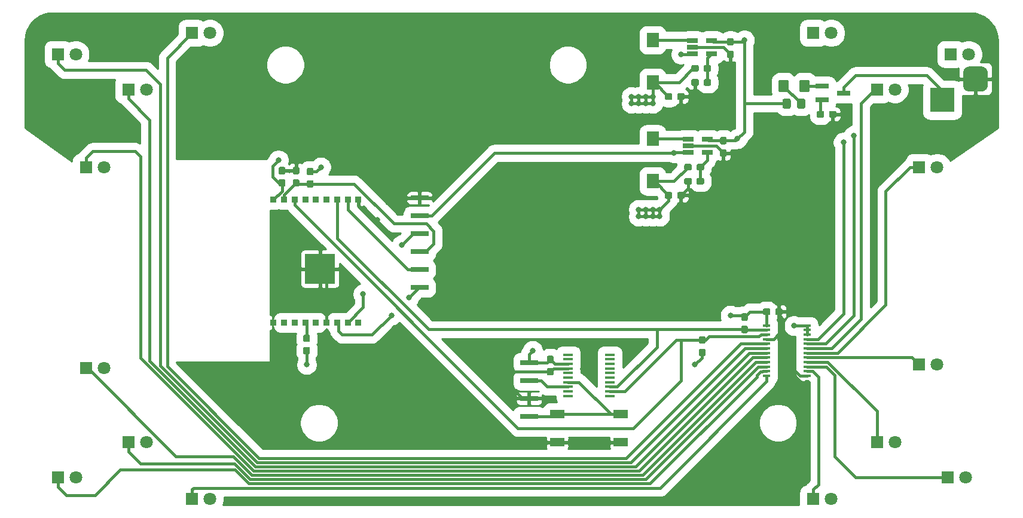
<source format=gbr>
G04 #@! TF.GenerationSoftware,KiCad,Pcbnew,(5.1.5)-3*
G04 #@! TF.CreationDate,2021-05-10T18:35:56+02:00*
G04 #@! TF.ProjectId,kicad,6b696361-642e-46b6-9963-61645f706362,rev?*
G04 #@! TF.SameCoordinates,Original*
G04 #@! TF.FileFunction,Copper,L2,Bot*
G04 #@! TF.FilePolarity,Positive*
%FSLAX46Y46*%
G04 Gerber Fmt 4.6, Leading zero omitted, Abs format (unit mm)*
G04 Created by KiCad (PCBNEW (5.1.5)-3) date 2021-05-10 18:35:56*
%MOMM*%
%LPD*%
G04 APERTURE LIST*
%ADD10C,0.100000*%
%ADD11R,3.500000X3.500000*%
%ADD12R,4.300000X4.300000*%
%ADD13R,0.912500X0.850000*%
%ADD14R,1.900000X0.800000*%
%ADD15R,2.540000X0.762000*%
%ADD16R,1.100000X0.400000*%
%ADD17R,1.560000X0.650000*%
%ADD18R,1.700000X2.000000*%
%ADD19R,1.450000X0.450000*%
%ADD20R,2.000000X1.200000*%
%ADD21C,1.800000*%
%ADD22R,1.800000X1.800000*%
%ADD23C,0.800000*%
%ADD24C,0.400000*%
%ADD25C,0.254000*%
G04 APERTURE END LIST*
G04 #@! TA.AperFunction,ComponentPad*
D10*
G36*
X200660765Y-86754213D02*
G01*
X200745704Y-86766813D01*
X200828999Y-86787677D01*
X200909848Y-86816605D01*
X200987472Y-86853319D01*
X201061124Y-86897464D01*
X201130094Y-86948616D01*
X201193718Y-87006282D01*
X201251384Y-87069906D01*
X201302536Y-87138876D01*
X201346681Y-87212528D01*
X201383395Y-87290152D01*
X201412323Y-87371001D01*
X201433187Y-87454296D01*
X201445787Y-87539235D01*
X201450000Y-87625000D01*
X201450000Y-89375000D01*
X201445787Y-89460765D01*
X201433187Y-89545704D01*
X201412323Y-89628999D01*
X201383395Y-89709848D01*
X201346681Y-89787472D01*
X201302536Y-89861124D01*
X201251384Y-89930094D01*
X201193718Y-89993718D01*
X201130094Y-90051384D01*
X201061124Y-90102536D01*
X200987472Y-90146681D01*
X200909848Y-90183395D01*
X200828999Y-90212323D01*
X200745704Y-90233187D01*
X200660765Y-90245787D01*
X200575000Y-90250000D01*
X198825000Y-90250000D01*
X198739235Y-90245787D01*
X198654296Y-90233187D01*
X198571001Y-90212323D01*
X198490152Y-90183395D01*
X198412528Y-90146681D01*
X198338876Y-90102536D01*
X198269906Y-90051384D01*
X198206282Y-89993718D01*
X198148616Y-89930094D01*
X198097464Y-89861124D01*
X198053319Y-89787472D01*
X198016605Y-89709848D01*
X197987677Y-89628999D01*
X197966813Y-89545704D01*
X197954213Y-89460765D01*
X197950000Y-89375000D01*
X197950000Y-87625000D01*
X197954213Y-87539235D01*
X197966813Y-87454296D01*
X197987677Y-87371001D01*
X198016605Y-87290152D01*
X198053319Y-87212528D01*
X198097464Y-87138876D01*
X198148616Y-87069906D01*
X198206282Y-87006282D01*
X198269906Y-86948616D01*
X198338876Y-86897464D01*
X198412528Y-86853319D01*
X198490152Y-86816605D01*
X198571001Y-86787677D01*
X198654296Y-86766813D01*
X198739235Y-86754213D01*
X198825000Y-86750000D01*
X200575000Y-86750000D01*
X200660765Y-86754213D01*
G37*
G04 #@! TD.AperFunction*
D11*
X195000000Y-91500000D03*
D12*
X106890000Y-115420000D03*
D13*
X100310000Y-105562500D03*
X101810000Y-105562500D03*
X103310000Y-105562500D03*
X104810000Y-105562500D03*
X106310000Y-105562500D03*
X107810000Y-105562500D03*
X109310000Y-105562500D03*
X110810000Y-105562500D03*
X112310000Y-105562500D03*
X112310000Y-123037500D03*
X110810000Y-123037500D03*
X109310000Y-123037500D03*
X107810000Y-123037500D03*
X106310000Y-123037500D03*
X104810000Y-123037500D03*
X103310000Y-123037500D03*
X101810000Y-123037500D03*
X100310000Y-123037500D03*
G04 #@! TA.AperFunction,SMDPad,CuDef*
D10*
G36*
X105260779Y-124726144D02*
G01*
X105283834Y-124729563D01*
X105306443Y-124735227D01*
X105328387Y-124743079D01*
X105349457Y-124753044D01*
X105369448Y-124765026D01*
X105388168Y-124778910D01*
X105405438Y-124794562D01*
X105421090Y-124811832D01*
X105434974Y-124830552D01*
X105446956Y-124850543D01*
X105456921Y-124871613D01*
X105464773Y-124893557D01*
X105470437Y-124916166D01*
X105473856Y-124939221D01*
X105475000Y-124962500D01*
X105475000Y-125537500D01*
X105473856Y-125560779D01*
X105470437Y-125583834D01*
X105464773Y-125606443D01*
X105456921Y-125628387D01*
X105446956Y-125649457D01*
X105434974Y-125669448D01*
X105421090Y-125688168D01*
X105405438Y-125705438D01*
X105388168Y-125721090D01*
X105369448Y-125734974D01*
X105349457Y-125746956D01*
X105328387Y-125756921D01*
X105306443Y-125764773D01*
X105283834Y-125770437D01*
X105260779Y-125773856D01*
X105237500Y-125775000D01*
X104762500Y-125775000D01*
X104739221Y-125773856D01*
X104716166Y-125770437D01*
X104693557Y-125764773D01*
X104671613Y-125756921D01*
X104650543Y-125746956D01*
X104630552Y-125734974D01*
X104611832Y-125721090D01*
X104594562Y-125705438D01*
X104578910Y-125688168D01*
X104565026Y-125669448D01*
X104553044Y-125649457D01*
X104543079Y-125628387D01*
X104535227Y-125606443D01*
X104529563Y-125583834D01*
X104526144Y-125560779D01*
X104525000Y-125537500D01*
X104525000Y-124962500D01*
X104526144Y-124939221D01*
X104529563Y-124916166D01*
X104535227Y-124893557D01*
X104543079Y-124871613D01*
X104553044Y-124850543D01*
X104565026Y-124830552D01*
X104578910Y-124811832D01*
X104594562Y-124794562D01*
X104611832Y-124778910D01*
X104630552Y-124765026D01*
X104650543Y-124753044D01*
X104671613Y-124743079D01*
X104693557Y-124735227D01*
X104716166Y-124729563D01*
X104739221Y-124726144D01*
X104762500Y-124725000D01*
X105237500Y-124725000D01*
X105260779Y-124726144D01*
G37*
G04 #@! TD.AperFunction*
G04 #@! TA.AperFunction,SMDPad,CuDef*
G36*
X105260779Y-126476144D02*
G01*
X105283834Y-126479563D01*
X105306443Y-126485227D01*
X105328387Y-126493079D01*
X105349457Y-126503044D01*
X105369448Y-126515026D01*
X105388168Y-126528910D01*
X105405438Y-126544562D01*
X105421090Y-126561832D01*
X105434974Y-126580552D01*
X105446956Y-126600543D01*
X105456921Y-126621613D01*
X105464773Y-126643557D01*
X105470437Y-126666166D01*
X105473856Y-126689221D01*
X105475000Y-126712500D01*
X105475000Y-127287500D01*
X105473856Y-127310779D01*
X105470437Y-127333834D01*
X105464773Y-127356443D01*
X105456921Y-127378387D01*
X105446956Y-127399457D01*
X105434974Y-127419448D01*
X105421090Y-127438168D01*
X105405438Y-127455438D01*
X105388168Y-127471090D01*
X105369448Y-127484974D01*
X105349457Y-127496956D01*
X105328387Y-127506921D01*
X105306443Y-127514773D01*
X105283834Y-127520437D01*
X105260779Y-127523856D01*
X105237500Y-127525000D01*
X104762500Y-127525000D01*
X104739221Y-127523856D01*
X104716166Y-127520437D01*
X104693557Y-127514773D01*
X104671613Y-127506921D01*
X104650543Y-127496956D01*
X104630552Y-127484974D01*
X104611832Y-127471090D01*
X104594562Y-127455438D01*
X104578910Y-127438168D01*
X104565026Y-127419448D01*
X104553044Y-127399457D01*
X104543079Y-127378387D01*
X104535227Y-127356443D01*
X104529563Y-127333834D01*
X104526144Y-127310779D01*
X104525000Y-127287500D01*
X104525000Y-126712500D01*
X104526144Y-126689221D01*
X104529563Y-126666166D01*
X104535227Y-126643557D01*
X104543079Y-126621613D01*
X104553044Y-126600543D01*
X104565026Y-126580552D01*
X104578910Y-126561832D01*
X104594562Y-126544562D01*
X104611832Y-126528910D01*
X104630552Y-126515026D01*
X104650543Y-126503044D01*
X104671613Y-126493079D01*
X104693557Y-126485227D01*
X104716166Y-126479563D01*
X104739221Y-126476144D01*
X104762500Y-126475000D01*
X105237500Y-126475000D01*
X105260779Y-126476144D01*
G37*
G04 #@! TD.AperFunction*
G04 #@! TA.AperFunction,SMDPad,CuDef*
G36*
X105760779Y-102851144D02*
G01*
X105783834Y-102854563D01*
X105806443Y-102860227D01*
X105828387Y-102868079D01*
X105849457Y-102878044D01*
X105869448Y-102890026D01*
X105888168Y-102903910D01*
X105905438Y-102919562D01*
X105921090Y-102936832D01*
X105934974Y-102955552D01*
X105946956Y-102975543D01*
X105956921Y-102996613D01*
X105964773Y-103018557D01*
X105970437Y-103041166D01*
X105973856Y-103064221D01*
X105975000Y-103087500D01*
X105975000Y-103662500D01*
X105973856Y-103685779D01*
X105970437Y-103708834D01*
X105964773Y-103731443D01*
X105956921Y-103753387D01*
X105946956Y-103774457D01*
X105934974Y-103794448D01*
X105921090Y-103813168D01*
X105905438Y-103830438D01*
X105888168Y-103846090D01*
X105869448Y-103859974D01*
X105849457Y-103871956D01*
X105828387Y-103881921D01*
X105806443Y-103889773D01*
X105783834Y-103895437D01*
X105760779Y-103898856D01*
X105737500Y-103900000D01*
X105262500Y-103900000D01*
X105239221Y-103898856D01*
X105216166Y-103895437D01*
X105193557Y-103889773D01*
X105171613Y-103881921D01*
X105150543Y-103871956D01*
X105130552Y-103859974D01*
X105111832Y-103846090D01*
X105094562Y-103830438D01*
X105078910Y-103813168D01*
X105065026Y-103794448D01*
X105053044Y-103774457D01*
X105043079Y-103753387D01*
X105035227Y-103731443D01*
X105029563Y-103708834D01*
X105026144Y-103685779D01*
X105025000Y-103662500D01*
X105025000Y-103087500D01*
X105026144Y-103064221D01*
X105029563Y-103041166D01*
X105035227Y-103018557D01*
X105043079Y-102996613D01*
X105053044Y-102975543D01*
X105065026Y-102955552D01*
X105078910Y-102936832D01*
X105094562Y-102919562D01*
X105111832Y-102903910D01*
X105130552Y-102890026D01*
X105150543Y-102878044D01*
X105171613Y-102868079D01*
X105193557Y-102860227D01*
X105216166Y-102854563D01*
X105239221Y-102851144D01*
X105262500Y-102850000D01*
X105737500Y-102850000D01*
X105760779Y-102851144D01*
G37*
G04 #@! TD.AperFunction*
G04 #@! TA.AperFunction,SMDPad,CuDef*
G36*
X105760779Y-101101144D02*
G01*
X105783834Y-101104563D01*
X105806443Y-101110227D01*
X105828387Y-101118079D01*
X105849457Y-101128044D01*
X105869448Y-101140026D01*
X105888168Y-101153910D01*
X105905438Y-101169562D01*
X105921090Y-101186832D01*
X105934974Y-101205552D01*
X105946956Y-101225543D01*
X105956921Y-101246613D01*
X105964773Y-101268557D01*
X105970437Y-101291166D01*
X105973856Y-101314221D01*
X105975000Y-101337500D01*
X105975000Y-101912500D01*
X105973856Y-101935779D01*
X105970437Y-101958834D01*
X105964773Y-101981443D01*
X105956921Y-102003387D01*
X105946956Y-102024457D01*
X105934974Y-102044448D01*
X105921090Y-102063168D01*
X105905438Y-102080438D01*
X105888168Y-102096090D01*
X105869448Y-102109974D01*
X105849457Y-102121956D01*
X105828387Y-102131921D01*
X105806443Y-102139773D01*
X105783834Y-102145437D01*
X105760779Y-102148856D01*
X105737500Y-102150000D01*
X105262500Y-102150000D01*
X105239221Y-102148856D01*
X105216166Y-102145437D01*
X105193557Y-102139773D01*
X105171613Y-102131921D01*
X105150543Y-102121956D01*
X105130552Y-102109974D01*
X105111832Y-102096090D01*
X105094562Y-102080438D01*
X105078910Y-102063168D01*
X105065026Y-102044448D01*
X105053044Y-102024457D01*
X105043079Y-102003387D01*
X105035227Y-101981443D01*
X105029563Y-101958834D01*
X105026144Y-101935779D01*
X105025000Y-101912500D01*
X105025000Y-101337500D01*
X105026144Y-101314221D01*
X105029563Y-101291166D01*
X105035227Y-101268557D01*
X105043079Y-101246613D01*
X105053044Y-101225543D01*
X105065026Y-101205552D01*
X105078910Y-101186832D01*
X105094562Y-101169562D01*
X105111832Y-101153910D01*
X105130552Y-101140026D01*
X105150543Y-101128044D01*
X105171613Y-101118079D01*
X105193557Y-101110227D01*
X105216166Y-101104563D01*
X105239221Y-101101144D01*
X105262500Y-101100000D01*
X105737500Y-101100000D01*
X105760779Y-101101144D01*
G37*
G04 #@! TD.AperFunction*
G04 #@! TA.AperFunction,SMDPad,CuDef*
G36*
X179810779Y-93026144D02*
G01*
X179833834Y-93029563D01*
X179856443Y-93035227D01*
X179878387Y-93043079D01*
X179899457Y-93053044D01*
X179919448Y-93065026D01*
X179938168Y-93078910D01*
X179955438Y-93094562D01*
X179971090Y-93111832D01*
X179984974Y-93130552D01*
X179996956Y-93150543D01*
X180006921Y-93171613D01*
X180014773Y-93193557D01*
X180020437Y-93216166D01*
X180023856Y-93239221D01*
X180025000Y-93262500D01*
X180025000Y-93737500D01*
X180023856Y-93760779D01*
X180020437Y-93783834D01*
X180014773Y-93806443D01*
X180006921Y-93828387D01*
X179996956Y-93849457D01*
X179984974Y-93869448D01*
X179971090Y-93888168D01*
X179955438Y-93905438D01*
X179938168Y-93921090D01*
X179919448Y-93934974D01*
X179899457Y-93946956D01*
X179878387Y-93956921D01*
X179856443Y-93964773D01*
X179833834Y-93970437D01*
X179810779Y-93973856D01*
X179787500Y-93975000D01*
X179212500Y-93975000D01*
X179189221Y-93973856D01*
X179166166Y-93970437D01*
X179143557Y-93964773D01*
X179121613Y-93956921D01*
X179100543Y-93946956D01*
X179080552Y-93934974D01*
X179061832Y-93921090D01*
X179044562Y-93905438D01*
X179028910Y-93888168D01*
X179015026Y-93869448D01*
X179003044Y-93849457D01*
X178993079Y-93828387D01*
X178985227Y-93806443D01*
X178979563Y-93783834D01*
X178976144Y-93760779D01*
X178975000Y-93737500D01*
X178975000Y-93262500D01*
X178976144Y-93239221D01*
X178979563Y-93216166D01*
X178985227Y-93193557D01*
X178993079Y-93171613D01*
X179003044Y-93150543D01*
X179015026Y-93130552D01*
X179028910Y-93111832D01*
X179044562Y-93094562D01*
X179061832Y-93078910D01*
X179080552Y-93065026D01*
X179100543Y-93053044D01*
X179121613Y-93043079D01*
X179143557Y-93035227D01*
X179166166Y-93029563D01*
X179189221Y-93026144D01*
X179212500Y-93025000D01*
X179787500Y-93025000D01*
X179810779Y-93026144D01*
G37*
G04 #@! TD.AperFunction*
G04 #@! TA.AperFunction,SMDPad,CuDef*
G36*
X178060779Y-93026144D02*
G01*
X178083834Y-93029563D01*
X178106443Y-93035227D01*
X178128387Y-93043079D01*
X178149457Y-93053044D01*
X178169448Y-93065026D01*
X178188168Y-93078910D01*
X178205438Y-93094562D01*
X178221090Y-93111832D01*
X178234974Y-93130552D01*
X178246956Y-93150543D01*
X178256921Y-93171613D01*
X178264773Y-93193557D01*
X178270437Y-93216166D01*
X178273856Y-93239221D01*
X178275000Y-93262500D01*
X178275000Y-93737500D01*
X178273856Y-93760779D01*
X178270437Y-93783834D01*
X178264773Y-93806443D01*
X178256921Y-93828387D01*
X178246956Y-93849457D01*
X178234974Y-93869448D01*
X178221090Y-93888168D01*
X178205438Y-93905438D01*
X178188168Y-93921090D01*
X178169448Y-93934974D01*
X178149457Y-93946956D01*
X178128387Y-93956921D01*
X178106443Y-93964773D01*
X178083834Y-93970437D01*
X178060779Y-93973856D01*
X178037500Y-93975000D01*
X177462500Y-93975000D01*
X177439221Y-93973856D01*
X177416166Y-93970437D01*
X177393557Y-93964773D01*
X177371613Y-93956921D01*
X177350543Y-93946956D01*
X177330552Y-93934974D01*
X177311832Y-93921090D01*
X177294562Y-93905438D01*
X177278910Y-93888168D01*
X177265026Y-93869448D01*
X177253044Y-93849457D01*
X177243079Y-93828387D01*
X177235227Y-93806443D01*
X177229563Y-93783834D01*
X177226144Y-93760779D01*
X177225000Y-93737500D01*
X177225000Y-93262500D01*
X177226144Y-93239221D01*
X177229563Y-93216166D01*
X177235227Y-93193557D01*
X177243079Y-93171613D01*
X177253044Y-93150543D01*
X177265026Y-93130552D01*
X177278910Y-93111832D01*
X177294562Y-93094562D01*
X177311832Y-93078910D01*
X177330552Y-93065026D01*
X177350543Y-93053044D01*
X177371613Y-93043079D01*
X177393557Y-93035227D01*
X177416166Y-93029563D01*
X177439221Y-93026144D01*
X177462500Y-93025000D01*
X178037500Y-93025000D01*
X178060779Y-93026144D01*
G37*
G04 #@! TD.AperFunction*
D14*
X181000000Y-90500000D03*
X178000000Y-89550000D03*
X178000000Y-91450000D03*
D15*
X121000000Y-107920000D03*
X121000000Y-105380000D03*
X121000000Y-110460000D03*
X121000000Y-113000000D03*
X121000000Y-115540000D03*
X121000000Y-118080000D03*
G04 #@! TA.AperFunction,SMDPad,CuDef*
D10*
G36*
X101760779Y-100976144D02*
G01*
X101783834Y-100979563D01*
X101806443Y-100985227D01*
X101828387Y-100993079D01*
X101849457Y-101003044D01*
X101869448Y-101015026D01*
X101888168Y-101028910D01*
X101905438Y-101044562D01*
X101921090Y-101061832D01*
X101934974Y-101080552D01*
X101946956Y-101100543D01*
X101956921Y-101121613D01*
X101964773Y-101143557D01*
X101970437Y-101166166D01*
X101973856Y-101189221D01*
X101975000Y-101212500D01*
X101975000Y-101787500D01*
X101973856Y-101810779D01*
X101970437Y-101833834D01*
X101964773Y-101856443D01*
X101956921Y-101878387D01*
X101946956Y-101899457D01*
X101934974Y-101919448D01*
X101921090Y-101938168D01*
X101905438Y-101955438D01*
X101888168Y-101971090D01*
X101869448Y-101984974D01*
X101849457Y-101996956D01*
X101828387Y-102006921D01*
X101806443Y-102014773D01*
X101783834Y-102020437D01*
X101760779Y-102023856D01*
X101737500Y-102025000D01*
X101262500Y-102025000D01*
X101239221Y-102023856D01*
X101216166Y-102020437D01*
X101193557Y-102014773D01*
X101171613Y-102006921D01*
X101150543Y-101996956D01*
X101130552Y-101984974D01*
X101111832Y-101971090D01*
X101094562Y-101955438D01*
X101078910Y-101938168D01*
X101065026Y-101919448D01*
X101053044Y-101899457D01*
X101043079Y-101878387D01*
X101035227Y-101856443D01*
X101029563Y-101833834D01*
X101026144Y-101810779D01*
X101025000Y-101787500D01*
X101025000Y-101212500D01*
X101026144Y-101189221D01*
X101029563Y-101166166D01*
X101035227Y-101143557D01*
X101043079Y-101121613D01*
X101053044Y-101100543D01*
X101065026Y-101080552D01*
X101078910Y-101061832D01*
X101094562Y-101044562D01*
X101111832Y-101028910D01*
X101130552Y-101015026D01*
X101150543Y-101003044D01*
X101171613Y-100993079D01*
X101193557Y-100985227D01*
X101216166Y-100979563D01*
X101239221Y-100976144D01*
X101262500Y-100975000D01*
X101737500Y-100975000D01*
X101760779Y-100976144D01*
G37*
G04 #@! TD.AperFunction*
G04 #@! TA.AperFunction,SMDPad,CuDef*
G36*
X101760779Y-102726144D02*
G01*
X101783834Y-102729563D01*
X101806443Y-102735227D01*
X101828387Y-102743079D01*
X101849457Y-102753044D01*
X101869448Y-102765026D01*
X101888168Y-102778910D01*
X101905438Y-102794562D01*
X101921090Y-102811832D01*
X101934974Y-102830552D01*
X101946956Y-102850543D01*
X101956921Y-102871613D01*
X101964773Y-102893557D01*
X101970437Y-102916166D01*
X101973856Y-102939221D01*
X101975000Y-102962500D01*
X101975000Y-103537500D01*
X101973856Y-103560779D01*
X101970437Y-103583834D01*
X101964773Y-103606443D01*
X101956921Y-103628387D01*
X101946956Y-103649457D01*
X101934974Y-103669448D01*
X101921090Y-103688168D01*
X101905438Y-103705438D01*
X101888168Y-103721090D01*
X101869448Y-103734974D01*
X101849457Y-103746956D01*
X101828387Y-103756921D01*
X101806443Y-103764773D01*
X101783834Y-103770437D01*
X101760779Y-103773856D01*
X101737500Y-103775000D01*
X101262500Y-103775000D01*
X101239221Y-103773856D01*
X101216166Y-103770437D01*
X101193557Y-103764773D01*
X101171613Y-103756921D01*
X101150543Y-103746956D01*
X101130552Y-103734974D01*
X101111832Y-103721090D01*
X101094562Y-103705438D01*
X101078910Y-103688168D01*
X101065026Y-103669448D01*
X101053044Y-103649457D01*
X101043079Y-103628387D01*
X101035227Y-103606443D01*
X101029563Y-103583834D01*
X101026144Y-103560779D01*
X101025000Y-103537500D01*
X101025000Y-102962500D01*
X101026144Y-102939221D01*
X101029563Y-102916166D01*
X101035227Y-102893557D01*
X101043079Y-102871613D01*
X101053044Y-102850543D01*
X101065026Y-102830552D01*
X101078910Y-102811832D01*
X101094562Y-102794562D01*
X101111832Y-102778910D01*
X101130552Y-102765026D01*
X101150543Y-102753044D01*
X101171613Y-102743079D01*
X101193557Y-102735227D01*
X101216166Y-102729563D01*
X101239221Y-102726144D01*
X101262500Y-102725000D01*
X101737500Y-102725000D01*
X101760779Y-102726144D01*
G37*
G04 #@! TD.AperFunction*
G04 #@! TA.AperFunction,SMDPad,CuDef*
G36*
X103760779Y-100976144D02*
G01*
X103783834Y-100979563D01*
X103806443Y-100985227D01*
X103828387Y-100993079D01*
X103849457Y-101003044D01*
X103869448Y-101015026D01*
X103888168Y-101028910D01*
X103905438Y-101044562D01*
X103921090Y-101061832D01*
X103934974Y-101080552D01*
X103946956Y-101100543D01*
X103956921Y-101121613D01*
X103964773Y-101143557D01*
X103970437Y-101166166D01*
X103973856Y-101189221D01*
X103975000Y-101212500D01*
X103975000Y-101787500D01*
X103973856Y-101810779D01*
X103970437Y-101833834D01*
X103964773Y-101856443D01*
X103956921Y-101878387D01*
X103946956Y-101899457D01*
X103934974Y-101919448D01*
X103921090Y-101938168D01*
X103905438Y-101955438D01*
X103888168Y-101971090D01*
X103869448Y-101984974D01*
X103849457Y-101996956D01*
X103828387Y-102006921D01*
X103806443Y-102014773D01*
X103783834Y-102020437D01*
X103760779Y-102023856D01*
X103737500Y-102025000D01*
X103262500Y-102025000D01*
X103239221Y-102023856D01*
X103216166Y-102020437D01*
X103193557Y-102014773D01*
X103171613Y-102006921D01*
X103150543Y-101996956D01*
X103130552Y-101984974D01*
X103111832Y-101971090D01*
X103094562Y-101955438D01*
X103078910Y-101938168D01*
X103065026Y-101919448D01*
X103053044Y-101899457D01*
X103043079Y-101878387D01*
X103035227Y-101856443D01*
X103029563Y-101833834D01*
X103026144Y-101810779D01*
X103025000Y-101787500D01*
X103025000Y-101212500D01*
X103026144Y-101189221D01*
X103029563Y-101166166D01*
X103035227Y-101143557D01*
X103043079Y-101121613D01*
X103053044Y-101100543D01*
X103065026Y-101080552D01*
X103078910Y-101061832D01*
X103094562Y-101044562D01*
X103111832Y-101028910D01*
X103130552Y-101015026D01*
X103150543Y-101003044D01*
X103171613Y-100993079D01*
X103193557Y-100985227D01*
X103216166Y-100979563D01*
X103239221Y-100976144D01*
X103262500Y-100975000D01*
X103737500Y-100975000D01*
X103760779Y-100976144D01*
G37*
G04 #@! TD.AperFunction*
G04 #@! TA.AperFunction,SMDPad,CuDef*
G36*
X103760779Y-102726144D02*
G01*
X103783834Y-102729563D01*
X103806443Y-102735227D01*
X103828387Y-102743079D01*
X103849457Y-102753044D01*
X103869448Y-102765026D01*
X103888168Y-102778910D01*
X103905438Y-102794562D01*
X103921090Y-102811832D01*
X103934974Y-102830552D01*
X103946956Y-102850543D01*
X103956921Y-102871613D01*
X103964773Y-102893557D01*
X103970437Y-102916166D01*
X103973856Y-102939221D01*
X103975000Y-102962500D01*
X103975000Y-103537500D01*
X103973856Y-103560779D01*
X103970437Y-103583834D01*
X103964773Y-103606443D01*
X103956921Y-103628387D01*
X103946956Y-103649457D01*
X103934974Y-103669448D01*
X103921090Y-103688168D01*
X103905438Y-103705438D01*
X103888168Y-103721090D01*
X103869448Y-103734974D01*
X103849457Y-103746956D01*
X103828387Y-103756921D01*
X103806443Y-103764773D01*
X103783834Y-103770437D01*
X103760779Y-103773856D01*
X103737500Y-103775000D01*
X103262500Y-103775000D01*
X103239221Y-103773856D01*
X103216166Y-103770437D01*
X103193557Y-103764773D01*
X103171613Y-103756921D01*
X103150543Y-103746956D01*
X103130552Y-103734974D01*
X103111832Y-103721090D01*
X103094562Y-103705438D01*
X103078910Y-103688168D01*
X103065026Y-103669448D01*
X103053044Y-103649457D01*
X103043079Y-103628387D01*
X103035227Y-103606443D01*
X103029563Y-103583834D01*
X103026144Y-103560779D01*
X103025000Y-103537500D01*
X103025000Y-102962500D01*
X103026144Y-102939221D01*
X103029563Y-102916166D01*
X103035227Y-102893557D01*
X103043079Y-102871613D01*
X103053044Y-102850543D01*
X103065026Y-102830552D01*
X103078910Y-102811832D01*
X103094562Y-102794562D01*
X103111832Y-102778910D01*
X103130552Y-102765026D01*
X103150543Y-102753044D01*
X103171613Y-102743079D01*
X103193557Y-102735227D01*
X103216166Y-102729563D01*
X103239221Y-102726144D01*
X103262500Y-102725000D01*
X103737500Y-102725000D01*
X103760779Y-102726144D01*
G37*
G04 #@! TD.AperFunction*
D16*
X170150000Y-123425000D03*
X170150000Y-124075000D03*
X170150000Y-124725000D03*
X170150000Y-125375000D03*
X170150000Y-126025000D03*
X170150000Y-126675000D03*
X170150000Y-127325000D03*
X170150000Y-127975000D03*
X170150000Y-128625000D03*
X170150000Y-129275000D03*
X170150000Y-129925000D03*
X170150000Y-130575000D03*
X175850000Y-130575000D03*
X175850000Y-129925000D03*
X175850000Y-129275000D03*
X175850000Y-128625000D03*
X175850000Y-127975000D03*
X175850000Y-127325000D03*
X175850000Y-126675000D03*
X175850000Y-126025000D03*
X175850000Y-125375000D03*
X175850000Y-124725000D03*
X175850000Y-124075000D03*
X175850000Y-123425000D03*
D17*
X162350000Y-84950000D03*
X162350000Y-83050000D03*
X159650000Y-83050000D03*
X159650000Y-84000000D03*
X159650000Y-84950000D03*
G04 #@! TA.AperFunction,SMDPad,CuDef*
D10*
G36*
X161260779Y-124976144D02*
G01*
X161283834Y-124979563D01*
X161306443Y-124985227D01*
X161328387Y-124993079D01*
X161349457Y-125003044D01*
X161369448Y-125015026D01*
X161388168Y-125028910D01*
X161405438Y-125044562D01*
X161421090Y-125061832D01*
X161434974Y-125080552D01*
X161446956Y-125100543D01*
X161456921Y-125121613D01*
X161464773Y-125143557D01*
X161470437Y-125166166D01*
X161473856Y-125189221D01*
X161475000Y-125212500D01*
X161475000Y-125787500D01*
X161473856Y-125810779D01*
X161470437Y-125833834D01*
X161464773Y-125856443D01*
X161456921Y-125878387D01*
X161446956Y-125899457D01*
X161434974Y-125919448D01*
X161421090Y-125938168D01*
X161405438Y-125955438D01*
X161388168Y-125971090D01*
X161369448Y-125984974D01*
X161349457Y-125996956D01*
X161328387Y-126006921D01*
X161306443Y-126014773D01*
X161283834Y-126020437D01*
X161260779Y-126023856D01*
X161237500Y-126025000D01*
X160762500Y-126025000D01*
X160739221Y-126023856D01*
X160716166Y-126020437D01*
X160693557Y-126014773D01*
X160671613Y-126006921D01*
X160650543Y-125996956D01*
X160630552Y-125984974D01*
X160611832Y-125971090D01*
X160594562Y-125955438D01*
X160578910Y-125938168D01*
X160565026Y-125919448D01*
X160553044Y-125899457D01*
X160543079Y-125878387D01*
X160535227Y-125856443D01*
X160529563Y-125833834D01*
X160526144Y-125810779D01*
X160525000Y-125787500D01*
X160525000Y-125212500D01*
X160526144Y-125189221D01*
X160529563Y-125166166D01*
X160535227Y-125143557D01*
X160543079Y-125121613D01*
X160553044Y-125100543D01*
X160565026Y-125080552D01*
X160578910Y-125061832D01*
X160594562Y-125044562D01*
X160611832Y-125028910D01*
X160630552Y-125015026D01*
X160650543Y-125003044D01*
X160671613Y-124993079D01*
X160693557Y-124985227D01*
X160716166Y-124979563D01*
X160739221Y-124976144D01*
X160762500Y-124975000D01*
X161237500Y-124975000D01*
X161260779Y-124976144D01*
G37*
G04 #@! TD.AperFunction*
G04 #@! TA.AperFunction,SMDPad,CuDef*
G36*
X161260779Y-126726144D02*
G01*
X161283834Y-126729563D01*
X161306443Y-126735227D01*
X161328387Y-126743079D01*
X161349457Y-126753044D01*
X161369448Y-126765026D01*
X161388168Y-126778910D01*
X161405438Y-126794562D01*
X161421090Y-126811832D01*
X161434974Y-126830552D01*
X161446956Y-126850543D01*
X161456921Y-126871613D01*
X161464773Y-126893557D01*
X161470437Y-126916166D01*
X161473856Y-126939221D01*
X161475000Y-126962500D01*
X161475000Y-127537500D01*
X161473856Y-127560779D01*
X161470437Y-127583834D01*
X161464773Y-127606443D01*
X161456921Y-127628387D01*
X161446956Y-127649457D01*
X161434974Y-127669448D01*
X161421090Y-127688168D01*
X161405438Y-127705438D01*
X161388168Y-127721090D01*
X161369448Y-127734974D01*
X161349457Y-127746956D01*
X161328387Y-127756921D01*
X161306443Y-127764773D01*
X161283834Y-127770437D01*
X161260779Y-127773856D01*
X161237500Y-127775000D01*
X160762500Y-127775000D01*
X160739221Y-127773856D01*
X160716166Y-127770437D01*
X160693557Y-127764773D01*
X160671613Y-127756921D01*
X160650543Y-127746956D01*
X160630552Y-127734974D01*
X160611832Y-127721090D01*
X160594562Y-127705438D01*
X160578910Y-127688168D01*
X160565026Y-127669448D01*
X160553044Y-127649457D01*
X160543079Y-127628387D01*
X160535227Y-127606443D01*
X160529563Y-127583834D01*
X160526144Y-127560779D01*
X160525000Y-127537500D01*
X160525000Y-126962500D01*
X160526144Y-126939221D01*
X160529563Y-126916166D01*
X160535227Y-126893557D01*
X160543079Y-126871613D01*
X160553044Y-126850543D01*
X160565026Y-126830552D01*
X160578910Y-126811832D01*
X160594562Y-126794562D01*
X160611832Y-126778910D01*
X160630552Y-126765026D01*
X160650543Y-126753044D01*
X160671613Y-126743079D01*
X160693557Y-126735227D01*
X160716166Y-126729563D01*
X160739221Y-126726144D01*
X160762500Y-126725000D01*
X161237500Y-126725000D01*
X161260779Y-126726144D01*
G37*
G04 #@! TD.AperFunction*
G04 #@! TA.AperFunction,SMDPad,CuDef*
G36*
X167260779Y-123476144D02*
G01*
X167283834Y-123479563D01*
X167306443Y-123485227D01*
X167328387Y-123493079D01*
X167349457Y-123503044D01*
X167369448Y-123515026D01*
X167388168Y-123528910D01*
X167405438Y-123544562D01*
X167421090Y-123561832D01*
X167434974Y-123580552D01*
X167446956Y-123600543D01*
X167456921Y-123621613D01*
X167464773Y-123643557D01*
X167470437Y-123666166D01*
X167473856Y-123689221D01*
X167475000Y-123712500D01*
X167475000Y-124287500D01*
X167473856Y-124310779D01*
X167470437Y-124333834D01*
X167464773Y-124356443D01*
X167456921Y-124378387D01*
X167446956Y-124399457D01*
X167434974Y-124419448D01*
X167421090Y-124438168D01*
X167405438Y-124455438D01*
X167388168Y-124471090D01*
X167369448Y-124484974D01*
X167349457Y-124496956D01*
X167328387Y-124506921D01*
X167306443Y-124514773D01*
X167283834Y-124520437D01*
X167260779Y-124523856D01*
X167237500Y-124525000D01*
X166762500Y-124525000D01*
X166739221Y-124523856D01*
X166716166Y-124520437D01*
X166693557Y-124514773D01*
X166671613Y-124506921D01*
X166650543Y-124496956D01*
X166630552Y-124484974D01*
X166611832Y-124471090D01*
X166594562Y-124455438D01*
X166578910Y-124438168D01*
X166565026Y-124419448D01*
X166553044Y-124399457D01*
X166543079Y-124378387D01*
X166535227Y-124356443D01*
X166529563Y-124333834D01*
X166526144Y-124310779D01*
X166525000Y-124287500D01*
X166525000Y-123712500D01*
X166526144Y-123689221D01*
X166529563Y-123666166D01*
X166535227Y-123643557D01*
X166543079Y-123621613D01*
X166553044Y-123600543D01*
X166565026Y-123580552D01*
X166578910Y-123561832D01*
X166594562Y-123544562D01*
X166611832Y-123528910D01*
X166630552Y-123515026D01*
X166650543Y-123503044D01*
X166671613Y-123493079D01*
X166693557Y-123485227D01*
X166716166Y-123479563D01*
X166739221Y-123476144D01*
X166762500Y-123475000D01*
X167237500Y-123475000D01*
X167260779Y-123476144D01*
G37*
G04 #@! TD.AperFunction*
G04 #@! TA.AperFunction,SMDPad,CuDef*
G36*
X167260779Y-121726144D02*
G01*
X167283834Y-121729563D01*
X167306443Y-121735227D01*
X167328387Y-121743079D01*
X167349457Y-121753044D01*
X167369448Y-121765026D01*
X167388168Y-121778910D01*
X167405438Y-121794562D01*
X167421090Y-121811832D01*
X167434974Y-121830552D01*
X167446956Y-121850543D01*
X167456921Y-121871613D01*
X167464773Y-121893557D01*
X167470437Y-121916166D01*
X167473856Y-121939221D01*
X167475000Y-121962500D01*
X167475000Y-122537500D01*
X167473856Y-122560779D01*
X167470437Y-122583834D01*
X167464773Y-122606443D01*
X167456921Y-122628387D01*
X167446956Y-122649457D01*
X167434974Y-122669448D01*
X167421090Y-122688168D01*
X167405438Y-122705438D01*
X167388168Y-122721090D01*
X167369448Y-122734974D01*
X167349457Y-122746956D01*
X167328387Y-122756921D01*
X167306443Y-122764773D01*
X167283834Y-122770437D01*
X167260779Y-122773856D01*
X167237500Y-122775000D01*
X166762500Y-122775000D01*
X166739221Y-122773856D01*
X166716166Y-122770437D01*
X166693557Y-122764773D01*
X166671613Y-122756921D01*
X166650543Y-122746956D01*
X166630552Y-122734974D01*
X166611832Y-122721090D01*
X166594562Y-122705438D01*
X166578910Y-122688168D01*
X166565026Y-122669448D01*
X166553044Y-122649457D01*
X166543079Y-122628387D01*
X166535227Y-122606443D01*
X166529563Y-122583834D01*
X166526144Y-122560779D01*
X166525000Y-122537500D01*
X166525000Y-121962500D01*
X166526144Y-121939221D01*
X166529563Y-121916166D01*
X166535227Y-121893557D01*
X166543079Y-121871613D01*
X166553044Y-121850543D01*
X166565026Y-121830552D01*
X166578910Y-121811832D01*
X166594562Y-121794562D01*
X166611832Y-121778910D01*
X166630552Y-121765026D01*
X166650543Y-121753044D01*
X166671613Y-121743079D01*
X166693557Y-121735227D01*
X166716166Y-121729563D01*
X166739221Y-121726144D01*
X166762500Y-121725000D01*
X167237500Y-121725000D01*
X167260779Y-121726144D01*
G37*
G04 #@! TD.AperFunction*
G04 #@! TA.AperFunction,SMDPad,CuDef*
G36*
X160310779Y-88526144D02*
G01*
X160333834Y-88529563D01*
X160356443Y-88535227D01*
X160378387Y-88543079D01*
X160399457Y-88553044D01*
X160419448Y-88565026D01*
X160438168Y-88578910D01*
X160455438Y-88594562D01*
X160471090Y-88611832D01*
X160484974Y-88630552D01*
X160496956Y-88650543D01*
X160506921Y-88671613D01*
X160514773Y-88693557D01*
X160520437Y-88716166D01*
X160523856Y-88739221D01*
X160525000Y-88762500D01*
X160525000Y-89237500D01*
X160523856Y-89260779D01*
X160520437Y-89283834D01*
X160514773Y-89306443D01*
X160506921Y-89328387D01*
X160496956Y-89349457D01*
X160484974Y-89369448D01*
X160471090Y-89388168D01*
X160455438Y-89405438D01*
X160438168Y-89421090D01*
X160419448Y-89434974D01*
X160399457Y-89446956D01*
X160378387Y-89456921D01*
X160356443Y-89464773D01*
X160333834Y-89470437D01*
X160310779Y-89473856D01*
X160287500Y-89475000D01*
X159712500Y-89475000D01*
X159689221Y-89473856D01*
X159666166Y-89470437D01*
X159643557Y-89464773D01*
X159621613Y-89456921D01*
X159600543Y-89446956D01*
X159580552Y-89434974D01*
X159561832Y-89421090D01*
X159544562Y-89405438D01*
X159528910Y-89388168D01*
X159515026Y-89369448D01*
X159503044Y-89349457D01*
X159493079Y-89328387D01*
X159485227Y-89306443D01*
X159479563Y-89283834D01*
X159476144Y-89260779D01*
X159475000Y-89237500D01*
X159475000Y-88762500D01*
X159476144Y-88739221D01*
X159479563Y-88716166D01*
X159485227Y-88693557D01*
X159493079Y-88671613D01*
X159503044Y-88650543D01*
X159515026Y-88630552D01*
X159528910Y-88611832D01*
X159544562Y-88594562D01*
X159561832Y-88578910D01*
X159580552Y-88565026D01*
X159600543Y-88553044D01*
X159621613Y-88543079D01*
X159643557Y-88535227D01*
X159666166Y-88529563D01*
X159689221Y-88526144D01*
X159712500Y-88525000D01*
X160287500Y-88525000D01*
X160310779Y-88526144D01*
G37*
G04 #@! TD.AperFunction*
G04 #@! TA.AperFunction,SMDPad,CuDef*
G36*
X162060779Y-88526144D02*
G01*
X162083834Y-88529563D01*
X162106443Y-88535227D01*
X162128387Y-88543079D01*
X162149457Y-88553044D01*
X162169448Y-88565026D01*
X162188168Y-88578910D01*
X162205438Y-88594562D01*
X162221090Y-88611832D01*
X162234974Y-88630552D01*
X162246956Y-88650543D01*
X162256921Y-88671613D01*
X162264773Y-88693557D01*
X162270437Y-88716166D01*
X162273856Y-88739221D01*
X162275000Y-88762500D01*
X162275000Y-89237500D01*
X162273856Y-89260779D01*
X162270437Y-89283834D01*
X162264773Y-89306443D01*
X162256921Y-89328387D01*
X162246956Y-89349457D01*
X162234974Y-89369448D01*
X162221090Y-89388168D01*
X162205438Y-89405438D01*
X162188168Y-89421090D01*
X162169448Y-89434974D01*
X162149457Y-89446956D01*
X162128387Y-89456921D01*
X162106443Y-89464773D01*
X162083834Y-89470437D01*
X162060779Y-89473856D01*
X162037500Y-89475000D01*
X161462500Y-89475000D01*
X161439221Y-89473856D01*
X161416166Y-89470437D01*
X161393557Y-89464773D01*
X161371613Y-89456921D01*
X161350543Y-89446956D01*
X161330552Y-89434974D01*
X161311832Y-89421090D01*
X161294562Y-89405438D01*
X161278910Y-89388168D01*
X161265026Y-89369448D01*
X161253044Y-89349457D01*
X161243079Y-89328387D01*
X161235227Y-89306443D01*
X161229563Y-89283834D01*
X161226144Y-89260779D01*
X161225000Y-89237500D01*
X161225000Y-88762500D01*
X161226144Y-88739221D01*
X161229563Y-88716166D01*
X161235227Y-88693557D01*
X161243079Y-88671613D01*
X161253044Y-88650543D01*
X161265026Y-88630552D01*
X161278910Y-88611832D01*
X161294562Y-88594562D01*
X161311832Y-88578910D01*
X161330552Y-88565026D01*
X161350543Y-88553044D01*
X161371613Y-88543079D01*
X161393557Y-88535227D01*
X161416166Y-88529563D01*
X161439221Y-88526144D01*
X161462500Y-88525000D01*
X162037500Y-88525000D01*
X162060779Y-88526144D01*
G37*
G04 #@! TD.AperFunction*
G04 #@! TA.AperFunction,SMDPad,CuDef*
G36*
X162060779Y-86526144D02*
G01*
X162083834Y-86529563D01*
X162106443Y-86535227D01*
X162128387Y-86543079D01*
X162149457Y-86553044D01*
X162169448Y-86565026D01*
X162188168Y-86578910D01*
X162205438Y-86594562D01*
X162221090Y-86611832D01*
X162234974Y-86630552D01*
X162246956Y-86650543D01*
X162256921Y-86671613D01*
X162264773Y-86693557D01*
X162270437Y-86716166D01*
X162273856Y-86739221D01*
X162275000Y-86762500D01*
X162275000Y-87237500D01*
X162273856Y-87260779D01*
X162270437Y-87283834D01*
X162264773Y-87306443D01*
X162256921Y-87328387D01*
X162246956Y-87349457D01*
X162234974Y-87369448D01*
X162221090Y-87388168D01*
X162205438Y-87405438D01*
X162188168Y-87421090D01*
X162169448Y-87434974D01*
X162149457Y-87446956D01*
X162128387Y-87456921D01*
X162106443Y-87464773D01*
X162083834Y-87470437D01*
X162060779Y-87473856D01*
X162037500Y-87475000D01*
X161462500Y-87475000D01*
X161439221Y-87473856D01*
X161416166Y-87470437D01*
X161393557Y-87464773D01*
X161371613Y-87456921D01*
X161350543Y-87446956D01*
X161330552Y-87434974D01*
X161311832Y-87421090D01*
X161294562Y-87405438D01*
X161278910Y-87388168D01*
X161265026Y-87369448D01*
X161253044Y-87349457D01*
X161243079Y-87328387D01*
X161235227Y-87306443D01*
X161229563Y-87283834D01*
X161226144Y-87260779D01*
X161225000Y-87237500D01*
X161225000Y-86762500D01*
X161226144Y-86739221D01*
X161229563Y-86716166D01*
X161235227Y-86693557D01*
X161243079Y-86671613D01*
X161253044Y-86650543D01*
X161265026Y-86630552D01*
X161278910Y-86611832D01*
X161294562Y-86594562D01*
X161311832Y-86578910D01*
X161330552Y-86565026D01*
X161350543Y-86553044D01*
X161371613Y-86543079D01*
X161393557Y-86535227D01*
X161416166Y-86529563D01*
X161439221Y-86526144D01*
X161462500Y-86525000D01*
X162037500Y-86525000D01*
X162060779Y-86526144D01*
G37*
G04 #@! TD.AperFunction*
G04 #@! TA.AperFunction,SMDPad,CuDef*
G36*
X160310779Y-86526144D02*
G01*
X160333834Y-86529563D01*
X160356443Y-86535227D01*
X160378387Y-86543079D01*
X160399457Y-86553044D01*
X160419448Y-86565026D01*
X160438168Y-86578910D01*
X160455438Y-86594562D01*
X160471090Y-86611832D01*
X160484974Y-86630552D01*
X160496956Y-86650543D01*
X160506921Y-86671613D01*
X160514773Y-86693557D01*
X160520437Y-86716166D01*
X160523856Y-86739221D01*
X160525000Y-86762500D01*
X160525000Y-87237500D01*
X160523856Y-87260779D01*
X160520437Y-87283834D01*
X160514773Y-87306443D01*
X160506921Y-87328387D01*
X160496956Y-87349457D01*
X160484974Y-87369448D01*
X160471090Y-87388168D01*
X160455438Y-87405438D01*
X160438168Y-87421090D01*
X160419448Y-87434974D01*
X160399457Y-87446956D01*
X160378387Y-87456921D01*
X160356443Y-87464773D01*
X160333834Y-87470437D01*
X160310779Y-87473856D01*
X160287500Y-87475000D01*
X159712500Y-87475000D01*
X159689221Y-87473856D01*
X159666166Y-87470437D01*
X159643557Y-87464773D01*
X159621613Y-87456921D01*
X159600543Y-87446956D01*
X159580552Y-87434974D01*
X159561832Y-87421090D01*
X159544562Y-87405438D01*
X159528910Y-87388168D01*
X159515026Y-87369448D01*
X159503044Y-87349457D01*
X159493079Y-87328387D01*
X159485227Y-87306443D01*
X159479563Y-87283834D01*
X159476144Y-87260779D01*
X159475000Y-87237500D01*
X159475000Y-86762500D01*
X159476144Y-86739221D01*
X159479563Y-86716166D01*
X159485227Y-86693557D01*
X159493079Y-86671613D01*
X159503044Y-86650543D01*
X159515026Y-86630552D01*
X159528910Y-86611832D01*
X159544562Y-86594562D01*
X159561832Y-86578910D01*
X159580552Y-86565026D01*
X159600543Y-86553044D01*
X159621613Y-86543079D01*
X159643557Y-86535227D01*
X159666166Y-86529563D01*
X159689221Y-86526144D01*
X159712500Y-86525000D01*
X160287500Y-86525000D01*
X160310779Y-86526144D01*
G37*
G04 #@! TD.AperFunction*
D18*
X154000000Y-89000000D03*
X154000000Y-83000000D03*
G04 #@! TA.AperFunction,SMDPad,CuDef*
D10*
G36*
X172185779Y-121026144D02*
G01*
X172208834Y-121029563D01*
X172231443Y-121035227D01*
X172253387Y-121043079D01*
X172274457Y-121053044D01*
X172294448Y-121065026D01*
X172313168Y-121078910D01*
X172330438Y-121094562D01*
X172346090Y-121111832D01*
X172359974Y-121130552D01*
X172371956Y-121150543D01*
X172381921Y-121171613D01*
X172389773Y-121193557D01*
X172395437Y-121216166D01*
X172398856Y-121239221D01*
X172400000Y-121262500D01*
X172400000Y-121737500D01*
X172398856Y-121760779D01*
X172395437Y-121783834D01*
X172389773Y-121806443D01*
X172381921Y-121828387D01*
X172371956Y-121849457D01*
X172359974Y-121869448D01*
X172346090Y-121888168D01*
X172330438Y-121905438D01*
X172313168Y-121921090D01*
X172294448Y-121934974D01*
X172274457Y-121946956D01*
X172253387Y-121956921D01*
X172231443Y-121964773D01*
X172208834Y-121970437D01*
X172185779Y-121973856D01*
X172162500Y-121975000D01*
X171587500Y-121975000D01*
X171564221Y-121973856D01*
X171541166Y-121970437D01*
X171518557Y-121964773D01*
X171496613Y-121956921D01*
X171475543Y-121946956D01*
X171455552Y-121934974D01*
X171436832Y-121921090D01*
X171419562Y-121905438D01*
X171403910Y-121888168D01*
X171390026Y-121869448D01*
X171378044Y-121849457D01*
X171368079Y-121828387D01*
X171360227Y-121806443D01*
X171354563Y-121783834D01*
X171351144Y-121760779D01*
X171350000Y-121737500D01*
X171350000Y-121262500D01*
X171351144Y-121239221D01*
X171354563Y-121216166D01*
X171360227Y-121193557D01*
X171368079Y-121171613D01*
X171378044Y-121150543D01*
X171390026Y-121130552D01*
X171403910Y-121111832D01*
X171419562Y-121094562D01*
X171436832Y-121078910D01*
X171455552Y-121065026D01*
X171475543Y-121053044D01*
X171496613Y-121043079D01*
X171518557Y-121035227D01*
X171541166Y-121029563D01*
X171564221Y-121026144D01*
X171587500Y-121025000D01*
X172162500Y-121025000D01*
X172185779Y-121026144D01*
G37*
G04 #@! TD.AperFunction*
G04 #@! TA.AperFunction,SMDPad,CuDef*
G36*
X170435779Y-121026144D02*
G01*
X170458834Y-121029563D01*
X170481443Y-121035227D01*
X170503387Y-121043079D01*
X170524457Y-121053044D01*
X170544448Y-121065026D01*
X170563168Y-121078910D01*
X170580438Y-121094562D01*
X170596090Y-121111832D01*
X170609974Y-121130552D01*
X170621956Y-121150543D01*
X170631921Y-121171613D01*
X170639773Y-121193557D01*
X170645437Y-121216166D01*
X170648856Y-121239221D01*
X170650000Y-121262500D01*
X170650000Y-121737500D01*
X170648856Y-121760779D01*
X170645437Y-121783834D01*
X170639773Y-121806443D01*
X170631921Y-121828387D01*
X170621956Y-121849457D01*
X170609974Y-121869448D01*
X170596090Y-121888168D01*
X170580438Y-121905438D01*
X170563168Y-121921090D01*
X170544448Y-121934974D01*
X170524457Y-121946956D01*
X170503387Y-121956921D01*
X170481443Y-121964773D01*
X170458834Y-121970437D01*
X170435779Y-121973856D01*
X170412500Y-121975000D01*
X169837500Y-121975000D01*
X169814221Y-121973856D01*
X169791166Y-121970437D01*
X169768557Y-121964773D01*
X169746613Y-121956921D01*
X169725543Y-121946956D01*
X169705552Y-121934974D01*
X169686832Y-121921090D01*
X169669562Y-121905438D01*
X169653910Y-121888168D01*
X169640026Y-121869448D01*
X169628044Y-121849457D01*
X169618079Y-121828387D01*
X169610227Y-121806443D01*
X169604563Y-121783834D01*
X169601144Y-121760779D01*
X169600000Y-121737500D01*
X169600000Y-121262500D01*
X169601144Y-121239221D01*
X169604563Y-121216166D01*
X169610227Y-121193557D01*
X169618079Y-121171613D01*
X169628044Y-121150543D01*
X169640026Y-121130552D01*
X169653910Y-121111832D01*
X169669562Y-121094562D01*
X169686832Y-121078910D01*
X169705552Y-121065026D01*
X169725543Y-121053044D01*
X169746613Y-121043079D01*
X169768557Y-121035227D01*
X169791166Y-121029563D01*
X169814221Y-121026144D01*
X169837500Y-121025000D01*
X170412500Y-121025000D01*
X170435779Y-121026144D01*
G37*
G04 #@! TD.AperFunction*
G04 #@! TA.AperFunction,SMDPad,CuDef*
G36*
X158310779Y-90526144D02*
G01*
X158333834Y-90529563D01*
X158356443Y-90535227D01*
X158378387Y-90543079D01*
X158399457Y-90553044D01*
X158419448Y-90565026D01*
X158438168Y-90578910D01*
X158455438Y-90594562D01*
X158471090Y-90611832D01*
X158484974Y-90630552D01*
X158496956Y-90650543D01*
X158506921Y-90671613D01*
X158514773Y-90693557D01*
X158520437Y-90716166D01*
X158523856Y-90739221D01*
X158525000Y-90762500D01*
X158525000Y-91237500D01*
X158523856Y-91260779D01*
X158520437Y-91283834D01*
X158514773Y-91306443D01*
X158506921Y-91328387D01*
X158496956Y-91349457D01*
X158484974Y-91369448D01*
X158471090Y-91388168D01*
X158455438Y-91405438D01*
X158438168Y-91421090D01*
X158419448Y-91434974D01*
X158399457Y-91446956D01*
X158378387Y-91456921D01*
X158356443Y-91464773D01*
X158333834Y-91470437D01*
X158310779Y-91473856D01*
X158287500Y-91475000D01*
X157712500Y-91475000D01*
X157689221Y-91473856D01*
X157666166Y-91470437D01*
X157643557Y-91464773D01*
X157621613Y-91456921D01*
X157600543Y-91446956D01*
X157580552Y-91434974D01*
X157561832Y-91421090D01*
X157544562Y-91405438D01*
X157528910Y-91388168D01*
X157515026Y-91369448D01*
X157503044Y-91349457D01*
X157493079Y-91328387D01*
X157485227Y-91306443D01*
X157479563Y-91283834D01*
X157476144Y-91260779D01*
X157475000Y-91237500D01*
X157475000Y-90762500D01*
X157476144Y-90739221D01*
X157479563Y-90716166D01*
X157485227Y-90693557D01*
X157493079Y-90671613D01*
X157503044Y-90650543D01*
X157515026Y-90630552D01*
X157528910Y-90611832D01*
X157544562Y-90594562D01*
X157561832Y-90578910D01*
X157580552Y-90565026D01*
X157600543Y-90553044D01*
X157621613Y-90543079D01*
X157643557Y-90535227D01*
X157666166Y-90529563D01*
X157689221Y-90526144D01*
X157712500Y-90525000D01*
X158287500Y-90525000D01*
X158310779Y-90526144D01*
G37*
G04 #@! TD.AperFunction*
G04 #@! TA.AperFunction,SMDPad,CuDef*
G36*
X156560779Y-90526144D02*
G01*
X156583834Y-90529563D01*
X156606443Y-90535227D01*
X156628387Y-90543079D01*
X156649457Y-90553044D01*
X156669448Y-90565026D01*
X156688168Y-90578910D01*
X156705438Y-90594562D01*
X156721090Y-90611832D01*
X156734974Y-90630552D01*
X156746956Y-90650543D01*
X156756921Y-90671613D01*
X156764773Y-90693557D01*
X156770437Y-90716166D01*
X156773856Y-90739221D01*
X156775000Y-90762500D01*
X156775000Y-91237500D01*
X156773856Y-91260779D01*
X156770437Y-91283834D01*
X156764773Y-91306443D01*
X156756921Y-91328387D01*
X156746956Y-91349457D01*
X156734974Y-91369448D01*
X156721090Y-91388168D01*
X156705438Y-91405438D01*
X156688168Y-91421090D01*
X156669448Y-91434974D01*
X156649457Y-91446956D01*
X156628387Y-91456921D01*
X156606443Y-91464773D01*
X156583834Y-91470437D01*
X156560779Y-91473856D01*
X156537500Y-91475000D01*
X155962500Y-91475000D01*
X155939221Y-91473856D01*
X155916166Y-91470437D01*
X155893557Y-91464773D01*
X155871613Y-91456921D01*
X155850543Y-91446956D01*
X155830552Y-91434974D01*
X155811832Y-91421090D01*
X155794562Y-91405438D01*
X155778910Y-91388168D01*
X155765026Y-91369448D01*
X155753044Y-91349457D01*
X155743079Y-91328387D01*
X155735227Y-91306443D01*
X155729563Y-91283834D01*
X155726144Y-91260779D01*
X155725000Y-91237500D01*
X155725000Y-90762500D01*
X155726144Y-90739221D01*
X155729563Y-90716166D01*
X155735227Y-90693557D01*
X155743079Y-90671613D01*
X155753044Y-90650543D01*
X155765026Y-90630552D01*
X155778910Y-90611832D01*
X155794562Y-90594562D01*
X155811832Y-90578910D01*
X155830552Y-90565026D01*
X155850543Y-90553044D01*
X155871613Y-90543079D01*
X155893557Y-90535227D01*
X155916166Y-90529563D01*
X155939221Y-90526144D01*
X155962500Y-90525000D01*
X156537500Y-90525000D01*
X156560779Y-90526144D01*
G37*
G04 #@! TD.AperFunction*
G04 #@! TA.AperFunction,SMDPad,CuDef*
G36*
X165260779Y-84476144D02*
G01*
X165283834Y-84479563D01*
X165306443Y-84485227D01*
X165328387Y-84493079D01*
X165349457Y-84503044D01*
X165369448Y-84515026D01*
X165388168Y-84528910D01*
X165405438Y-84544562D01*
X165421090Y-84561832D01*
X165434974Y-84580552D01*
X165446956Y-84600543D01*
X165456921Y-84621613D01*
X165464773Y-84643557D01*
X165470437Y-84666166D01*
X165473856Y-84689221D01*
X165475000Y-84712500D01*
X165475000Y-85287500D01*
X165473856Y-85310779D01*
X165470437Y-85333834D01*
X165464773Y-85356443D01*
X165456921Y-85378387D01*
X165446956Y-85399457D01*
X165434974Y-85419448D01*
X165421090Y-85438168D01*
X165405438Y-85455438D01*
X165388168Y-85471090D01*
X165369448Y-85484974D01*
X165349457Y-85496956D01*
X165328387Y-85506921D01*
X165306443Y-85514773D01*
X165283834Y-85520437D01*
X165260779Y-85523856D01*
X165237500Y-85525000D01*
X164762500Y-85525000D01*
X164739221Y-85523856D01*
X164716166Y-85520437D01*
X164693557Y-85514773D01*
X164671613Y-85506921D01*
X164650543Y-85496956D01*
X164630552Y-85484974D01*
X164611832Y-85471090D01*
X164594562Y-85455438D01*
X164578910Y-85438168D01*
X164565026Y-85419448D01*
X164553044Y-85399457D01*
X164543079Y-85378387D01*
X164535227Y-85356443D01*
X164529563Y-85333834D01*
X164526144Y-85310779D01*
X164525000Y-85287500D01*
X164525000Y-84712500D01*
X164526144Y-84689221D01*
X164529563Y-84666166D01*
X164535227Y-84643557D01*
X164543079Y-84621613D01*
X164553044Y-84600543D01*
X164565026Y-84580552D01*
X164578910Y-84561832D01*
X164594562Y-84544562D01*
X164611832Y-84528910D01*
X164630552Y-84515026D01*
X164650543Y-84503044D01*
X164671613Y-84493079D01*
X164693557Y-84485227D01*
X164716166Y-84479563D01*
X164739221Y-84476144D01*
X164762500Y-84475000D01*
X165237500Y-84475000D01*
X165260779Y-84476144D01*
G37*
G04 #@! TD.AperFunction*
G04 #@! TA.AperFunction,SMDPad,CuDef*
G36*
X165260779Y-82726144D02*
G01*
X165283834Y-82729563D01*
X165306443Y-82735227D01*
X165328387Y-82743079D01*
X165349457Y-82753044D01*
X165369448Y-82765026D01*
X165388168Y-82778910D01*
X165405438Y-82794562D01*
X165421090Y-82811832D01*
X165434974Y-82830552D01*
X165446956Y-82850543D01*
X165456921Y-82871613D01*
X165464773Y-82893557D01*
X165470437Y-82916166D01*
X165473856Y-82939221D01*
X165475000Y-82962500D01*
X165475000Y-83537500D01*
X165473856Y-83560779D01*
X165470437Y-83583834D01*
X165464773Y-83606443D01*
X165456921Y-83628387D01*
X165446956Y-83649457D01*
X165434974Y-83669448D01*
X165421090Y-83688168D01*
X165405438Y-83705438D01*
X165388168Y-83721090D01*
X165369448Y-83734974D01*
X165349457Y-83746956D01*
X165328387Y-83756921D01*
X165306443Y-83764773D01*
X165283834Y-83770437D01*
X165260779Y-83773856D01*
X165237500Y-83775000D01*
X164762500Y-83775000D01*
X164739221Y-83773856D01*
X164716166Y-83770437D01*
X164693557Y-83764773D01*
X164671613Y-83756921D01*
X164650543Y-83746956D01*
X164630552Y-83734974D01*
X164611832Y-83721090D01*
X164594562Y-83705438D01*
X164578910Y-83688168D01*
X164565026Y-83669448D01*
X164553044Y-83649457D01*
X164543079Y-83628387D01*
X164535227Y-83606443D01*
X164529563Y-83583834D01*
X164526144Y-83560779D01*
X164525000Y-83537500D01*
X164525000Y-82962500D01*
X164526144Y-82939221D01*
X164529563Y-82916166D01*
X164535227Y-82893557D01*
X164543079Y-82871613D01*
X164553044Y-82850543D01*
X164565026Y-82830552D01*
X164578910Y-82811832D01*
X164594562Y-82794562D01*
X164611832Y-82778910D01*
X164630552Y-82765026D01*
X164650543Y-82753044D01*
X164671613Y-82743079D01*
X164693557Y-82735227D01*
X164716166Y-82729563D01*
X164739221Y-82726144D01*
X164762500Y-82725000D01*
X165237500Y-82725000D01*
X165260779Y-82726144D01*
G37*
G04 #@! TD.AperFunction*
D15*
X136500000Y-136310500D03*
X136500000Y-133770500D03*
X136500000Y-131230500D03*
X136500000Y-128690500D03*
D19*
X147950000Y-133425000D03*
X147950000Y-132775000D03*
X147950000Y-132125000D03*
X147950000Y-131475000D03*
X147950000Y-130825000D03*
X147950000Y-130175000D03*
X147950000Y-129525000D03*
X147950000Y-128875000D03*
X147950000Y-128225000D03*
X147950000Y-127575000D03*
X142050000Y-127575000D03*
X142050000Y-128225000D03*
X142050000Y-128875000D03*
X142050000Y-129525000D03*
X142050000Y-130175000D03*
X142050000Y-130825000D03*
X142050000Y-131475000D03*
X142050000Y-132125000D03*
X142050000Y-132775000D03*
X142050000Y-133425000D03*
D17*
X161700000Y-98950000D03*
X161700000Y-97050000D03*
X159000000Y-97050000D03*
X159000000Y-98000000D03*
X159000000Y-98950000D03*
D20*
X140500000Y-136000000D03*
X149500000Y-136000000D03*
X149500000Y-140000000D03*
X140500000Y-140000000D03*
G04 #@! TA.AperFunction,SMDPad,CuDef*
D10*
G36*
X159310779Y-102526144D02*
G01*
X159333834Y-102529563D01*
X159356443Y-102535227D01*
X159378387Y-102543079D01*
X159399457Y-102553044D01*
X159419448Y-102565026D01*
X159438168Y-102578910D01*
X159455438Y-102594562D01*
X159471090Y-102611832D01*
X159484974Y-102630552D01*
X159496956Y-102650543D01*
X159506921Y-102671613D01*
X159514773Y-102693557D01*
X159520437Y-102716166D01*
X159523856Y-102739221D01*
X159525000Y-102762500D01*
X159525000Y-103237500D01*
X159523856Y-103260779D01*
X159520437Y-103283834D01*
X159514773Y-103306443D01*
X159506921Y-103328387D01*
X159496956Y-103349457D01*
X159484974Y-103369448D01*
X159471090Y-103388168D01*
X159455438Y-103405438D01*
X159438168Y-103421090D01*
X159419448Y-103434974D01*
X159399457Y-103446956D01*
X159378387Y-103456921D01*
X159356443Y-103464773D01*
X159333834Y-103470437D01*
X159310779Y-103473856D01*
X159287500Y-103475000D01*
X158712500Y-103475000D01*
X158689221Y-103473856D01*
X158666166Y-103470437D01*
X158643557Y-103464773D01*
X158621613Y-103456921D01*
X158600543Y-103446956D01*
X158580552Y-103434974D01*
X158561832Y-103421090D01*
X158544562Y-103405438D01*
X158528910Y-103388168D01*
X158515026Y-103369448D01*
X158503044Y-103349457D01*
X158493079Y-103328387D01*
X158485227Y-103306443D01*
X158479563Y-103283834D01*
X158476144Y-103260779D01*
X158475000Y-103237500D01*
X158475000Y-102762500D01*
X158476144Y-102739221D01*
X158479563Y-102716166D01*
X158485227Y-102693557D01*
X158493079Y-102671613D01*
X158503044Y-102650543D01*
X158515026Y-102630552D01*
X158528910Y-102611832D01*
X158544562Y-102594562D01*
X158561832Y-102578910D01*
X158580552Y-102565026D01*
X158600543Y-102553044D01*
X158621613Y-102543079D01*
X158643557Y-102535227D01*
X158666166Y-102529563D01*
X158689221Y-102526144D01*
X158712500Y-102525000D01*
X159287500Y-102525000D01*
X159310779Y-102526144D01*
G37*
G04 #@! TD.AperFunction*
G04 #@! TA.AperFunction,SMDPad,CuDef*
G36*
X161060779Y-102526144D02*
G01*
X161083834Y-102529563D01*
X161106443Y-102535227D01*
X161128387Y-102543079D01*
X161149457Y-102553044D01*
X161169448Y-102565026D01*
X161188168Y-102578910D01*
X161205438Y-102594562D01*
X161221090Y-102611832D01*
X161234974Y-102630552D01*
X161246956Y-102650543D01*
X161256921Y-102671613D01*
X161264773Y-102693557D01*
X161270437Y-102716166D01*
X161273856Y-102739221D01*
X161275000Y-102762500D01*
X161275000Y-103237500D01*
X161273856Y-103260779D01*
X161270437Y-103283834D01*
X161264773Y-103306443D01*
X161256921Y-103328387D01*
X161246956Y-103349457D01*
X161234974Y-103369448D01*
X161221090Y-103388168D01*
X161205438Y-103405438D01*
X161188168Y-103421090D01*
X161169448Y-103434974D01*
X161149457Y-103446956D01*
X161128387Y-103456921D01*
X161106443Y-103464773D01*
X161083834Y-103470437D01*
X161060779Y-103473856D01*
X161037500Y-103475000D01*
X160462500Y-103475000D01*
X160439221Y-103473856D01*
X160416166Y-103470437D01*
X160393557Y-103464773D01*
X160371613Y-103456921D01*
X160350543Y-103446956D01*
X160330552Y-103434974D01*
X160311832Y-103421090D01*
X160294562Y-103405438D01*
X160278910Y-103388168D01*
X160265026Y-103369448D01*
X160253044Y-103349457D01*
X160243079Y-103328387D01*
X160235227Y-103306443D01*
X160229563Y-103283834D01*
X160226144Y-103260779D01*
X160225000Y-103237500D01*
X160225000Y-102762500D01*
X160226144Y-102739221D01*
X160229563Y-102716166D01*
X160235227Y-102693557D01*
X160243079Y-102671613D01*
X160253044Y-102650543D01*
X160265026Y-102630552D01*
X160278910Y-102611832D01*
X160294562Y-102594562D01*
X160311832Y-102578910D01*
X160330552Y-102565026D01*
X160350543Y-102553044D01*
X160371613Y-102543079D01*
X160393557Y-102535227D01*
X160416166Y-102529563D01*
X160439221Y-102526144D01*
X160462500Y-102525000D01*
X161037500Y-102525000D01*
X161060779Y-102526144D01*
G37*
G04 #@! TD.AperFunction*
G04 #@! TA.AperFunction,SMDPad,CuDef*
G36*
X161060779Y-100526144D02*
G01*
X161083834Y-100529563D01*
X161106443Y-100535227D01*
X161128387Y-100543079D01*
X161149457Y-100553044D01*
X161169448Y-100565026D01*
X161188168Y-100578910D01*
X161205438Y-100594562D01*
X161221090Y-100611832D01*
X161234974Y-100630552D01*
X161246956Y-100650543D01*
X161256921Y-100671613D01*
X161264773Y-100693557D01*
X161270437Y-100716166D01*
X161273856Y-100739221D01*
X161275000Y-100762500D01*
X161275000Y-101237500D01*
X161273856Y-101260779D01*
X161270437Y-101283834D01*
X161264773Y-101306443D01*
X161256921Y-101328387D01*
X161246956Y-101349457D01*
X161234974Y-101369448D01*
X161221090Y-101388168D01*
X161205438Y-101405438D01*
X161188168Y-101421090D01*
X161169448Y-101434974D01*
X161149457Y-101446956D01*
X161128387Y-101456921D01*
X161106443Y-101464773D01*
X161083834Y-101470437D01*
X161060779Y-101473856D01*
X161037500Y-101475000D01*
X160462500Y-101475000D01*
X160439221Y-101473856D01*
X160416166Y-101470437D01*
X160393557Y-101464773D01*
X160371613Y-101456921D01*
X160350543Y-101446956D01*
X160330552Y-101434974D01*
X160311832Y-101421090D01*
X160294562Y-101405438D01*
X160278910Y-101388168D01*
X160265026Y-101369448D01*
X160253044Y-101349457D01*
X160243079Y-101328387D01*
X160235227Y-101306443D01*
X160229563Y-101283834D01*
X160226144Y-101260779D01*
X160225000Y-101237500D01*
X160225000Y-100762500D01*
X160226144Y-100739221D01*
X160229563Y-100716166D01*
X160235227Y-100693557D01*
X160243079Y-100671613D01*
X160253044Y-100650543D01*
X160265026Y-100630552D01*
X160278910Y-100611832D01*
X160294562Y-100594562D01*
X160311832Y-100578910D01*
X160330552Y-100565026D01*
X160350543Y-100553044D01*
X160371613Y-100543079D01*
X160393557Y-100535227D01*
X160416166Y-100529563D01*
X160439221Y-100526144D01*
X160462500Y-100525000D01*
X161037500Y-100525000D01*
X161060779Y-100526144D01*
G37*
G04 #@! TD.AperFunction*
G04 #@! TA.AperFunction,SMDPad,CuDef*
G36*
X159310779Y-100526144D02*
G01*
X159333834Y-100529563D01*
X159356443Y-100535227D01*
X159378387Y-100543079D01*
X159399457Y-100553044D01*
X159419448Y-100565026D01*
X159438168Y-100578910D01*
X159455438Y-100594562D01*
X159471090Y-100611832D01*
X159484974Y-100630552D01*
X159496956Y-100650543D01*
X159506921Y-100671613D01*
X159514773Y-100693557D01*
X159520437Y-100716166D01*
X159523856Y-100739221D01*
X159525000Y-100762500D01*
X159525000Y-101237500D01*
X159523856Y-101260779D01*
X159520437Y-101283834D01*
X159514773Y-101306443D01*
X159506921Y-101328387D01*
X159496956Y-101349457D01*
X159484974Y-101369448D01*
X159471090Y-101388168D01*
X159455438Y-101405438D01*
X159438168Y-101421090D01*
X159419448Y-101434974D01*
X159399457Y-101446956D01*
X159378387Y-101456921D01*
X159356443Y-101464773D01*
X159333834Y-101470437D01*
X159310779Y-101473856D01*
X159287500Y-101475000D01*
X158712500Y-101475000D01*
X158689221Y-101473856D01*
X158666166Y-101470437D01*
X158643557Y-101464773D01*
X158621613Y-101456921D01*
X158600543Y-101446956D01*
X158580552Y-101434974D01*
X158561832Y-101421090D01*
X158544562Y-101405438D01*
X158528910Y-101388168D01*
X158515026Y-101369448D01*
X158503044Y-101349457D01*
X158493079Y-101328387D01*
X158485227Y-101306443D01*
X158479563Y-101283834D01*
X158476144Y-101260779D01*
X158475000Y-101237500D01*
X158475000Y-100762500D01*
X158476144Y-100739221D01*
X158479563Y-100716166D01*
X158485227Y-100693557D01*
X158493079Y-100671613D01*
X158503044Y-100650543D01*
X158515026Y-100630552D01*
X158528910Y-100611832D01*
X158544562Y-100594562D01*
X158561832Y-100578910D01*
X158580552Y-100565026D01*
X158600543Y-100553044D01*
X158621613Y-100543079D01*
X158643557Y-100535227D01*
X158666166Y-100529563D01*
X158689221Y-100526144D01*
X158712500Y-100525000D01*
X159287500Y-100525000D01*
X159310779Y-100526144D01*
G37*
G04 #@! TD.AperFunction*
D18*
X154000000Y-103000000D03*
X154000000Y-97000000D03*
G04 #@! TA.AperFunction,SMDPad,CuDef*
D10*
G36*
X175374505Y-91301204D02*
G01*
X175398773Y-91304804D01*
X175422572Y-91310765D01*
X175445671Y-91319030D01*
X175467850Y-91329520D01*
X175488893Y-91342132D01*
X175508599Y-91356747D01*
X175526777Y-91373223D01*
X175543253Y-91391401D01*
X175557868Y-91411107D01*
X175570480Y-91432150D01*
X175580970Y-91454329D01*
X175589235Y-91477428D01*
X175595196Y-91501227D01*
X175598796Y-91525495D01*
X175600000Y-91549999D01*
X175600000Y-92450001D01*
X175598796Y-92474505D01*
X175595196Y-92498773D01*
X175589235Y-92522572D01*
X175580970Y-92545671D01*
X175570480Y-92567850D01*
X175557868Y-92588893D01*
X175543253Y-92608599D01*
X175526777Y-92626777D01*
X175508599Y-92643253D01*
X175488893Y-92657868D01*
X175467850Y-92670480D01*
X175445671Y-92680970D01*
X175422572Y-92689235D01*
X175398773Y-92695196D01*
X175374505Y-92698796D01*
X175350001Y-92700000D01*
X174699999Y-92700000D01*
X174675495Y-92698796D01*
X174651227Y-92695196D01*
X174627428Y-92689235D01*
X174604329Y-92680970D01*
X174582150Y-92670480D01*
X174561107Y-92657868D01*
X174541401Y-92643253D01*
X174523223Y-92626777D01*
X174506747Y-92608599D01*
X174492132Y-92588893D01*
X174479520Y-92567850D01*
X174469030Y-92545671D01*
X174460765Y-92522572D01*
X174454804Y-92498773D01*
X174451204Y-92474505D01*
X174450000Y-92450001D01*
X174450000Y-91549999D01*
X174451204Y-91525495D01*
X174454804Y-91501227D01*
X174460765Y-91477428D01*
X174469030Y-91454329D01*
X174479520Y-91432150D01*
X174492132Y-91411107D01*
X174506747Y-91391401D01*
X174523223Y-91373223D01*
X174541401Y-91356747D01*
X174561107Y-91342132D01*
X174582150Y-91329520D01*
X174604329Y-91319030D01*
X174627428Y-91310765D01*
X174651227Y-91304804D01*
X174675495Y-91301204D01*
X174699999Y-91300000D01*
X175350001Y-91300000D01*
X175374505Y-91301204D01*
G37*
G04 #@! TD.AperFunction*
G04 #@! TA.AperFunction,SMDPad,CuDef*
G36*
X173324505Y-91301204D02*
G01*
X173348773Y-91304804D01*
X173372572Y-91310765D01*
X173395671Y-91319030D01*
X173417850Y-91329520D01*
X173438893Y-91342132D01*
X173458599Y-91356747D01*
X173476777Y-91373223D01*
X173493253Y-91391401D01*
X173507868Y-91411107D01*
X173520480Y-91432150D01*
X173530970Y-91454329D01*
X173539235Y-91477428D01*
X173545196Y-91501227D01*
X173548796Y-91525495D01*
X173550000Y-91549999D01*
X173550000Y-92450001D01*
X173548796Y-92474505D01*
X173545196Y-92498773D01*
X173539235Y-92522572D01*
X173530970Y-92545671D01*
X173520480Y-92567850D01*
X173507868Y-92588893D01*
X173493253Y-92608599D01*
X173476777Y-92626777D01*
X173458599Y-92643253D01*
X173438893Y-92657868D01*
X173417850Y-92670480D01*
X173395671Y-92680970D01*
X173372572Y-92689235D01*
X173348773Y-92695196D01*
X173324505Y-92698796D01*
X173300001Y-92700000D01*
X172649999Y-92700000D01*
X172625495Y-92698796D01*
X172601227Y-92695196D01*
X172577428Y-92689235D01*
X172554329Y-92680970D01*
X172532150Y-92670480D01*
X172511107Y-92657868D01*
X172491401Y-92643253D01*
X172473223Y-92626777D01*
X172456747Y-92608599D01*
X172442132Y-92588893D01*
X172429520Y-92567850D01*
X172419030Y-92545671D01*
X172410765Y-92522572D01*
X172404804Y-92498773D01*
X172401204Y-92474505D01*
X172400000Y-92450001D01*
X172400000Y-91549999D01*
X172401204Y-91525495D01*
X172404804Y-91501227D01*
X172410765Y-91477428D01*
X172419030Y-91454329D01*
X172429520Y-91432150D01*
X172442132Y-91411107D01*
X172456747Y-91391401D01*
X172473223Y-91373223D01*
X172491401Y-91356747D01*
X172511107Y-91342132D01*
X172532150Y-91329520D01*
X172554329Y-91319030D01*
X172577428Y-91310765D01*
X172601227Y-91304804D01*
X172625495Y-91301204D01*
X172649999Y-91300000D01*
X173300001Y-91300000D01*
X173324505Y-91301204D01*
G37*
G04 #@! TD.AperFunction*
G04 #@! TA.AperFunction,SMDPad,CuDef*
G36*
X173012004Y-88626204D02*
G01*
X173036273Y-88629804D01*
X173060071Y-88635765D01*
X173083171Y-88644030D01*
X173105349Y-88654520D01*
X173126393Y-88667133D01*
X173146098Y-88681747D01*
X173164277Y-88698223D01*
X173180753Y-88716402D01*
X173195367Y-88736107D01*
X173207980Y-88757151D01*
X173218470Y-88779329D01*
X173226735Y-88802429D01*
X173232696Y-88826227D01*
X173236296Y-88850496D01*
X173237500Y-88875000D01*
X173237500Y-90125000D01*
X173236296Y-90149504D01*
X173232696Y-90173773D01*
X173226735Y-90197571D01*
X173218470Y-90220671D01*
X173207980Y-90242849D01*
X173195367Y-90263893D01*
X173180753Y-90283598D01*
X173164277Y-90301777D01*
X173146098Y-90318253D01*
X173126393Y-90332867D01*
X173105349Y-90345480D01*
X173083171Y-90355970D01*
X173060071Y-90364235D01*
X173036273Y-90370196D01*
X173012004Y-90373796D01*
X172987500Y-90375000D01*
X172062500Y-90375000D01*
X172037996Y-90373796D01*
X172013727Y-90370196D01*
X171989929Y-90364235D01*
X171966829Y-90355970D01*
X171944651Y-90345480D01*
X171923607Y-90332867D01*
X171903902Y-90318253D01*
X171885723Y-90301777D01*
X171869247Y-90283598D01*
X171854633Y-90263893D01*
X171842020Y-90242849D01*
X171831530Y-90220671D01*
X171823265Y-90197571D01*
X171817304Y-90173773D01*
X171813704Y-90149504D01*
X171812500Y-90125000D01*
X171812500Y-88875000D01*
X171813704Y-88850496D01*
X171817304Y-88826227D01*
X171823265Y-88802429D01*
X171831530Y-88779329D01*
X171842020Y-88757151D01*
X171854633Y-88736107D01*
X171869247Y-88716402D01*
X171885723Y-88698223D01*
X171903902Y-88681747D01*
X171923607Y-88667133D01*
X171944651Y-88654520D01*
X171966829Y-88644030D01*
X171989929Y-88635765D01*
X172013727Y-88629804D01*
X172037996Y-88626204D01*
X172062500Y-88625000D01*
X172987500Y-88625000D01*
X173012004Y-88626204D01*
G37*
G04 #@! TD.AperFunction*
G04 #@! TA.AperFunction,SMDPad,CuDef*
G36*
X175987004Y-88626204D02*
G01*
X176011273Y-88629804D01*
X176035071Y-88635765D01*
X176058171Y-88644030D01*
X176080349Y-88654520D01*
X176101393Y-88667133D01*
X176121098Y-88681747D01*
X176139277Y-88698223D01*
X176155753Y-88716402D01*
X176170367Y-88736107D01*
X176182980Y-88757151D01*
X176193470Y-88779329D01*
X176201735Y-88802429D01*
X176207696Y-88826227D01*
X176211296Y-88850496D01*
X176212500Y-88875000D01*
X176212500Y-90125000D01*
X176211296Y-90149504D01*
X176207696Y-90173773D01*
X176201735Y-90197571D01*
X176193470Y-90220671D01*
X176182980Y-90242849D01*
X176170367Y-90263893D01*
X176155753Y-90283598D01*
X176139277Y-90301777D01*
X176121098Y-90318253D01*
X176101393Y-90332867D01*
X176080349Y-90345480D01*
X176058171Y-90355970D01*
X176035071Y-90364235D01*
X176011273Y-90370196D01*
X175987004Y-90373796D01*
X175962500Y-90375000D01*
X175037500Y-90375000D01*
X175012996Y-90373796D01*
X174988727Y-90370196D01*
X174964929Y-90364235D01*
X174941829Y-90355970D01*
X174919651Y-90345480D01*
X174898607Y-90332867D01*
X174878902Y-90318253D01*
X174860723Y-90301777D01*
X174844247Y-90283598D01*
X174829633Y-90263893D01*
X174817020Y-90242849D01*
X174806530Y-90220671D01*
X174798265Y-90197571D01*
X174792304Y-90173773D01*
X174788704Y-90149504D01*
X174787500Y-90125000D01*
X174787500Y-88875000D01*
X174788704Y-88850496D01*
X174792304Y-88826227D01*
X174798265Y-88802429D01*
X174806530Y-88779329D01*
X174817020Y-88757151D01*
X174829633Y-88736107D01*
X174844247Y-88716402D01*
X174860723Y-88698223D01*
X174878902Y-88681747D01*
X174898607Y-88667133D01*
X174919651Y-88654520D01*
X174941829Y-88644030D01*
X174964929Y-88635765D01*
X174988727Y-88629804D01*
X175012996Y-88626204D01*
X175037500Y-88625000D01*
X175962500Y-88625000D01*
X175987004Y-88626204D01*
G37*
G04 #@! TD.AperFunction*
D21*
X72290000Y-85000000D03*
D22*
X69750000Y-85000000D03*
D21*
X91290000Y-82000000D03*
D22*
X88750000Y-82000000D03*
D21*
X76290000Y-101000000D03*
D22*
X73750000Y-101000000D03*
D21*
X82290000Y-90000000D03*
D22*
X79750000Y-90000000D03*
D21*
X82290000Y-140000000D03*
D22*
X79750000Y-140000000D03*
D21*
X76290000Y-129500000D03*
D22*
X73750000Y-129500000D03*
D21*
X91290000Y-148000000D03*
D22*
X88750000Y-148000000D03*
D21*
X72290000Y-145000000D03*
D22*
X69750000Y-145000000D03*
D21*
X198290000Y-145000000D03*
D22*
X195750000Y-145000000D03*
D21*
X179290000Y-148000000D03*
D22*
X176750000Y-148000000D03*
D21*
X194290000Y-129000000D03*
D22*
X191750000Y-129000000D03*
D21*
X188290000Y-140000000D03*
D22*
X185750000Y-140000000D03*
D21*
X188290000Y-90000000D03*
D22*
X185750000Y-90000000D03*
D21*
X194290000Y-101000000D03*
D22*
X191750000Y-101000000D03*
D21*
X179290000Y-82000000D03*
D22*
X176750000Y-82000000D03*
D21*
X198750000Y-85000000D03*
D22*
X196210000Y-85000000D03*
G04 #@! TA.AperFunction,SMDPad,CuDef*
D10*
G36*
X139760779Y-129476144D02*
G01*
X139783834Y-129479563D01*
X139806443Y-129485227D01*
X139828387Y-129493079D01*
X139849457Y-129503044D01*
X139869448Y-129515026D01*
X139888168Y-129528910D01*
X139905438Y-129544562D01*
X139921090Y-129561832D01*
X139934974Y-129580552D01*
X139946956Y-129600543D01*
X139956921Y-129621613D01*
X139964773Y-129643557D01*
X139970437Y-129666166D01*
X139973856Y-129689221D01*
X139975000Y-129712500D01*
X139975000Y-130287500D01*
X139973856Y-130310779D01*
X139970437Y-130333834D01*
X139964773Y-130356443D01*
X139956921Y-130378387D01*
X139946956Y-130399457D01*
X139934974Y-130419448D01*
X139921090Y-130438168D01*
X139905438Y-130455438D01*
X139888168Y-130471090D01*
X139869448Y-130484974D01*
X139849457Y-130496956D01*
X139828387Y-130506921D01*
X139806443Y-130514773D01*
X139783834Y-130520437D01*
X139760779Y-130523856D01*
X139737500Y-130525000D01*
X139262500Y-130525000D01*
X139239221Y-130523856D01*
X139216166Y-130520437D01*
X139193557Y-130514773D01*
X139171613Y-130506921D01*
X139150543Y-130496956D01*
X139130552Y-130484974D01*
X139111832Y-130471090D01*
X139094562Y-130455438D01*
X139078910Y-130438168D01*
X139065026Y-130419448D01*
X139053044Y-130399457D01*
X139043079Y-130378387D01*
X139035227Y-130356443D01*
X139029563Y-130333834D01*
X139026144Y-130310779D01*
X139025000Y-130287500D01*
X139025000Y-129712500D01*
X139026144Y-129689221D01*
X139029563Y-129666166D01*
X139035227Y-129643557D01*
X139043079Y-129621613D01*
X139053044Y-129600543D01*
X139065026Y-129580552D01*
X139078910Y-129561832D01*
X139094562Y-129544562D01*
X139111832Y-129528910D01*
X139130552Y-129515026D01*
X139150543Y-129503044D01*
X139171613Y-129493079D01*
X139193557Y-129485227D01*
X139216166Y-129479563D01*
X139239221Y-129476144D01*
X139262500Y-129475000D01*
X139737500Y-129475000D01*
X139760779Y-129476144D01*
G37*
G04 #@! TD.AperFunction*
G04 #@! TA.AperFunction,SMDPad,CuDef*
G36*
X139760779Y-127726144D02*
G01*
X139783834Y-127729563D01*
X139806443Y-127735227D01*
X139828387Y-127743079D01*
X139849457Y-127753044D01*
X139869448Y-127765026D01*
X139888168Y-127778910D01*
X139905438Y-127794562D01*
X139921090Y-127811832D01*
X139934974Y-127830552D01*
X139946956Y-127850543D01*
X139956921Y-127871613D01*
X139964773Y-127893557D01*
X139970437Y-127916166D01*
X139973856Y-127939221D01*
X139975000Y-127962500D01*
X139975000Y-128537500D01*
X139973856Y-128560779D01*
X139970437Y-128583834D01*
X139964773Y-128606443D01*
X139956921Y-128628387D01*
X139946956Y-128649457D01*
X139934974Y-128669448D01*
X139921090Y-128688168D01*
X139905438Y-128705438D01*
X139888168Y-128721090D01*
X139869448Y-128734974D01*
X139849457Y-128746956D01*
X139828387Y-128756921D01*
X139806443Y-128764773D01*
X139783834Y-128770437D01*
X139760779Y-128773856D01*
X139737500Y-128775000D01*
X139262500Y-128775000D01*
X139239221Y-128773856D01*
X139216166Y-128770437D01*
X139193557Y-128764773D01*
X139171613Y-128756921D01*
X139150543Y-128746956D01*
X139130552Y-128734974D01*
X139111832Y-128721090D01*
X139094562Y-128705438D01*
X139078910Y-128688168D01*
X139065026Y-128669448D01*
X139053044Y-128649457D01*
X139043079Y-128628387D01*
X139035227Y-128606443D01*
X139029563Y-128583834D01*
X139026144Y-128560779D01*
X139025000Y-128537500D01*
X139025000Y-127962500D01*
X139026144Y-127939221D01*
X139029563Y-127916166D01*
X139035227Y-127893557D01*
X139043079Y-127871613D01*
X139053044Y-127850543D01*
X139065026Y-127830552D01*
X139078910Y-127811832D01*
X139094562Y-127794562D01*
X139111832Y-127778910D01*
X139130552Y-127765026D01*
X139150543Y-127753044D01*
X139171613Y-127743079D01*
X139193557Y-127735227D01*
X139216166Y-127729563D01*
X139239221Y-127726144D01*
X139262500Y-127725000D01*
X139737500Y-127725000D01*
X139760779Y-127726144D01*
G37*
G04 #@! TD.AperFunction*
G04 #@! TA.AperFunction,SMDPad,CuDef*
G36*
X158310779Y-104526144D02*
G01*
X158333834Y-104529563D01*
X158356443Y-104535227D01*
X158378387Y-104543079D01*
X158399457Y-104553044D01*
X158419448Y-104565026D01*
X158438168Y-104578910D01*
X158455438Y-104594562D01*
X158471090Y-104611832D01*
X158484974Y-104630552D01*
X158496956Y-104650543D01*
X158506921Y-104671613D01*
X158514773Y-104693557D01*
X158520437Y-104716166D01*
X158523856Y-104739221D01*
X158525000Y-104762500D01*
X158525000Y-105237500D01*
X158523856Y-105260779D01*
X158520437Y-105283834D01*
X158514773Y-105306443D01*
X158506921Y-105328387D01*
X158496956Y-105349457D01*
X158484974Y-105369448D01*
X158471090Y-105388168D01*
X158455438Y-105405438D01*
X158438168Y-105421090D01*
X158419448Y-105434974D01*
X158399457Y-105446956D01*
X158378387Y-105456921D01*
X158356443Y-105464773D01*
X158333834Y-105470437D01*
X158310779Y-105473856D01*
X158287500Y-105475000D01*
X157712500Y-105475000D01*
X157689221Y-105473856D01*
X157666166Y-105470437D01*
X157643557Y-105464773D01*
X157621613Y-105456921D01*
X157600543Y-105446956D01*
X157580552Y-105434974D01*
X157561832Y-105421090D01*
X157544562Y-105405438D01*
X157528910Y-105388168D01*
X157515026Y-105369448D01*
X157503044Y-105349457D01*
X157493079Y-105328387D01*
X157485227Y-105306443D01*
X157479563Y-105283834D01*
X157476144Y-105260779D01*
X157475000Y-105237500D01*
X157475000Y-104762500D01*
X157476144Y-104739221D01*
X157479563Y-104716166D01*
X157485227Y-104693557D01*
X157493079Y-104671613D01*
X157503044Y-104650543D01*
X157515026Y-104630552D01*
X157528910Y-104611832D01*
X157544562Y-104594562D01*
X157561832Y-104578910D01*
X157580552Y-104565026D01*
X157600543Y-104553044D01*
X157621613Y-104543079D01*
X157643557Y-104535227D01*
X157666166Y-104529563D01*
X157689221Y-104526144D01*
X157712500Y-104525000D01*
X158287500Y-104525000D01*
X158310779Y-104526144D01*
G37*
G04 #@! TD.AperFunction*
G04 #@! TA.AperFunction,SMDPad,CuDef*
G36*
X156560779Y-104526144D02*
G01*
X156583834Y-104529563D01*
X156606443Y-104535227D01*
X156628387Y-104543079D01*
X156649457Y-104553044D01*
X156669448Y-104565026D01*
X156688168Y-104578910D01*
X156705438Y-104594562D01*
X156721090Y-104611832D01*
X156734974Y-104630552D01*
X156746956Y-104650543D01*
X156756921Y-104671613D01*
X156764773Y-104693557D01*
X156770437Y-104716166D01*
X156773856Y-104739221D01*
X156775000Y-104762500D01*
X156775000Y-105237500D01*
X156773856Y-105260779D01*
X156770437Y-105283834D01*
X156764773Y-105306443D01*
X156756921Y-105328387D01*
X156746956Y-105349457D01*
X156734974Y-105369448D01*
X156721090Y-105388168D01*
X156705438Y-105405438D01*
X156688168Y-105421090D01*
X156669448Y-105434974D01*
X156649457Y-105446956D01*
X156628387Y-105456921D01*
X156606443Y-105464773D01*
X156583834Y-105470437D01*
X156560779Y-105473856D01*
X156537500Y-105475000D01*
X155962500Y-105475000D01*
X155939221Y-105473856D01*
X155916166Y-105470437D01*
X155893557Y-105464773D01*
X155871613Y-105456921D01*
X155850543Y-105446956D01*
X155830552Y-105434974D01*
X155811832Y-105421090D01*
X155794562Y-105405438D01*
X155778910Y-105388168D01*
X155765026Y-105369448D01*
X155753044Y-105349457D01*
X155743079Y-105328387D01*
X155735227Y-105306443D01*
X155729563Y-105283834D01*
X155726144Y-105260779D01*
X155725000Y-105237500D01*
X155725000Y-104762500D01*
X155726144Y-104739221D01*
X155729563Y-104716166D01*
X155735227Y-104693557D01*
X155743079Y-104671613D01*
X155753044Y-104650543D01*
X155765026Y-104630552D01*
X155778910Y-104611832D01*
X155794562Y-104594562D01*
X155811832Y-104578910D01*
X155830552Y-104565026D01*
X155850543Y-104553044D01*
X155871613Y-104543079D01*
X155893557Y-104535227D01*
X155916166Y-104529563D01*
X155939221Y-104526144D01*
X155962500Y-104525000D01*
X156537500Y-104525000D01*
X156560779Y-104526144D01*
G37*
G04 #@! TD.AperFunction*
G04 #@! TA.AperFunction,SMDPad,CuDef*
G36*
X164260779Y-98476144D02*
G01*
X164283834Y-98479563D01*
X164306443Y-98485227D01*
X164328387Y-98493079D01*
X164349457Y-98503044D01*
X164369448Y-98515026D01*
X164388168Y-98528910D01*
X164405438Y-98544562D01*
X164421090Y-98561832D01*
X164434974Y-98580552D01*
X164446956Y-98600543D01*
X164456921Y-98621613D01*
X164464773Y-98643557D01*
X164470437Y-98666166D01*
X164473856Y-98689221D01*
X164475000Y-98712500D01*
X164475000Y-99287500D01*
X164473856Y-99310779D01*
X164470437Y-99333834D01*
X164464773Y-99356443D01*
X164456921Y-99378387D01*
X164446956Y-99399457D01*
X164434974Y-99419448D01*
X164421090Y-99438168D01*
X164405438Y-99455438D01*
X164388168Y-99471090D01*
X164369448Y-99484974D01*
X164349457Y-99496956D01*
X164328387Y-99506921D01*
X164306443Y-99514773D01*
X164283834Y-99520437D01*
X164260779Y-99523856D01*
X164237500Y-99525000D01*
X163762500Y-99525000D01*
X163739221Y-99523856D01*
X163716166Y-99520437D01*
X163693557Y-99514773D01*
X163671613Y-99506921D01*
X163650543Y-99496956D01*
X163630552Y-99484974D01*
X163611832Y-99471090D01*
X163594562Y-99455438D01*
X163578910Y-99438168D01*
X163565026Y-99419448D01*
X163553044Y-99399457D01*
X163543079Y-99378387D01*
X163535227Y-99356443D01*
X163529563Y-99333834D01*
X163526144Y-99310779D01*
X163525000Y-99287500D01*
X163525000Y-98712500D01*
X163526144Y-98689221D01*
X163529563Y-98666166D01*
X163535227Y-98643557D01*
X163543079Y-98621613D01*
X163553044Y-98600543D01*
X163565026Y-98580552D01*
X163578910Y-98561832D01*
X163594562Y-98544562D01*
X163611832Y-98528910D01*
X163630552Y-98515026D01*
X163650543Y-98503044D01*
X163671613Y-98493079D01*
X163693557Y-98485227D01*
X163716166Y-98479563D01*
X163739221Y-98476144D01*
X163762500Y-98475000D01*
X164237500Y-98475000D01*
X164260779Y-98476144D01*
G37*
G04 #@! TD.AperFunction*
G04 #@! TA.AperFunction,SMDPad,CuDef*
G36*
X164260779Y-96726144D02*
G01*
X164283834Y-96729563D01*
X164306443Y-96735227D01*
X164328387Y-96743079D01*
X164349457Y-96753044D01*
X164369448Y-96765026D01*
X164388168Y-96778910D01*
X164405438Y-96794562D01*
X164421090Y-96811832D01*
X164434974Y-96830552D01*
X164446956Y-96850543D01*
X164456921Y-96871613D01*
X164464773Y-96893557D01*
X164470437Y-96916166D01*
X164473856Y-96939221D01*
X164475000Y-96962500D01*
X164475000Y-97537500D01*
X164473856Y-97560779D01*
X164470437Y-97583834D01*
X164464773Y-97606443D01*
X164456921Y-97628387D01*
X164446956Y-97649457D01*
X164434974Y-97669448D01*
X164421090Y-97688168D01*
X164405438Y-97705438D01*
X164388168Y-97721090D01*
X164369448Y-97734974D01*
X164349457Y-97746956D01*
X164328387Y-97756921D01*
X164306443Y-97764773D01*
X164283834Y-97770437D01*
X164260779Y-97773856D01*
X164237500Y-97775000D01*
X163762500Y-97775000D01*
X163739221Y-97773856D01*
X163716166Y-97770437D01*
X163693557Y-97764773D01*
X163671613Y-97756921D01*
X163650543Y-97746956D01*
X163630552Y-97734974D01*
X163611832Y-97721090D01*
X163594562Y-97705438D01*
X163578910Y-97688168D01*
X163565026Y-97669448D01*
X163553044Y-97649457D01*
X163543079Y-97628387D01*
X163535227Y-97606443D01*
X163529563Y-97583834D01*
X163526144Y-97560779D01*
X163525000Y-97537500D01*
X163525000Y-96962500D01*
X163526144Y-96939221D01*
X163529563Y-96916166D01*
X163535227Y-96893557D01*
X163543079Y-96871613D01*
X163553044Y-96850543D01*
X163565026Y-96830552D01*
X163578910Y-96811832D01*
X163594562Y-96794562D01*
X163611832Y-96778910D01*
X163630552Y-96765026D01*
X163650543Y-96753044D01*
X163671613Y-96743079D01*
X163693557Y-96735227D01*
X163716166Y-96729563D01*
X163739221Y-96726144D01*
X163762500Y-96725000D01*
X164237500Y-96725000D01*
X164260779Y-96726144D01*
G37*
G04 #@! TD.AperFunction*
D23*
X146000000Y-97000000D03*
X146000000Y-101000006D03*
X132250000Y-132250000D03*
X129250000Y-135250000D03*
X115000000Y-108500000D03*
X116500000Y-106000000D03*
X106000000Y-112000000D03*
X157000000Y-99000000D03*
X158000000Y-85000000D03*
X167000006Y-83000000D03*
X165999982Y-97000000D03*
X160000000Y-129000000D03*
X152000000Y-107000000D03*
X153000000Y-107000000D03*
X154000000Y-107000000D03*
X155000000Y-107000000D03*
X155000000Y-108000000D03*
X154000000Y-108000000D03*
X153000000Y-108000000D03*
X152000000Y-108000000D03*
X137000000Y-127000000D03*
X105000000Y-129000000D03*
X107000000Y-101000000D03*
X101000000Y-100000000D03*
X165000000Y-122000000D03*
X174000000Y-123500000D03*
X154000000Y-91000000D03*
X153000000Y-91000000D03*
X152000000Y-91000000D03*
X151000000Y-91000000D03*
X151000000Y-92000000D03*
X152000000Y-92000000D03*
X153000000Y-92000000D03*
X154000000Y-92000000D03*
X181000000Y-97500000D03*
X182500000Y-96500000D03*
X118500000Y-112000000D03*
X113000000Y-119000000D03*
X119500000Y-119500000D03*
X117000000Y-122000000D03*
D24*
X163000000Y-98000000D02*
X164000000Y-99000000D01*
X159000000Y-98000000D02*
X163000000Y-98000000D01*
X164000000Y-84000000D02*
X165000000Y-85000000D01*
X159650000Y-84000000D02*
X164000000Y-84000000D01*
X139975000Y-129525000D02*
X139500000Y-130000000D01*
X142050000Y-129525000D02*
X139975000Y-129525000D01*
X107810000Y-116340000D02*
X106890000Y-115420000D01*
X107810000Y-123037500D02*
X107810000Y-116340000D01*
X135611000Y-133770500D02*
X136500000Y-133770500D01*
X133750000Y-130750000D02*
X133750000Y-131909500D01*
X133750000Y-131909500D02*
X135611000Y-133770500D01*
X139500000Y-130000000D02*
X134500000Y-130000000D01*
X134500000Y-130000000D02*
X133750000Y-130750000D01*
X136500000Y-133770500D02*
X133770500Y-133770500D01*
X133770500Y-133770500D02*
X132250000Y-132250000D01*
X171875000Y-124600000D02*
X171875000Y-121975000D01*
X171100000Y-125375000D02*
X171875000Y-124600000D01*
X170150000Y-125375000D02*
X171100000Y-125375000D01*
X171875000Y-121975000D02*
X171875000Y-121500000D01*
X172500000Y-122600000D02*
X171875000Y-121975000D01*
X172500000Y-128175000D02*
X172500000Y-122600000D01*
X175850000Y-130575000D02*
X174900000Y-130575000D01*
X174900000Y-130575000D02*
X172500000Y-128175000D01*
X103500000Y-101500000D02*
X101500000Y-101500000D01*
X114422500Y-108500000D02*
X115000000Y-108500000D01*
X112310000Y-105562500D02*
X112310000Y-106387500D01*
X112310000Y-106387500D02*
X114422500Y-108500000D01*
X117120000Y-105380000D02*
X121000000Y-105380000D01*
X116500000Y-106000000D02*
X117120000Y-105380000D01*
X159000000Y-104000000D02*
X158000000Y-105000000D01*
X159000000Y-103000000D02*
X159000000Y-104000000D01*
X159000000Y-98950000D02*
X157050000Y-98950000D01*
X157050000Y-98950000D02*
X157000000Y-99000000D01*
X161900000Y-97250000D02*
X161700000Y-97050000D01*
X164000000Y-97250000D02*
X161900000Y-97250000D01*
X162550000Y-83250000D02*
X162350000Y-83050000D01*
X165000000Y-83250000D02*
X162550000Y-83250000D01*
X159600000Y-85000000D02*
X159650000Y-84950000D01*
X158000000Y-85000000D02*
X159600000Y-85000000D01*
X166750006Y-83250000D02*
X167000006Y-83000000D01*
X165000000Y-83250000D02*
X166750006Y-83250000D01*
X165749982Y-97250000D02*
X165999982Y-97000000D01*
X164000000Y-97250000D02*
X165749982Y-97250000D01*
X167000006Y-83565685D02*
X167000006Y-83000000D01*
X167000006Y-86500006D02*
X167000006Y-83565685D01*
X172975000Y-92000000D02*
X172500000Y-92000000D01*
X167000006Y-95999976D02*
X165999982Y-97000000D01*
X172400000Y-92000000D02*
X167000000Y-92000000D01*
X172975000Y-92000000D02*
X172400000Y-92000000D01*
X167000006Y-83000000D02*
X167000000Y-92000000D01*
X167000000Y-92000000D02*
X167000006Y-95999976D01*
X156434315Y-99000000D02*
X157000000Y-99000000D01*
X131590000Y-99000000D02*
X156434315Y-99000000D01*
X122670000Y-107920000D02*
X131590000Y-99000000D01*
X121000000Y-107920000D02*
X122670000Y-107920000D01*
X154250000Y-103000000D02*
X156250000Y-105000000D01*
X154000000Y-103000000D02*
X154250000Y-103000000D01*
X157000000Y-103000000D02*
X159000000Y-101000000D01*
X154000000Y-103000000D02*
X157000000Y-103000000D01*
X101500000Y-104372500D02*
X100310000Y-105562500D01*
X101500000Y-103250000D02*
X101500000Y-104372500D01*
X139059500Y-128690500D02*
X139500000Y-128250000D01*
X136500000Y-128690500D02*
X139059500Y-128690500D01*
X140125000Y-128875000D02*
X142050000Y-128875000D01*
X139500000Y-128250000D02*
X140125000Y-128875000D01*
X170125000Y-123400000D02*
X170150000Y-123425000D01*
X170125000Y-121500000D02*
X170125000Y-123400000D01*
X167750000Y-121500000D02*
X167000000Y-122250000D01*
X170125000Y-121500000D02*
X167750000Y-121500000D01*
X175850000Y-124725000D02*
X175850000Y-123425000D01*
X161000000Y-127250000D02*
X161000000Y-128000000D01*
X161000000Y-128000000D02*
X160000000Y-129000000D01*
X156250000Y-105750000D02*
X155000000Y-107000000D01*
X156250000Y-105000000D02*
X156250000Y-105750000D01*
X155000000Y-107000000D02*
X152000000Y-107000000D01*
X152000000Y-108000000D02*
X155000000Y-108000000D01*
X155000000Y-108000000D02*
X155000000Y-107000000D01*
X155000000Y-107000000D02*
X154000000Y-107000000D01*
X154000000Y-107000000D02*
X154000000Y-108000000D01*
X153000000Y-108000000D02*
X153000000Y-107000000D01*
X152000000Y-107000000D02*
X152000000Y-108000000D01*
X136500000Y-128690500D02*
X136500000Y-127500000D01*
X136500000Y-127500000D02*
X137000000Y-127000000D01*
X105000000Y-127000000D02*
X105000000Y-129000000D01*
X105500000Y-101625000D02*
X106375000Y-101625000D01*
X106375000Y-101625000D02*
X107000000Y-101000000D01*
X100150010Y-100849990D02*
X101000000Y-100000000D01*
X100150010Y-102375010D02*
X100150010Y-100849990D01*
X101500000Y-103250000D02*
X101025000Y-103250000D01*
X101025000Y-103250000D02*
X100150010Y-102375010D01*
X167000000Y-122250000D02*
X167000000Y-122000000D01*
X167000000Y-122000000D02*
X165000000Y-122000000D01*
X175850000Y-123425000D02*
X174075000Y-123425000D01*
X174075000Y-123425000D02*
X174000000Y-123500000D01*
X172525000Y-89500000D02*
X175025000Y-92000000D01*
X177950000Y-89500000D02*
X178000000Y-89550000D01*
X175500000Y-89500000D02*
X177950000Y-89500000D01*
X149500000Y-136000000D02*
X140500000Y-136000000D01*
X143175000Y-131475000D02*
X142050000Y-131475000D01*
X143575000Y-131475000D02*
X143175000Y-131475000D01*
X148100000Y-136000000D02*
X143575000Y-131475000D01*
X149500000Y-136000000D02*
X148100000Y-136000000D01*
X140189500Y-136310500D02*
X140500000Y-136000000D01*
X136500000Y-136310500D02*
X140189500Y-136310500D01*
X140925000Y-132125000D02*
X142050000Y-132125000D01*
X138170000Y-131230500D02*
X139064500Y-132125000D01*
X139064500Y-132125000D02*
X140925000Y-132125000D01*
X136500000Y-131230500D02*
X138170000Y-131230500D01*
X158950000Y-97000000D02*
X159000000Y-97050000D01*
X154000000Y-97000000D02*
X158950000Y-97000000D01*
X161700000Y-100050000D02*
X160750000Y-101000000D01*
X161700000Y-98950000D02*
X161700000Y-100050000D01*
X160750000Y-103000000D02*
X160750000Y-101000000D01*
X154250000Y-89000000D02*
X156250000Y-91000000D01*
X154000000Y-89000000D02*
X154250000Y-89000000D01*
X159737500Y-87000000D02*
X160000000Y-87000000D01*
X154000000Y-89000000D02*
X157737500Y-89000000D01*
X157737500Y-89000000D02*
X159737500Y-87000000D01*
X154000000Y-89000000D02*
X154000000Y-92000000D01*
X154000000Y-92000000D02*
X151000000Y-92000000D01*
X151000000Y-91000000D02*
X154000000Y-91000000D01*
X151000000Y-91000000D02*
X151000000Y-92000000D01*
X152000000Y-92000000D02*
X152000000Y-91000000D01*
X153000000Y-91000000D02*
X153000000Y-92000000D01*
X175850000Y-125375000D02*
X177375000Y-125375000D01*
X181000000Y-98065685D02*
X181000000Y-97500000D01*
X177375000Y-125375000D02*
X181000000Y-121750000D01*
X181000000Y-121750000D02*
X181000000Y-98065685D01*
X183500000Y-91950000D02*
X185450000Y-90000000D01*
X183500000Y-122500000D02*
X183500000Y-91950000D01*
X175850000Y-126675000D02*
X179325000Y-126675000D01*
X179325000Y-126675000D02*
X183500000Y-122500000D01*
X187000000Y-104450000D02*
X190450000Y-101000000D01*
X190450000Y-101000000D02*
X191750000Y-101000000D01*
X187000000Y-120500000D02*
X187000000Y-104450000D01*
X175850000Y-127325000D02*
X180175000Y-127325000D01*
X180175000Y-127325000D02*
X187000000Y-120500000D01*
X190725000Y-127975000D02*
X191750000Y-129000000D01*
X175850000Y-127975000D02*
X190725000Y-127975000D01*
X175850000Y-128625000D02*
X178772813Y-128625000D01*
X185750000Y-135602187D02*
X185750000Y-140000000D01*
X178772813Y-128625000D02*
X185750000Y-135602187D01*
X178574271Y-129275000D02*
X179750000Y-130450729D01*
X175850000Y-129275000D02*
X178574271Y-129275000D01*
X179750000Y-130450729D02*
X179750000Y-142000000D01*
X179750000Y-142000000D02*
X182750000Y-145000000D01*
X182750000Y-145000000D02*
X194450000Y-145000000D01*
X194450000Y-145000000D02*
X195750000Y-145000000D01*
X176675000Y-129925000D02*
X175850000Y-129925000D01*
X177500000Y-145950000D02*
X177500000Y-130750000D01*
X176750000Y-148000000D02*
X176750000Y-146700000D01*
X177500000Y-130750000D02*
X176675000Y-129925000D01*
X176750000Y-146700000D02*
X177500000Y-145950000D01*
X170150000Y-131350000D02*
X155049924Y-146450076D01*
X155049924Y-146450076D02*
X88999924Y-146450076D01*
X88750000Y-146700000D02*
X88750000Y-148000000D01*
X170150000Y-130575000D02*
X170150000Y-131350000D01*
X88999924Y-146450076D02*
X88750000Y-146700000D01*
X168750000Y-130500000D02*
X168750000Y-130750000D01*
X168750000Y-130750000D02*
X153649934Y-145850066D01*
X169525001Y-129974999D02*
X169279999Y-129974999D01*
X168754998Y-130500000D02*
X168750000Y-130500000D01*
X169279999Y-129974999D02*
X168754998Y-130500000D01*
X69750000Y-146300000D02*
X69750000Y-145000000D01*
X169575000Y-129925000D02*
X169525001Y-129974999D01*
X96758808Y-145850066D02*
X94808734Y-143899990D01*
X170150000Y-129925000D02*
X169575000Y-129925000D01*
X75000000Y-147500000D02*
X70950000Y-147500000D01*
X78600010Y-143899990D02*
X75000000Y-147500000D01*
X94808734Y-143899990D02*
X78600010Y-143899990D01*
X70950000Y-147500000D02*
X69750000Y-146300000D01*
X153649934Y-145850066D02*
X96758808Y-145850066D01*
X79750000Y-141300000D02*
X81450000Y-143000000D01*
X169200000Y-129275000D02*
X170150000Y-129275000D01*
X81450000Y-143000000D02*
X94757287Y-143000000D01*
X168975000Y-129275000D02*
X169200000Y-129275000D01*
X97007340Y-145250055D02*
X152999945Y-145250055D01*
X152999945Y-145250055D02*
X168975000Y-129275000D01*
X94757287Y-143000000D02*
X97007340Y-145250055D01*
X79750000Y-140000000D02*
X79750000Y-141300000D01*
X97255872Y-144650044D02*
X94605829Y-142000000D01*
X170150000Y-128625000D02*
X168625000Y-128625000D01*
X168625000Y-128625000D02*
X152599956Y-144650044D01*
X86500000Y-142000000D02*
X74000000Y-129500000D01*
X94605829Y-142000000D02*
X86500000Y-142000000D01*
X152599956Y-144650044D02*
X97255872Y-144650044D01*
X74000000Y-129500000D02*
X73750000Y-129500000D01*
X79750000Y-91300000D02*
X79750000Y-90000000D01*
X97752936Y-143450022D02*
X82750000Y-128447086D01*
X82750000Y-94300000D02*
X79750000Y-91300000D01*
X82750000Y-128447086D02*
X82750000Y-94300000D01*
X151549978Y-143450022D02*
X97752936Y-143450022D01*
X167675000Y-127325000D02*
X151549978Y-143450022D01*
X170150000Y-127325000D02*
X167675000Y-127325000D01*
X69750000Y-86300000D02*
X69750000Y-85000000D01*
X84250000Y-89250000D02*
X82250000Y-87250000D01*
X70700000Y-87250000D02*
X69750000Y-86300000D01*
X82250000Y-87250000D02*
X70700000Y-87250000D01*
X84250000Y-129098543D02*
X84250000Y-89250000D01*
X98001468Y-142850011D02*
X84250000Y-129098543D01*
X150899989Y-142850011D02*
X98001468Y-142850011D01*
X167075000Y-126675000D02*
X150899989Y-142850011D01*
X170150000Y-126675000D02*
X167075000Y-126675000D01*
X85250000Y-85500000D02*
X88750000Y-82000000D01*
X98250000Y-142250000D02*
X85250000Y-129250000D01*
X166475000Y-126025000D02*
X150250000Y-142250000D01*
X170150000Y-126025000D02*
X166475000Y-126025000D01*
X150250000Y-142250000D02*
X98250000Y-142250000D01*
X85250000Y-129250000D02*
X85250000Y-85500000D01*
X159600000Y-83000000D02*
X159650000Y-83050000D01*
X154000000Y-83000000D02*
X159600000Y-83000000D01*
X161750000Y-89000000D02*
X161750000Y-87000000D01*
X161750000Y-85550000D02*
X162350000Y-84950000D01*
X161750000Y-87000000D02*
X161750000Y-85550000D01*
X175850000Y-126025000D02*
X178475000Y-126025000D01*
X182500000Y-122000000D02*
X182500000Y-97065685D01*
X182500000Y-97065685D02*
X182500000Y-96500000D01*
X178475000Y-126025000D02*
X182500000Y-122000000D01*
X103625000Y-103375000D02*
X103500000Y-103250000D01*
X105500000Y-103375000D02*
X103625000Y-103375000D01*
X101810000Y-104940000D02*
X103500000Y-103250000D01*
X101810000Y-105562500D02*
X101810000Y-104940000D01*
X111723752Y-103375000D02*
X105975000Y-103375000D01*
X117348752Y-109000000D02*
X111723752Y-103375000D01*
X121889000Y-113000000D02*
X123000000Y-111889000D01*
X105975000Y-103375000D02*
X105500000Y-103375000D01*
X123000000Y-111889000D02*
X123000000Y-110088998D01*
X121911002Y-109000000D02*
X117348752Y-109000000D01*
X121000000Y-113000000D02*
X121889000Y-113000000D01*
X123000000Y-110088998D02*
X121911002Y-109000000D01*
X121000000Y-110460000D02*
X120040000Y-110460000D01*
X120040000Y-110460000D02*
X118500000Y-112000000D01*
X113000000Y-120878750D02*
X110841250Y-123037500D01*
X110841250Y-123037500D02*
X110810000Y-123037500D01*
X113000000Y-119000000D02*
X113000000Y-120878750D01*
X110810000Y-107020000D02*
X110810000Y-106387500D01*
X119330000Y-115540000D02*
X110810000Y-107020000D01*
X110810000Y-106387500D02*
X110810000Y-105562500D01*
X121000000Y-115540000D02*
X119330000Y-115540000D01*
X121000000Y-118080000D02*
X120920000Y-118080000D01*
X120920000Y-118080000D02*
X119500000Y-119500000D01*
X109341250Y-123037500D02*
X109310000Y-123037500D01*
X114250000Y-124750000D02*
X110000000Y-124750000D01*
X117000000Y-122000000D02*
X114250000Y-124750000D01*
X109500000Y-123196250D02*
X109341250Y-123037500D01*
X110000000Y-124750000D02*
X109500000Y-124250000D01*
X109500000Y-124250000D02*
X109500000Y-123196250D01*
X177750000Y-91700000D02*
X178000000Y-91450000D01*
X177750000Y-93500000D02*
X177750000Y-91700000D01*
X167075000Y-124075000D02*
X167000000Y-124000000D01*
X170150000Y-124075000D02*
X167075000Y-124075000D01*
X167000000Y-124000000D02*
X158250000Y-124000000D01*
X148970002Y-132125000D02*
X147950000Y-132125000D01*
X154625000Y-126470002D02*
X148970002Y-132125000D01*
X158250000Y-124000000D02*
X154625000Y-124000000D01*
X154625000Y-124000000D02*
X154625000Y-126470002D01*
X122250000Y-124000000D02*
X158250000Y-124000000D01*
X109310000Y-105562500D02*
X109310000Y-111060000D01*
X109310000Y-111060000D02*
X122250000Y-124000000D01*
X149075000Y-132775000D02*
X147950000Y-132775000D01*
X157348542Y-125500000D02*
X150073542Y-132775000D01*
X150073542Y-132775000D02*
X149075000Y-132775000D01*
X161000000Y-125500000D02*
X157348542Y-125500000D01*
X161475000Y-125500000D02*
X161000000Y-125500000D01*
X161975000Y-125000000D02*
X161475000Y-125500000D01*
X169054998Y-125000000D02*
X161975000Y-125000000D01*
X170150000Y-124725000D02*
X169329998Y-124725000D01*
X169329998Y-124725000D02*
X169054998Y-125000000D01*
X158000000Y-125500000D02*
X161000000Y-125500000D01*
X103310000Y-106387500D02*
X134922500Y-138000000D01*
X103310000Y-105562500D02*
X103310000Y-106387500D01*
X134922500Y-138000000D02*
X151250000Y-138000000D01*
X151250000Y-138000000D02*
X158000000Y-131250000D01*
X158000000Y-131250000D02*
X158000000Y-125500000D01*
X105000000Y-123227500D02*
X104810000Y-123037500D01*
X105000000Y-125250000D02*
X105000000Y-123227500D01*
X73750000Y-101000000D02*
X73750000Y-99700000D01*
X81500000Y-128045629D02*
X97504404Y-144050033D01*
X73750000Y-99700000D02*
X74700000Y-98750000D01*
X80750000Y-98750000D02*
X81500000Y-99500000D01*
X74700000Y-98750000D02*
X80750000Y-98750000D01*
X97504404Y-144050033D02*
X152074967Y-144050033D01*
X152074967Y-144050033D02*
X168150000Y-127975000D01*
X168150000Y-127975000D02*
X169200000Y-127975000D01*
X81500000Y-99500000D02*
X81500000Y-128045629D01*
X169200000Y-127975000D02*
X170150000Y-127975000D01*
X192800001Y-88000000D02*
X195000000Y-90199999D01*
X195000000Y-90199999D02*
X195000000Y-91000000D01*
X182700000Y-88000000D02*
X192800001Y-88000000D01*
X181000000Y-90500000D02*
X181000000Y-89700000D01*
X181000000Y-89700000D02*
X182700000Y-88000000D01*
D25*
G36*
X182173001Y-92015184D02*
G01*
X182173001Y-95008128D01*
X182054590Y-95031681D01*
X181776694Y-95146790D01*
X181526594Y-95313901D01*
X181313901Y-95526594D01*
X181146790Y-95776694D01*
X181065477Y-95973000D01*
X180849604Y-95973000D01*
X180554590Y-96031681D01*
X180276694Y-96146790D01*
X180026594Y-96313901D01*
X179813901Y-96526594D01*
X179646790Y-96776694D01*
X179531681Y-97054590D01*
X179473000Y-97349604D01*
X179473000Y-97650396D01*
X179531681Y-97945410D01*
X179646790Y-98223306D01*
X179673001Y-98262534D01*
X179673000Y-121200339D01*
X177532453Y-123340887D01*
X177532453Y-123225000D01*
X177510693Y-123004069D01*
X177446250Y-122791629D01*
X177341600Y-122595843D01*
X177200765Y-122424235D01*
X177029157Y-122283400D01*
X176833371Y-122178750D01*
X176620931Y-122114307D01*
X176400000Y-122092547D01*
X175859818Y-122092547D01*
X175850000Y-122091580D01*
X175840182Y-122092547D01*
X175300000Y-122092547D01*
X175244635Y-122098000D01*
X174605517Y-122098000D01*
X174445410Y-122031681D01*
X174150396Y-121973000D01*
X173849604Y-121973000D01*
X173554590Y-122031681D01*
X173276694Y-122146790D01*
X173026594Y-122313901D01*
X172813901Y-122526594D01*
X172646790Y-122776694D01*
X172531681Y-123054590D01*
X172473000Y-123349604D01*
X172473000Y-123650396D01*
X172531681Y-123945410D01*
X172646790Y-124223306D01*
X172813901Y-124473406D01*
X173026594Y-124686099D01*
X173276694Y-124853210D01*
X173554590Y-124968319D01*
X173849604Y-125027000D01*
X174150396Y-125027000D01*
X174177071Y-125021694D01*
X174179859Y-125050000D01*
X174167547Y-125175000D01*
X174167547Y-125575000D01*
X174179859Y-125700000D01*
X174167547Y-125825000D01*
X174167547Y-126225000D01*
X174179859Y-126350000D01*
X174167547Y-126475000D01*
X174167547Y-126875000D01*
X174179859Y-127000000D01*
X174167547Y-127125000D01*
X174167547Y-127525000D01*
X174179859Y-127650000D01*
X174167547Y-127775000D01*
X174167547Y-128175000D01*
X174179859Y-128300000D01*
X174167547Y-128425000D01*
X174167547Y-128825000D01*
X174179859Y-128950000D01*
X174167547Y-129075000D01*
X174167547Y-129475000D01*
X174179859Y-129600000D01*
X174167547Y-129725000D01*
X174167547Y-130125000D01*
X174189307Y-130345931D01*
X174253750Y-130558371D01*
X174358400Y-130754157D01*
X174499235Y-130925765D01*
X174670843Y-131066600D01*
X174763056Y-131115889D01*
X174776037Y-131139142D01*
X174857146Y-131234365D01*
X174955273Y-131311935D01*
X175066647Y-131368871D01*
X175186989Y-131402984D01*
X175311675Y-131412965D01*
X175564250Y-131410000D01*
X175716797Y-131257453D01*
X175983203Y-131257453D01*
X176135750Y-131410000D01*
X176173001Y-131410437D01*
X176173000Y-145400340D01*
X175857761Y-145715579D01*
X175807131Y-145757130D01*
X175765580Y-145807760D01*
X175765578Y-145807762D01*
X175641302Y-145959192D01*
X175624458Y-145990706D01*
X175416629Y-146053750D01*
X175220843Y-146158400D01*
X175049235Y-146299235D01*
X174908400Y-146470843D01*
X174803750Y-146666629D01*
X174739307Y-146879069D01*
X174717547Y-147100000D01*
X174717547Y-148848000D01*
X93132756Y-148848000D01*
X93239104Y-148591254D01*
X93317000Y-148199642D01*
X93317000Y-147800358D01*
X93312369Y-147777076D01*
X154984750Y-147777076D01*
X155049924Y-147783495D01*
X155115098Y-147777076D01*
X155115108Y-147777076D01*
X155310061Y-147757875D01*
X155560202Y-147681995D01*
X155790732Y-147558774D01*
X155992794Y-147392946D01*
X156034349Y-147342311D01*
X166395246Y-136981414D01*
X169023000Y-136981414D01*
X169023000Y-137518586D01*
X169127797Y-138045437D01*
X169333364Y-138541719D01*
X169631801Y-138988361D01*
X170011639Y-139368199D01*
X170458281Y-139666636D01*
X170954563Y-139872203D01*
X171481414Y-139977000D01*
X172018586Y-139977000D01*
X172545437Y-139872203D01*
X173041719Y-139666636D01*
X173488361Y-139368199D01*
X173868199Y-138988361D01*
X174166636Y-138541719D01*
X174372203Y-138045437D01*
X174477000Y-137518586D01*
X174477000Y-136981414D01*
X174372203Y-136454563D01*
X174166636Y-135958281D01*
X173868199Y-135511639D01*
X173488361Y-135131801D01*
X173041719Y-134833364D01*
X172545437Y-134627797D01*
X172018586Y-134523000D01*
X171481414Y-134523000D01*
X170954563Y-134627797D01*
X170458281Y-134833364D01*
X170011639Y-135131801D01*
X169631801Y-135511639D01*
X169333364Y-135958281D01*
X169127797Y-136454563D01*
X169023000Y-136981414D01*
X166395246Y-136981414D01*
X171042240Y-132334421D01*
X171092870Y-132292870D01*
X171183487Y-132182453D01*
X171258697Y-132090810D01*
X171381919Y-131860278D01*
X171412785Y-131758527D01*
X171457439Y-131611321D01*
X171500765Y-131575765D01*
X171641600Y-131404157D01*
X171746250Y-131208371D01*
X171810693Y-130995931D01*
X171832453Y-130775000D01*
X171832453Y-130375000D01*
X171820141Y-130250000D01*
X171832453Y-130125000D01*
X171832453Y-129725000D01*
X171820141Y-129600000D01*
X171832453Y-129475000D01*
X171832453Y-129075000D01*
X171820141Y-128950000D01*
X171832453Y-128825000D01*
X171832453Y-128425000D01*
X171820141Y-128300000D01*
X171832453Y-128175000D01*
X171832453Y-127775000D01*
X171820141Y-127650000D01*
X171832453Y-127525000D01*
X171832453Y-127125000D01*
X171820141Y-127000000D01*
X171832453Y-126875000D01*
X171832453Y-126475000D01*
X171820141Y-126350000D01*
X171832453Y-126225000D01*
X171832453Y-125825000D01*
X171810693Y-125604069D01*
X171746250Y-125391629D01*
X171737362Y-125375000D01*
X171746250Y-125358371D01*
X171810693Y-125145931D01*
X171832453Y-124925000D01*
X171832453Y-124525000D01*
X171820141Y-124400000D01*
X171832453Y-124275000D01*
X171832453Y-123875000D01*
X171820141Y-123750000D01*
X171832453Y-123625000D01*
X171832453Y-123225000D01*
X171810693Y-123004069D01*
X171746250Y-122791629D01*
X171641600Y-122595843D01*
X171624384Y-122574866D01*
X171748000Y-122451250D01*
X171748000Y-122031566D01*
X171756130Y-122004765D01*
X171782453Y-121737500D01*
X171782453Y-121627000D01*
X172002000Y-121627000D01*
X172002000Y-122451250D01*
X172160750Y-122610000D01*
X172400000Y-122613072D01*
X172524482Y-122600812D01*
X172644180Y-122564502D01*
X172754494Y-122505537D01*
X172851185Y-122426185D01*
X172930537Y-122329494D01*
X172989502Y-122219180D01*
X173025812Y-122099482D01*
X173038072Y-121975000D01*
X173035000Y-121785750D01*
X172876250Y-121627000D01*
X172002000Y-121627000D01*
X171782453Y-121627000D01*
X171782453Y-121262500D01*
X171756130Y-120995235D01*
X171748000Y-120968434D01*
X171748000Y-120548750D01*
X172002000Y-120548750D01*
X172002000Y-121373000D01*
X172876250Y-121373000D01*
X173035000Y-121214250D01*
X173038072Y-121025000D01*
X173025812Y-120900518D01*
X172989502Y-120780820D01*
X172930537Y-120670506D01*
X172851185Y-120573815D01*
X172754494Y-120494463D01*
X172644180Y-120435498D01*
X172524482Y-120399188D01*
X172400000Y-120386928D01*
X172160750Y-120390000D01*
X172002000Y-120548750D01*
X171748000Y-120548750D01*
X171589250Y-120390000D01*
X171458780Y-120388325D01*
X171381203Y-120293797D01*
X171173605Y-120123426D01*
X170936758Y-119996828D01*
X170679765Y-119918870D01*
X170412500Y-119892547D01*
X169837500Y-119892547D01*
X169570235Y-119918870D01*
X169313242Y-119996828D01*
X169076395Y-120123426D01*
X169015989Y-120173000D01*
X167815173Y-120173000D01*
X167749999Y-120166581D01*
X167684825Y-120173000D01*
X167684816Y-120173000D01*
X167489863Y-120192201D01*
X167239722Y-120268081D01*
X167009190Y-120391302D01*
X166909643Y-120473000D01*
X166807130Y-120557130D01*
X166778064Y-120592547D01*
X166762500Y-120592547D01*
X166495235Y-120618870D01*
X166316792Y-120673000D01*
X165762532Y-120673000D01*
X165723306Y-120646790D01*
X165445410Y-120531681D01*
X165150396Y-120473000D01*
X164849604Y-120473000D01*
X164554590Y-120531681D01*
X164276694Y-120646790D01*
X164026594Y-120813901D01*
X163813901Y-121026594D01*
X163646790Y-121276694D01*
X163531681Y-121554590D01*
X163473000Y-121849604D01*
X163473000Y-122150396D01*
X163531681Y-122445410D01*
X163625952Y-122673000D01*
X154690184Y-122673000D01*
X154625000Y-122666580D01*
X154559816Y-122673000D01*
X122799662Y-122673000D01*
X120643083Y-120516422D01*
X120686099Y-120473406D01*
X120853210Y-120223306D01*
X120968319Y-119945410D01*
X120977523Y-119899137D01*
X121283208Y-119593453D01*
X122270000Y-119593453D01*
X122490931Y-119571693D01*
X122703371Y-119507250D01*
X122899157Y-119402600D01*
X123070765Y-119261765D01*
X123211600Y-119090157D01*
X123316250Y-118894371D01*
X123380693Y-118681931D01*
X123402453Y-118461000D01*
X123402453Y-117699000D01*
X123380693Y-117478069D01*
X123316250Y-117265629D01*
X123211600Y-117069843D01*
X123070765Y-116898235D01*
X122963250Y-116810000D01*
X123070765Y-116721765D01*
X123211600Y-116550157D01*
X123316250Y-116354371D01*
X123380693Y-116141931D01*
X123402453Y-115921000D01*
X123402453Y-115159000D01*
X123380693Y-114938069D01*
X123316250Y-114725629D01*
X123211600Y-114529843D01*
X123070765Y-114358235D01*
X122963250Y-114270000D01*
X123070765Y-114181765D01*
X123211600Y-114010157D01*
X123316250Y-113814371D01*
X123380693Y-113601931D01*
X123402453Y-113381000D01*
X123402453Y-113363208D01*
X123892241Y-112873420D01*
X123942870Y-112831870D01*
X124017603Y-112740808D01*
X124108697Y-112629810D01*
X124231919Y-112399278D01*
X124301865Y-112168698D01*
X124307799Y-112149137D01*
X124327000Y-111954184D01*
X124327000Y-111954175D01*
X124333419Y-111889001D01*
X124327000Y-111823827D01*
X124327000Y-110154172D01*
X124333419Y-110088998D01*
X124327000Y-110023824D01*
X124327000Y-110023814D01*
X124307799Y-109828861D01*
X124231919Y-109578720D01*
X124204274Y-109527000D01*
X124108698Y-109348189D01*
X123984422Y-109196759D01*
X123984421Y-109196758D01*
X123942870Y-109146128D01*
X123892240Y-109104577D01*
X123629847Y-108842184D01*
X123654425Y-108812235D01*
X132139661Y-100327000D01*
X156237468Y-100327000D01*
X156276694Y-100353210D01*
X156554590Y-100468319D01*
X156849604Y-100527000D01*
X157150396Y-100527000D01*
X157372644Y-100482793D01*
X157368870Y-100495235D01*
X157342547Y-100762500D01*
X157342547Y-100780792D01*
X156450340Y-101673000D01*
X155928517Y-101673000D01*
X155896250Y-101566629D01*
X155791600Y-101370843D01*
X155650765Y-101199235D01*
X155479157Y-101058400D01*
X155283371Y-100953750D01*
X155070931Y-100889307D01*
X154850000Y-100867547D01*
X153150000Y-100867547D01*
X152929069Y-100889307D01*
X152716629Y-100953750D01*
X152520843Y-101058400D01*
X152349235Y-101199235D01*
X152208400Y-101370843D01*
X152103750Y-101566629D01*
X152039307Y-101779069D01*
X152017547Y-102000000D01*
X152017547Y-104000000D01*
X152039307Y-104220931D01*
X152103750Y-104433371D01*
X152208400Y-104629157D01*
X152349235Y-104800765D01*
X152520843Y-104941600D01*
X152716629Y-105046250D01*
X152929069Y-105110693D01*
X153150000Y-105132453D01*
X154505792Y-105132453D01*
X154592547Y-105219208D01*
X154592547Y-105237500D01*
X154618844Y-105504496D01*
X154600863Y-105522477D01*
X154554590Y-105531681D01*
X154500000Y-105554293D01*
X154445410Y-105531681D01*
X154150396Y-105473000D01*
X153849604Y-105473000D01*
X153554590Y-105531681D01*
X153500000Y-105554293D01*
X153445410Y-105531681D01*
X153150396Y-105473000D01*
X152849604Y-105473000D01*
X152554590Y-105531681D01*
X152500000Y-105554293D01*
X152445410Y-105531681D01*
X152150396Y-105473000D01*
X151849604Y-105473000D01*
X151554590Y-105531681D01*
X151276694Y-105646790D01*
X151026594Y-105813901D01*
X150813901Y-106026594D01*
X150646790Y-106276694D01*
X150531681Y-106554590D01*
X150473000Y-106849604D01*
X150473000Y-107150396D01*
X150531681Y-107445410D01*
X150554293Y-107500000D01*
X150531681Y-107554590D01*
X150473000Y-107849604D01*
X150473000Y-108150396D01*
X150531681Y-108445410D01*
X150646790Y-108723306D01*
X150813901Y-108973406D01*
X151026594Y-109186099D01*
X151276694Y-109353210D01*
X151554590Y-109468319D01*
X151849604Y-109527000D01*
X152150396Y-109527000D01*
X152445410Y-109468319D01*
X152500000Y-109445707D01*
X152554590Y-109468319D01*
X152849604Y-109527000D01*
X153150396Y-109527000D01*
X153445410Y-109468319D01*
X153500000Y-109445707D01*
X153554590Y-109468319D01*
X153849604Y-109527000D01*
X154150396Y-109527000D01*
X154445410Y-109468319D01*
X154500000Y-109445707D01*
X154554590Y-109468319D01*
X154849604Y-109527000D01*
X155150396Y-109527000D01*
X155445410Y-109468319D01*
X155723306Y-109353210D01*
X155973406Y-109186099D01*
X156186099Y-108973406D01*
X156353210Y-108723306D01*
X156468319Y-108445410D01*
X156527000Y-108150396D01*
X156527000Y-107849604D01*
X156468319Y-107554590D01*
X156445707Y-107500000D01*
X156468319Y-107445410D01*
X156477523Y-107399137D01*
X157142240Y-106734421D01*
X157192870Y-106692870D01*
X157250621Y-106622500D01*
X157358698Y-106490809D01*
X157481919Y-106260278D01*
X157495710Y-106214814D01*
X157506203Y-106206203D01*
X157583780Y-106111675D01*
X157714250Y-106110000D01*
X157873000Y-105951250D01*
X157873000Y-105531566D01*
X157881130Y-105504765D01*
X157907453Y-105237500D01*
X157907453Y-105127000D01*
X158127000Y-105127000D01*
X158127000Y-105951250D01*
X158285750Y-106110000D01*
X158525000Y-106113072D01*
X158649482Y-106100812D01*
X158769180Y-106064502D01*
X158879494Y-106005537D01*
X158976185Y-105926185D01*
X159055537Y-105829494D01*
X159114502Y-105719180D01*
X159150812Y-105599482D01*
X159163072Y-105475000D01*
X159160000Y-105285750D01*
X159001250Y-105127000D01*
X158127000Y-105127000D01*
X157907453Y-105127000D01*
X157907453Y-104853000D01*
X158127000Y-104853000D01*
X158127000Y-104873000D01*
X159001250Y-104873000D01*
X159160000Y-104714250D01*
X159163072Y-104525000D01*
X159150812Y-104400518D01*
X159114502Y-104280820D01*
X159055537Y-104170506D01*
X159005881Y-104110000D01*
X159127002Y-104110000D01*
X159127002Y-103951252D01*
X159285750Y-104110000D01*
X159416220Y-104111675D01*
X159493797Y-104206203D01*
X159701395Y-104376574D01*
X159938242Y-104503172D01*
X160195235Y-104581130D01*
X160462500Y-104607453D01*
X161037500Y-104607453D01*
X161304765Y-104581130D01*
X161561758Y-104503172D01*
X161798605Y-104376574D01*
X162006203Y-104206203D01*
X162176574Y-103998605D01*
X162303172Y-103761758D01*
X162381130Y-103504765D01*
X162407453Y-103237500D01*
X162407453Y-102762500D01*
X162381130Y-102495235D01*
X162303172Y-102238242D01*
X162176574Y-102001395D01*
X162175429Y-102000000D01*
X162176574Y-101998605D01*
X162303172Y-101761758D01*
X162381130Y-101504765D01*
X162407453Y-101237500D01*
X162407453Y-101219208D01*
X162592240Y-101034421D01*
X162642870Y-100992870D01*
X162745720Y-100867547D01*
X162808698Y-100790809D01*
X162931919Y-100560278D01*
X162954930Y-100484422D01*
X163007799Y-100310137D01*
X163011891Y-100268590D01*
X163109157Y-100216600D01*
X163252203Y-100099205D01*
X163280820Y-100114502D01*
X163400518Y-100150812D01*
X163525000Y-100163072D01*
X163714250Y-100160000D01*
X163873000Y-100001250D01*
X163873000Y-99127000D01*
X164127000Y-99127000D01*
X164127000Y-100001250D01*
X164285750Y-100160000D01*
X164475000Y-100163072D01*
X164599482Y-100150812D01*
X164719180Y-100114502D01*
X164829494Y-100055537D01*
X164926185Y-99976185D01*
X165005537Y-99879494D01*
X165064502Y-99769180D01*
X165100812Y-99649482D01*
X165113072Y-99525000D01*
X165110000Y-99285750D01*
X164951250Y-99127000D01*
X164127000Y-99127000D01*
X163873000Y-99127000D01*
X163853000Y-99127000D01*
X163853000Y-98907453D01*
X164237500Y-98907453D01*
X164504765Y-98881130D01*
X164531566Y-98873000D01*
X164951250Y-98873000D01*
X165110000Y-98714250D01*
X165111675Y-98583780D01*
X165119936Y-98577000D01*
X165684808Y-98577000D01*
X165749982Y-98583419D01*
X165815156Y-98577000D01*
X165815166Y-98577000D01*
X166010119Y-98557799D01*
X166111649Y-98527000D01*
X166150378Y-98527000D01*
X166445392Y-98468319D01*
X166723288Y-98353210D01*
X166973388Y-98186099D01*
X167186081Y-97973406D01*
X167353192Y-97723306D01*
X167468301Y-97445410D01*
X167477505Y-97399138D01*
X167892257Y-96984386D01*
X167942877Y-96942844D01*
X167984419Y-96892225D01*
X167984429Y-96892215D01*
X168108704Y-96740785D01*
X168231925Y-96510253D01*
X168307804Y-96260114D01*
X168307805Y-96260111D01*
X168327006Y-96065158D01*
X168327006Y-96065150D01*
X168333425Y-95999976D01*
X168327006Y-95934800D01*
X168327001Y-93327000D01*
X171589945Y-93327000D01*
X171672458Y-93427542D01*
X171881950Y-93599468D01*
X172120958Y-93727220D01*
X172380296Y-93805890D01*
X172649999Y-93832453D01*
X173300001Y-93832453D01*
X173569704Y-93805890D01*
X173829042Y-93727220D01*
X174000000Y-93635841D01*
X174170958Y-93727220D01*
X174430296Y-93805890D01*
X174699999Y-93832453D01*
X175350001Y-93832453D01*
X175619704Y-93805890D01*
X175879042Y-93727220D01*
X176092547Y-93613100D01*
X176092547Y-93737500D01*
X176118870Y-94004765D01*
X176196828Y-94261758D01*
X176323426Y-94498605D01*
X176493797Y-94706203D01*
X176701395Y-94876574D01*
X176938242Y-95003172D01*
X177195235Y-95081130D01*
X177462500Y-95107453D01*
X178037500Y-95107453D01*
X178304765Y-95081130D01*
X178561758Y-95003172D01*
X178798605Y-94876574D01*
X179006203Y-94706203D01*
X179083780Y-94611675D01*
X179214250Y-94610000D01*
X179373000Y-94451250D01*
X179373000Y-94031566D01*
X179381130Y-94004765D01*
X179407453Y-93737500D01*
X179407453Y-93627000D01*
X179627000Y-93627000D01*
X179627000Y-94451250D01*
X179785750Y-94610000D01*
X180025000Y-94613072D01*
X180149482Y-94600812D01*
X180269180Y-94564502D01*
X180379494Y-94505537D01*
X180476185Y-94426185D01*
X180555537Y-94329494D01*
X180614502Y-94219180D01*
X180650812Y-94099482D01*
X180663072Y-93975000D01*
X180660000Y-93785750D01*
X180501250Y-93627000D01*
X179627000Y-93627000D01*
X179407453Y-93627000D01*
X179407453Y-93353000D01*
X179627000Y-93353000D01*
X179627000Y-93373000D01*
X180501250Y-93373000D01*
X180660000Y-93214250D01*
X180663072Y-93025000D01*
X180650812Y-92900518D01*
X180614502Y-92780820D01*
X180555537Y-92670506D01*
X180476185Y-92573815D01*
X180379494Y-92494463D01*
X180269180Y-92435498D01*
X180149482Y-92399188D01*
X180025000Y-92386928D01*
X179940316Y-92388015D01*
X179996250Y-92283371D01*
X180060693Y-92070931D01*
X180064483Y-92032453D01*
X181950000Y-92032453D01*
X182170931Y-92010693D01*
X182172511Y-92010214D01*
X182173001Y-92015184D01*
G37*
X182173001Y-92015184D02*
X182173001Y-95008128D01*
X182054590Y-95031681D01*
X181776694Y-95146790D01*
X181526594Y-95313901D01*
X181313901Y-95526594D01*
X181146790Y-95776694D01*
X181065477Y-95973000D01*
X180849604Y-95973000D01*
X180554590Y-96031681D01*
X180276694Y-96146790D01*
X180026594Y-96313901D01*
X179813901Y-96526594D01*
X179646790Y-96776694D01*
X179531681Y-97054590D01*
X179473000Y-97349604D01*
X179473000Y-97650396D01*
X179531681Y-97945410D01*
X179646790Y-98223306D01*
X179673001Y-98262534D01*
X179673000Y-121200339D01*
X177532453Y-123340887D01*
X177532453Y-123225000D01*
X177510693Y-123004069D01*
X177446250Y-122791629D01*
X177341600Y-122595843D01*
X177200765Y-122424235D01*
X177029157Y-122283400D01*
X176833371Y-122178750D01*
X176620931Y-122114307D01*
X176400000Y-122092547D01*
X175859818Y-122092547D01*
X175850000Y-122091580D01*
X175840182Y-122092547D01*
X175300000Y-122092547D01*
X175244635Y-122098000D01*
X174605517Y-122098000D01*
X174445410Y-122031681D01*
X174150396Y-121973000D01*
X173849604Y-121973000D01*
X173554590Y-122031681D01*
X173276694Y-122146790D01*
X173026594Y-122313901D01*
X172813901Y-122526594D01*
X172646790Y-122776694D01*
X172531681Y-123054590D01*
X172473000Y-123349604D01*
X172473000Y-123650396D01*
X172531681Y-123945410D01*
X172646790Y-124223306D01*
X172813901Y-124473406D01*
X173026594Y-124686099D01*
X173276694Y-124853210D01*
X173554590Y-124968319D01*
X173849604Y-125027000D01*
X174150396Y-125027000D01*
X174177071Y-125021694D01*
X174179859Y-125050000D01*
X174167547Y-125175000D01*
X174167547Y-125575000D01*
X174179859Y-125700000D01*
X174167547Y-125825000D01*
X174167547Y-126225000D01*
X174179859Y-126350000D01*
X174167547Y-126475000D01*
X174167547Y-126875000D01*
X174179859Y-127000000D01*
X174167547Y-127125000D01*
X174167547Y-127525000D01*
X174179859Y-127650000D01*
X174167547Y-127775000D01*
X174167547Y-128175000D01*
X174179859Y-128300000D01*
X174167547Y-128425000D01*
X174167547Y-128825000D01*
X174179859Y-128950000D01*
X174167547Y-129075000D01*
X174167547Y-129475000D01*
X174179859Y-129600000D01*
X174167547Y-129725000D01*
X174167547Y-130125000D01*
X174189307Y-130345931D01*
X174253750Y-130558371D01*
X174358400Y-130754157D01*
X174499235Y-130925765D01*
X174670843Y-131066600D01*
X174763056Y-131115889D01*
X174776037Y-131139142D01*
X174857146Y-131234365D01*
X174955273Y-131311935D01*
X175066647Y-131368871D01*
X175186989Y-131402984D01*
X175311675Y-131412965D01*
X175564250Y-131410000D01*
X175716797Y-131257453D01*
X175983203Y-131257453D01*
X176135750Y-131410000D01*
X176173001Y-131410437D01*
X176173000Y-145400340D01*
X175857761Y-145715579D01*
X175807131Y-145757130D01*
X175765580Y-145807760D01*
X175765578Y-145807762D01*
X175641302Y-145959192D01*
X175624458Y-145990706D01*
X175416629Y-146053750D01*
X175220843Y-146158400D01*
X175049235Y-146299235D01*
X174908400Y-146470843D01*
X174803750Y-146666629D01*
X174739307Y-146879069D01*
X174717547Y-147100000D01*
X174717547Y-148848000D01*
X93132756Y-148848000D01*
X93239104Y-148591254D01*
X93317000Y-148199642D01*
X93317000Y-147800358D01*
X93312369Y-147777076D01*
X154984750Y-147777076D01*
X155049924Y-147783495D01*
X155115098Y-147777076D01*
X155115108Y-147777076D01*
X155310061Y-147757875D01*
X155560202Y-147681995D01*
X155790732Y-147558774D01*
X155992794Y-147392946D01*
X156034349Y-147342311D01*
X166395246Y-136981414D01*
X169023000Y-136981414D01*
X169023000Y-137518586D01*
X169127797Y-138045437D01*
X169333364Y-138541719D01*
X169631801Y-138988361D01*
X170011639Y-139368199D01*
X170458281Y-139666636D01*
X170954563Y-139872203D01*
X171481414Y-139977000D01*
X172018586Y-139977000D01*
X172545437Y-139872203D01*
X173041719Y-139666636D01*
X173488361Y-139368199D01*
X173868199Y-138988361D01*
X174166636Y-138541719D01*
X174372203Y-138045437D01*
X174477000Y-137518586D01*
X174477000Y-136981414D01*
X174372203Y-136454563D01*
X174166636Y-135958281D01*
X173868199Y-135511639D01*
X173488361Y-135131801D01*
X173041719Y-134833364D01*
X172545437Y-134627797D01*
X172018586Y-134523000D01*
X171481414Y-134523000D01*
X170954563Y-134627797D01*
X170458281Y-134833364D01*
X170011639Y-135131801D01*
X169631801Y-135511639D01*
X169333364Y-135958281D01*
X169127797Y-136454563D01*
X169023000Y-136981414D01*
X166395246Y-136981414D01*
X171042240Y-132334421D01*
X171092870Y-132292870D01*
X171183487Y-132182453D01*
X171258697Y-132090810D01*
X171381919Y-131860278D01*
X171412785Y-131758527D01*
X171457439Y-131611321D01*
X171500765Y-131575765D01*
X171641600Y-131404157D01*
X171746250Y-131208371D01*
X171810693Y-130995931D01*
X171832453Y-130775000D01*
X171832453Y-130375000D01*
X171820141Y-130250000D01*
X171832453Y-130125000D01*
X171832453Y-129725000D01*
X171820141Y-129600000D01*
X171832453Y-129475000D01*
X171832453Y-129075000D01*
X171820141Y-128950000D01*
X171832453Y-128825000D01*
X171832453Y-128425000D01*
X171820141Y-128300000D01*
X171832453Y-128175000D01*
X171832453Y-127775000D01*
X171820141Y-127650000D01*
X171832453Y-127525000D01*
X171832453Y-127125000D01*
X171820141Y-127000000D01*
X171832453Y-126875000D01*
X171832453Y-126475000D01*
X171820141Y-126350000D01*
X171832453Y-126225000D01*
X171832453Y-125825000D01*
X171810693Y-125604069D01*
X171746250Y-125391629D01*
X171737362Y-125375000D01*
X171746250Y-125358371D01*
X171810693Y-125145931D01*
X171832453Y-124925000D01*
X171832453Y-124525000D01*
X171820141Y-124400000D01*
X171832453Y-124275000D01*
X171832453Y-123875000D01*
X171820141Y-123750000D01*
X171832453Y-123625000D01*
X171832453Y-123225000D01*
X171810693Y-123004069D01*
X171746250Y-122791629D01*
X171641600Y-122595843D01*
X171624384Y-122574866D01*
X171748000Y-122451250D01*
X171748000Y-122031566D01*
X171756130Y-122004765D01*
X171782453Y-121737500D01*
X171782453Y-121627000D01*
X172002000Y-121627000D01*
X172002000Y-122451250D01*
X172160750Y-122610000D01*
X172400000Y-122613072D01*
X172524482Y-122600812D01*
X172644180Y-122564502D01*
X172754494Y-122505537D01*
X172851185Y-122426185D01*
X172930537Y-122329494D01*
X172989502Y-122219180D01*
X173025812Y-122099482D01*
X173038072Y-121975000D01*
X173035000Y-121785750D01*
X172876250Y-121627000D01*
X172002000Y-121627000D01*
X171782453Y-121627000D01*
X171782453Y-121262500D01*
X171756130Y-120995235D01*
X171748000Y-120968434D01*
X171748000Y-120548750D01*
X172002000Y-120548750D01*
X172002000Y-121373000D01*
X172876250Y-121373000D01*
X173035000Y-121214250D01*
X173038072Y-121025000D01*
X173025812Y-120900518D01*
X172989502Y-120780820D01*
X172930537Y-120670506D01*
X172851185Y-120573815D01*
X172754494Y-120494463D01*
X172644180Y-120435498D01*
X172524482Y-120399188D01*
X172400000Y-120386928D01*
X172160750Y-120390000D01*
X172002000Y-120548750D01*
X171748000Y-120548750D01*
X171589250Y-120390000D01*
X171458780Y-120388325D01*
X171381203Y-120293797D01*
X171173605Y-120123426D01*
X170936758Y-119996828D01*
X170679765Y-119918870D01*
X170412500Y-119892547D01*
X169837500Y-119892547D01*
X169570235Y-119918870D01*
X169313242Y-119996828D01*
X169076395Y-120123426D01*
X169015989Y-120173000D01*
X167815173Y-120173000D01*
X167749999Y-120166581D01*
X167684825Y-120173000D01*
X167684816Y-120173000D01*
X167489863Y-120192201D01*
X167239722Y-120268081D01*
X167009190Y-120391302D01*
X166909643Y-120473000D01*
X166807130Y-120557130D01*
X166778064Y-120592547D01*
X166762500Y-120592547D01*
X166495235Y-120618870D01*
X166316792Y-120673000D01*
X165762532Y-120673000D01*
X165723306Y-120646790D01*
X165445410Y-120531681D01*
X165150396Y-120473000D01*
X164849604Y-120473000D01*
X164554590Y-120531681D01*
X164276694Y-120646790D01*
X164026594Y-120813901D01*
X163813901Y-121026594D01*
X163646790Y-121276694D01*
X163531681Y-121554590D01*
X163473000Y-121849604D01*
X163473000Y-122150396D01*
X163531681Y-122445410D01*
X163625952Y-122673000D01*
X154690184Y-122673000D01*
X154625000Y-122666580D01*
X154559816Y-122673000D01*
X122799662Y-122673000D01*
X120643083Y-120516422D01*
X120686099Y-120473406D01*
X120853210Y-120223306D01*
X120968319Y-119945410D01*
X120977523Y-119899137D01*
X121283208Y-119593453D01*
X122270000Y-119593453D01*
X122490931Y-119571693D01*
X122703371Y-119507250D01*
X122899157Y-119402600D01*
X123070765Y-119261765D01*
X123211600Y-119090157D01*
X123316250Y-118894371D01*
X123380693Y-118681931D01*
X123402453Y-118461000D01*
X123402453Y-117699000D01*
X123380693Y-117478069D01*
X123316250Y-117265629D01*
X123211600Y-117069843D01*
X123070765Y-116898235D01*
X122963250Y-116810000D01*
X123070765Y-116721765D01*
X123211600Y-116550157D01*
X123316250Y-116354371D01*
X123380693Y-116141931D01*
X123402453Y-115921000D01*
X123402453Y-115159000D01*
X123380693Y-114938069D01*
X123316250Y-114725629D01*
X123211600Y-114529843D01*
X123070765Y-114358235D01*
X122963250Y-114270000D01*
X123070765Y-114181765D01*
X123211600Y-114010157D01*
X123316250Y-113814371D01*
X123380693Y-113601931D01*
X123402453Y-113381000D01*
X123402453Y-113363208D01*
X123892241Y-112873420D01*
X123942870Y-112831870D01*
X124017603Y-112740808D01*
X124108697Y-112629810D01*
X124231919Y-112399278D01*
X124301865Y-112168698D01*
X124307799Y-112149137D01*
X124327000Y-111954184D01*
X124327000Y-111954175D01*
X124333419Y-111889001D01*
X124327000Y-111823827D01*
X124327000Y-110154172D01*
X124333419Y-110088998D01*
X124327000Y-110023824D01*
X124327000Y-110023814D01*
X124307799Y-109828861D01*
X124231919Y-109578720D01*
X124204274Y-109527000D01*
X124108698Y-109348189D01*
X123984422Y-109196759D01*
X123984421Y-109196758D01*
X123942870Y-109146128D01*
X123892240Y-109104577D01*
X123629847Y-108842184D01*
X123654425Y-108812235D01*
X132139661Y-100327000D01*
X156237468Y-100327000D01*
X156276694Y-100353210D01*
X156554590Y-100468319D01*
X156849604Y-100527000D01*
X157150396Y-100527000D01*
X157372644Y-100482793D01*
X157368870Y-100495235D01*
X157342547Y-100762500D01*
X157342547Y-100780792D01*
X156450340Y-101673000D01*
X155928517Y-101673000D01*
X155896250Y-101566629D01*
X155791600Y-101370843D01*
X155650765Y-101199235D01*
X155479157Y-101058400D01*
X155283371Y-100953750D01*
X155070931Y-100889307D01*
X154850000Y-100867547D01*
X153150000Y-100867547D01*
X152929069Y-100889307D01*
X152716629Y-100953750D01*
X152520843Y-101058400D01*
X152349235Y-101199235D01*
X152208400Y-101370843D01*
X152103750Y-101566629D01*
X152039307Y-101779069D01*
X152017547Y-102000000D01*
X152017547Y-104000000D01*
X152039307Y-104220931D01*
X152103750Y-104433371D01*
X152208400Y-104629157D01*
X152349235Y-104800765D01*
X152520843Y-104941600D01*
X152716629Y-105046250D01*
X152929069Y-105110693D01*
X153150000Y-105132453D01*
X154505792Y-105132453D01*
X154592547Y-105219208D01*
X154592547Y-105237500D01*
X154618844Y-105504496D01*
X154600863Y-105522477D01*
X154554590Y-105531681D01*
X154500000Y-105554293D01*
X154445410Y-105531681D01*
X154150396Y-105473000D01*
X153849604Y-105473000D01*
X153554590Y-105531681D01*
X153500000Y-105554293D01*
X153445410Y-105531681D01*
X153150396Y-105473000D01*
X152849604Y-105473000D01*
X152554590Y-105531681D01*
X152500000Y-105554293D01*
X152445410Y-105531681D01*
X152150396Y-105473000D01*
X151849604Y-105473000D01*
X151554590Y-105531681D01*
X151276694Y-105646790D01*
X151026594Y-105813901D01*
X150813901Y-106026594D01*
X150646790Y-106276694D01*
X150531681Y-106554590D01*
X150473000Y-106849604D01*
X150473000Y-107150396D01*
X150531681Y-107445410D01*
X150554293Y-107500000D01*
X150531681Y-107554590D01*
X150473000Y-107849604D01*
X150473000Y-108150396D01*
X150531681Y-108445410D01*
X150646790Y-108723306D01*
X150813901Y-108973406D01*
X151026594Y-109186099D01*
X151276694Y-109353210D01*
X151554590Y-109468319D01*
X151849604Y-109527000D01*
X152150396Y-109527000D01*
X152445410Y-109468319D01*
X152500000Y-109445707D01*
X152554590Y-109468319D01*
X152849604Y-109527000D01*
X153150396Y-109527000D01*
X153445410Y-109468319D01*
X153500000Y-109445707D01*
X153554590Y-109468319D01*
X153849604Y-109527000D01*
X154150396Y-109527000D01*
X154445410Y-109468319D01*
X154500000Y-109445707D01*
X154554590Y-109468319D01*
X154849604Y-109527000D01*
X155150396Y-109527000D01*
X155445410Y-109468319D01*
X155723306Y-109353210D01*
X155973406Y-109186099D01*
X156186099Y-108973406D01*
X156353210Y-108723306D01*
X156468319Y-108445410D01*
X156527000Y-108150396D01*
X156527000Y-107849604D01*
X156468319Y-107554590D01*
X156445707Y-107500000D01*
X156468319Y-107445410D01*
X156477523Y-107399137D01*
X157142240Y-106734421D01*
X157192870Y-106692870D01*
X157250621Y-106622500D01*
X157358698Y-106490809D01*
X157481919Y-106260278D01*
X157495710Y-106214814D01*
X157506203Y-106206203D01*
X157583780Y-106111675D01*
X157714250Y-106110000D01*
X157873000Y-105951250D01*
X157873000Y-105531566D01*
X157881130Y-105504765D01*
X157907453Y-105237500D01*
X157907453Y-105127000D01*
X158127000Y-105127000D01*
X158127000Y-105951250D01*
X158285750Y-106110000D01*
X158525000Y-106113072D01*
X158649482Y-106100812D01*
X158769180Y-106064502D01*
X158879494Y-106005537D01*
X158976185Y-105926185D01*
X159055537Y-105829494D01*
X159114502Y-105719180D01*
X159150812Y-105599482D01*
X159163072Y-105475000D01*
X159160000Y-105285750D01*
X159001250Y-105127000D01*
X158127000Y-105127000D01*
X157907453Y-105127000D01*
X157907453Y-104853000D01*
X158127000Y-104853000D01*
X158127000Y-104873000D01*
X159001250Y-104873000D01*
X159160000Y-104714250D01*
X159163072Y-104525000D01*
X159150812Y-104400518D01*
X159114502Y-104280820D01*
X159055537Y-104170506D01*
X159005881Y-104110000D01*
X159127002Y-104110000D01*
X159127002Y-103951252D01*
X159285750Y-104110000D01*
X159416220Y-104111675D01*
X159493797Y-104206203D01*
X159701395Y-104376574D01*
X159938242Y-104503172D01*
X160195235Y-104581130D01*
X160462500Y-104607453D01*
X161037500Y-104607453D01*
X161304765Y-104581130D01*
X161561758Y-104503172D01*
X161798605Y-104376574D01*
X162006203Y-104206203D01*
X162176574Y-103998605D01*
X162303172Y-103761758D01*
X162381130Y-103504765D01*
X162407453Y-103237500D01*
X162407453Y-102762500D01*
X162381130Y-102495235D01*
X162303172Y-102238242D01*
X162176574Y-102001395D01*
X162175429Y-102000000D01*
X162176574Y-101998605D01*
X162303172Y-101761758D01*
X162381130Y-101504765D01*
X162407453Y-101237500D01*
X162407453Y-101219208D01*
X162592240Y-101034421D01*
X162642870Y-100992870D01*
X162745720Y-100867547D01*
X162808698Y-100790809D01*
X162931919Y-100560278D01*
X162954930Y-100484422D01*
X163007799Y-100310137D01*
X163011891Y-100268590D01*
X163109157Y-100216600D01*
X163252203Y-100099205D01*
X163280820Y-100114502D01*
X163400518Y-100150812D01*
X163525000Y-100163072D01*
X163714250Y-100160000D01*
X163873000Y-100001250D01*
X163873000Y-99127000D01*
X164127000Y-99127000D01*
X164127000Y-100001250D01*
X164285750Y-100160000D01*
X164475000Y-100163072D01*
X164599482Y-100150812D01*
X164719180Y-100114502D01*
X164829494Y-100055537D01*
X164926185Y-99976185D01*
X165005537Y-99879494D01*
X165064502Y-99769180D01*
X165100812Y-99649482D01*
X165113072Y-99525000D01*
X165110000Y-99285750D01*
X164951250Y-99127000D01*
X164127000Y-99127000D01*
X163873000Y-99127000D01*
X163853000Y-99127000D01*
X163853000Y-98907453D01*
X164237500Y-98907453D01*
X164504765Y-98881130D01*
X164531566Y-98873000D01*
X164951250Y-98873000D01*
X165110000Y-98714250D01*
X165111675Y-98583780D01*
X165119936Y-98577000D01*
X165684808Y-98577000D01*
X165749982Y-98583419D01*
X165815156Y-98577000D01*
X165815166Y-98577000D01*
X166010119Y-98557799D01*
X166111649Y-98527000D01*
X166150378Y-98527000D01*
X166445392Y-98468319D01*
X166723288Y-98353210D01*
X166973388Y-98186099D01*
X167186081Y-97973406D01*
X167353192Y-97723306D01*
X167468301Y-97445410D01*
X167477505Y-97399138D01*
X167892257Y-96984386D01*
X167942877Y-96942844D01*
X167984419Y-96892225D01*
X167984429Y-96892215D01*
X168108704Y-96740785D01*
X168231925Y-96510253D01*
X168307804Y-96260114D01*
X168307805Y-96260111D01*
X168327006Y-96065158D01*
X168327006Y-96065150D01*
X168333425Y-95999976D01*
X168327006Y-95934800D01*
X168327001Y-93327000D01*
X171589945Y-93327000D01*
X171672458Y-93427542D01*
X171881950Y-93599468D01*
X172120958Y-93727220D01*
X172380296Y-93805890D01*
X172649999Y-93832453D01*
X173300001Y-93832453D01*
X173569704Y-93805890D01*
X173829042Y-93727220D01*
X174000000Y-93635841D01*
X174170958Y-93727220D01*
X174430296Y-93805890D01*
X174699999Y-93832453D01*
X175350001Y-93832453D01*
X175619704Y-93805890D01*
X175879042Y-93727220D01*
X176092547Y-93613100D01*
X176092547Y-93737500D01*
X176118870Y-94004765D01*
X176196828Y-94261758D01*
X176323426Y-94498605D01*
X176493797Y-94706203D01*
X176701395Y-94876574D01*
X176938242Y-95003172D01*
X177195235Y-95081130D01*
X177462500Y-95107453D01*
X178037500Y-95107453D01*
X178304765Y-95081130D01*
X178561758Y-95003172D01*
X178798605Y-94876574D01*
X179006203Y-94706203D01*
X179083780Y-94611675D01*
X179214250Y-94610000D01*
X179373000Y-94451250D01*
X179373000Y-94031566D01*
X179381130Y-94004765D01*
X179407453Y-93737500D01*
X179407453Y-93627000D01*
X179627000Y-93627000D01*
X179627000Y-94451250D01*
X179785750Y-94610000D01*
X180025000Y-94613072D01*
X180149482Y-94600812D01*
X180269180Y-94564502D01*
X180379494Y-94505537D01*
X180476185Y-94426185D01*
X180555537Y-94329494D01*
X180614502Y-94219180D01*
X180650812Y-94099482D01*
X180663072Y-93975000D01*
X180660000Y-93785750D01*
X180501250Y-93627000D01*
X179627000Y-93627000D01*
X179407453Y-93627000D01*
X179407453Y-93353000D01*
X179627000Y-93353000D01*
X179627000Y-93373000D01*
X180501250Y-93373000D01*
X180660000Y-93214250D01*
X180663072Y-93025000D01*
X180650812Y-92900518D01*
X180614502Y-92780820D01*
X180555537Y-92670506D01*
X180476185Y-92573815D01*
X180379494Y-92494463D01*
X180269180Y-92435498D01*
X180149482Y-92399188D01*
X180025000Y-92386928D01*
X179940316Y-92388015D01*
X179996250Y-92283371D01*
X180060693Y-92070931D01*
X180064483Y-92032453D01*
X181950000Y-92032453D01*
X182170931Y-92010693D01*
X182172511Y-92010214D01*
X182173001Y-92015184D01*
G36*
X101132819Y-107098193D02*
G01*
X101353750Y-107119953D01*
X102196836Y-107119953D01*
X102201302Y-107128308D01*
X102367131Y-107330370D01*
X102417761Y-107371921D01*
X107680009Y-112634169D01*
X107175750Y-112635000D01*
X107017000Y-112793750D01*
X107017000Y-115293000D01*
X109516250Y-115293000D01*
X109675000Y-115134250D01*
X109675831Y-114629991D01*
X112573716Y-117527877D01*
X112554590Y-117531681D01*
X112276694Y-117646790D01*
X112026594Y-117813901D01*
X111813901Y-118026594D01*
X111646790Y-118276694D01*
X111531681Y-118554590D01*
X111473000Y-118849604D01*
X111473000Y-119150396D01*
X111531681Y-119445410D01*
X111646790Y-119723306D01*
X111673000Y-119762533D01*
X111673001Y-120329088D01*
X110522042Y-121480047D01*
X110353750Y-121480047D01*
X110132819Y-121501807D01*
X110060000Y-121523896D01*
X109987181Y-121501807D01*
X109766250Y-121480047D01*
X108853750Y-121480047D01*
X108632819Y-121501807D01*
X108420379Y-121566250D01*
X108224593Y-121670900D01*
X108052985Y-121811735D01*
X107912150Y-121983343D01*
X107810000Y-122174452D01*
X107707850Y-121983343D01*
X107567015Y-121811735D01*
X107395407Y-121670900D01*
X107199621Y-121566250D01*
X106987181Y-121501807D01*
X106766250Y-121480047D01*
X105853750Y-121480047D01*
X105632819Y-121501807D01*
X105560000Y-121523896D01*
X105487181Y-121501807D01*
X105266250Y-121480047D01*
X104353750Y-121480047D01*
X104132819Y-121501807D01*
X104060000Y-121523896D01*
X103987181Y-121501807D01*
X103766250Y-121480047D01*
X102853750Y-121480047D01*
X102632819Y-121501807D01*
X102560000Y-121523896D01*
X102487181Y-121501807D01*
X102266250Y-121480047D01*
X101353750Y-121480047D01*
X101132819Y-121501807D01*
X100920379Y-121566250D01*
X100724593Y-121670900D01*
X100552985Y-121811735D01*
X100412150Y-121983343D01*
X100307500Y-122179129D01*
X100243057Y-122391569D01*
X100221297Y-122612500D01*
X100221297Y-123462500D01*
X100243057Y-123683431D01*
X100307500Y-123895871D01*
X100412150Y-124091657D01*
X100552985Y-124263265D01*
X100724593Y-124404100D01*
X100920379Y-124508750D01*
X101132819Y-124573193D01*
X101353750Y-124594953D01*
X102266250Y-124594953D01*
X102487181Y-124573193D01*
X102560000Y-124551104D01*
X102632819Y-124573193D01*
X102853750Y-124594953D01*
X103449290Y-124594953D01*
X103418870Y-124695235D01*
X103392547Y-124962500D01*
X103392547Y-125537500D01*
X103418870Y-125804765D01*
X103496828Y-126061758D01*
X103530632Y-126125000D01*
X103496828Y-126188242D01*
X103418870Y-126445235D01*
X103392547Y-126712500D01*
X103392547Y-127287500D01*
X103418870Y-127554765D01*
X103496828Y-127811758D01*
X103623426Y-128048605D01*
X103673001Y-128109012D01*
X103673001Y-128237467D01*
X103646790Y-128276694D01*
X103531681Y-128554590D01*
X103473000Y-128849604D01*
X103473000Y-129150396D01*
X103531681Y-129445410D01*
X103646790Y-129723306D01*
X103813901Y-129973406D01*
X104026594Y-130186099D01*
X104276694Y-130353210D01*
X104554590Y-130468319D01*
X104849604Y-130527000D01*
X105150396Y-130527000D01*
X105445410Y-130468319D01*
X105723306Y-130353210D01*
X105973406Y-130186099D01*
X106186099Y-129973406D01*
X106353210Y-129723306D01*
X106468319Y-129445410D01*
X106527000Y-129150396D01*
X106527000Y-128849604D01*
X106468319Y-128554590D01*
X106353210Y-128276694D01*
X106327000Y-128237468D01*
X106327000Y-128109011D01*
X106376574Y-128048605D01*
X106503172Y-127811758D01*
X106581130Y-127554765D01*
X106607453Y-127287500D01*
X106607453Y-126712500D01*
X106581130Y-126445235D01*
X106503172Y-126188242D01*
X106469368Y-126125000D01*
X106503172Y-126061758D01*
X106581130Y-125804765D01*
X106607453Y-125537500D01*
X106607453Y-124962500D01*
X106581130Y-124695235D01*
X106550710Y-124594953D01*
X106766250Y-124594953D01*
X106987181Y-124573193D01*
X107199621Y-124508750D01*
X107395407Y-124404100D01*
X107567015Y-124263265D01*
X107707850Y-124091657D01*
X107810000Y-123900548D01*
X107912150Y-124091657D01*
X108052985Y-124263265D01*
X108177991Y-124365854D01*
X108192201Y-124510136D01*
X108265570Y-124752000D01*
X108268081Y-124760277D01*
X108391302Y-124990808D01*
X108461025Y-125075765D01*
X108557130Y-125192870D01*
X108607765Y-125234425D01*
X109015575Y-125642235D01*
X109057130Y-125692870D01*
X109259192Y-125858698D01*
X109489722Y-125981919D01*
X109739863Y-126057799D01*
X109934816Y-126077000D01*
X109934826Y-126077000D01*
X110000000Y-126083419D01*
X110065174Y-126077000D01*
X114184826Y-126077000D01*
X114250000Y-126083419D01*
X114315174Y-126077000D01*
X114315184Y-126077000D01*
X114510137Y-126057799D01*
X114760278Y-125981919D01*
X114990808Y-125858698D01*
X115192870Y-125692870D01*
X115234425Y-125642235D01*
X117399138Y-123477523D01*
X117445410Y-123468319D01*
X117723306Y-123353210D01*
X117973406Y-123186099D01*
X118102672Y-123056833D01*
X133938079Y-138892240D01*
X133979630Y-138942870D01*
X134030260Y-138984421D01*
X134030261Y-138984422D01*
X134181690Y-139108698D01*
X134412222Y-139231919D01*
X134662363Y-139307799D01*
X134857316Y-139327000D01*
X134857325Y-139327000D01*
X134922499Y-139333419D01*
X134987673Y-139327000D01*
X138869118Y-139327000D01*
X138861928Y-139400000D01*
X138865000Y-139714250D01*
X139023750Y-139873000D01*
X140373000Y-139873000D01*
X140373000Y-139853000D01*
X140627000Y-139853000D01*
X140627000Y-139873000D01*
X141976250Y-139873000D01*
X142135000Y-139714250D01*
X142138072Y-139400000D01*
X142130882Y-139327000D01*
X147869118Y-139327000D01*
X147861928Y-139400000D01*
X147865000Y-139714250D01*
X148023750Y-139873000D01*
X149373000Y-139873000D01*
X149373000Y-139853000D01*
X149627000Y-139853000D01*
X149627000Y-139873000D01*
X149647000Y-139873000D01*
X149647000Y-140127000D01*
X149627000Y-140127000D01*
X149627000Y-140147000D01*
X149373000Y-140147000D01*
X149373000Y-140127000D01*
X148023750Y-140127000D01*
X147865000Y-140285750D01*
X147861928Y-140600000D01*
X147874188Y-140724482D01*
X147910498Y-140844180D01*
X147952629Y-140923000D01*
X142047371Y-140923000D01*
X142089502Y-140844180D01*
X142125812Y-140724482D01*
X142138072Y-140600000D01*
X142135000Y-140285750D01*
X141976250Y-140127000D01*
X140627000Y-140127000D01*
X140627000Y-140147000D01*
X140373000Y-140147000D01*
X140373000Y-140127000D01*
X139023750Y-140127000D01*
X138865000Y-140285750D01*
X138861928Y-140600000D01*
X138874188Y-140724482D01*
X138910498Y-140844180D01*
X138952629Y-140923000D01*
X98799661Y-140923000D01*
X94858075Y-136981414D01*
X104023000Y-136981414D01*
X104023000Y-137518586D01*
X104127797Y-138045437D01*
X104333364Y-138541719D01*
X104631801Y-138988361D01*
X105011639Y-139368199D01*
X105458281Y-139666636D01*
X105954563Y-139872203D01*
X106481414Y-139977000D01*
X107018586Y-139977000D01*
X107545437Y-139872203D01*
X108041719Y-139666636D01*
X108488361Y-139368199D01*
X108868199Y-138988361D01*
X109166636Y-138541719D01*
X109372203Y-138045437D01*
X109477000Y-137518586D01*
X109477000Y-136981414D01*
X109372203Y-136454563D01*
X109166636Y-135958281D01*
X108868199Y-135511639D01*
X108488361Y-135131801D01*
X108041719Y-134833364D01*
X107545437Y-134627797D01*
X107018586Y-134523000D01*
X106481414Y-134523000D01*
X105954563Y-134627797D01*
X105458281Y-134833364D01*
X105011639Y-135131801D01*
X104631801Y-135511639D01*
X104333364Y-135958281D01*
X104127797Y-136454563D01*
X104023000Y-136981414D01*
X94858075Y-136981414D01*
X86577000Y-128700340D01*
X86577000Y-128627000D01*
X99750000Y-128627000D01*
X99774776Y-128624560D01*
X99798601Y-128617333D01*
X99820557Y-128605597D01*
X99839803Y-128589803D01*
X99855597Y-128570557D01*
X99867333Y-128548601D01*
X99874560Y-128524776D01*
X99877000Y-128500000D01*
X99877000Y-124100153D01*
X100024250Y-124097500D01*
X100183000Y-123938750D01*
X100183000Y-123164500D01*
X100163000Y-123164500D01*
X100163000Y-122910500D01*
X100183000Y-122910500D01*
X100183000Y-122136250D01*
X100024250Y-121977500D01*
X99877000Y-121974847D01*
X99877000Y-117570000D01*
X104101928Y-117570000D01*
X104114188Y-117694482D01*
X104150498Y-117814180D01*
X104209463Y-117924494D01*
X104288815Y-118021185D01*
X104385506Y-118100537D01*
X104495820Y-118159502D01*
X104615518Y-118195812D01*
X104740000Y-118208072D01*
X106604250Y-118205000D01*
X106763000Y-118046250D01*
X106763000Y-115547000D01*
X107017000Y-115547000D01*
X107017000Y-118046250D01*
X107175750Y-118205000D01*
X109040000Y-118208072D01*
X109164482Y-118195812D01*
X109284180Y-118159502D01*
X109394494Y-118100537D01*
X109491185Y-118021185D01*
X109570537Y-117924494D01*
X109629502Y-117814180D01*
X109665812Y-117694482D01*
X109678072Y-117570000D01*
X109675000Y-115705750D01*
X109516250Y-115547000D01*
X107017000Y-115547000D01*
X106763000Y-115547000D01*
X104263750Y-115547000D01*
X104105000Y-115705750D01*
X104101928Y-117570000D01*
X99877000Y-117570000D01*
X99877000Y-113270000D01*
X104101928Y-113270000D01*
X104105000Y-115134250D01*
X104263750Y-115293000D01*
X106763000Y-115293000D01*
X106763000Y-112793750D01*
X106604250Y-112635000D01*
X104740000Y-112631928D01*
X104615518Y-112644188D01*
X104495820Y-112680498D01*
X104385506Y-112739463D01*
X104288815Y-112818815D01*
X104209463Y-112915506D01*
X104150498Y-113025820D01*
X104114188Y-113145518D01*
X104101928Y-113270000D01*
X99877000Y-113270000D01*
X99877000Y-107119953D01*
X100766250Y-107119953D01*
X100987181Y-107098193D01*
X101060000Y-107076104D01*
X101132819Y-107098193D01*
G37*
X101132819Y-107098193D02*
X101353750Y-107119953D01*
X102196836Y-107119953D01*
X102201302Y-107128308D01*
X102367131Y-107330370D01*
X102417761Y-107371921D01*
X107680009Y-112634169D01*
X107175750Y-112635000D01*
X107017000Y-112793750D01*
X107017000Y-115293000D01*
X109516250Y-115293000D01*
X109675000Y-115134250D01*
X109675831Y-114629991D01*
X112573716Y-117527877D01*
X112554590Y-117531681D01*
X112276694Y-117646790D01*
X112026594Y-117813901D01*
X111813901Y-118026594D01*
X111646790Y-118276694D01*
X111531681Y-118554590D01*
X111473000Y-118849604D01*
X111473000Y-119150396D01*
X111531681Y-119445410D01*
X111646790Y-119723306D01*
X111673000Y-119762533D01*
X111673001Y-120329088D01*
X110522042Y-121480047D01*
X110353750Y-121480047D01*
X110132819Y-121501807D01*
X110060000Y-121523896D01*
X109987181Y-121501807D01*
X109766250Y-121480047D01*
X108853750Y-121480047D01*
X108632819Y-121501807D01*
X108420379Y-121566250D01*
X108224593Y-121670900D01*
X108052985Y-121811735D01*
X107912150Y-121983343D01*
X107810000Y-122174452D01*
X107707850Y-121983343D01*
X107567015Y-121811735D01*
X107395407Y-121670900D01*
X107199621Y-121566250D01*
X106987181Y-121501807D01*
X106766250Y-121480047D01*
X105853750Y-121480047D01*
X105632819Y-121501807D01*
X105560000Y-121523896D01*
X105487181Y-121501807D01*
X105266250Y-121480047D01*
X104353750Y-121480047D01*
X104132819Y-121501807D01*
X104060000Y-121523896D01*
X103987181Y-121501807D01*
X103766250Y-121480047D01*
X102853750Y-121480047D01*
X102632819Y-121501807D01*
X102560000Y-121523896D01*
X102487181Y-121501807D01*
X102266250Y-121480047D01*
X101353750Y-121480047D01*
X101132819Y-121501807D01*
X100920379Y-121566250D01*
X100724593Y-121670900D01*
X100552985Y-121811735D01*
X100412150Y-121983343D01*
X100307500Y-122179129D01*
X100243057Y-122391569D01*
X100221297Y-122612500D01*
X100221297Y-123462500D01*
X100243057Y-123683431D01*
X100307500Y-123895871D01*
X100412150Y-124091657D01*
X100552985Y-124263265D01*
X100724593Y-124404100D01*
X100920379Y-124508750D01*
X101132819Y-124573193D01*
X101353750Y-124594953D01*
X102266250Y-124594953D01*
X102487181Y-124573193D01*
X102560000Y-124551104D01*
X102632819Y-124573193D01*
X102853750Y-124594953D01*
X103449290Y-124594953D01*
X103418870Y-124695235D01*
X103392547Y-124962500D01*
X103392547Y-125537500D01*
X103418870Y-125804765D01*
X103496828Y-126061758D01*
X103530632Y-126125000D01*
X103496828Y-126188242D01*
X103418870Y-126445235D01*
X103392547Y-126712500D01*
X103392547Y-127287500D01*
X103418870Y-127554765D01*
X103496828Y-127811758D01*
X103623426Y-128048605D01*
X103673001Y-128109012D01*
X103673001Y-128237467D01*
X103646790Y-128276694D01*
X103531681Y-128554590D01*
X103473000Y-128849604D01*
X103473000Y-129150396D01*
X103531681Y-129445410D01*
X103646790Y-129723306D01*
X103813901Y-129973406D01*
X104026594Y-130186099D01*
X104276694Y-130353210D01*
X104554590Y-130468319D01*
X104849604Y-130527000D01*
X105150396Y-130527000D01*
X105445410Y-130468319D01*
X105723306Y-130353210D01*
X105973406Y-130186099D01*
X106186099Y-129973406D01*
X106353210Y-129723306D01*
X106468319Y-129445410D01*
X106527000Y-129150396D01*
X106527000Y-128849604D01*
X106468319Y-128554590D01*
X106353210Y-128276694D01*
X106327000Y-128237468D01*
X106327000Y-128109011D01*
X106376574Y-128048605D01*
X106503172Y-127811758D01*
X106581130Y-127554765D01*
X106607453Y-127287500D01*
X106607453Y-126712500D01*
X106581130Y-126445235D01*
X106503172Y-126188242D01*
X106469368Y-126125000D01*
X106503172Y-126061758D01*
X106581130Y-125804765D01*
X106607453Y-125537500D01*
X106607453Y-124962500D01*
X106581130Y-124695235D01*
X106550710Y-124594953D01*
X106766250Y-124594953D01*
X106987181Y-124573193D01*
X107199621Y-124508750D01*
X107395407Y-124404100D01*
X107567015Y-124263265D01*
X107707850Y-124091657D01*
X107810000Y-123900548D01*
X107912150Y-124091657D01*
X108052985Y-124263265D01*
X108177991Y-124365854D01*
X108192201Y-124510136D01*
X108265570Y-124752000D01*
X108268081Y-124760277D01*
X108391302Y-124990808D01*
X108461025Y-125075765D01*
X108557130Y-125192870D01*
X108607765Y-125234425D01*
X109015575Y-125642235D01*
X109057130Y-125692870D01*
X109259192Y-125858698D01*
X109489722Y-125981919D01*
X109739863Y-126057799D01*
X109934816Y-126077000D01*
X109934826Y-126077000D01*
X110000000Y-126083419D01*
X110065174Y-126077000D01*
X114184826Y-126077000D01*
X114250000Y-126083419D01*
X114315174Y-126077000D01*
X114315184Y-126077000D01*
X114510137Y-126057799D01*
X114760278Y-125981919D01*
X114990808Y-125858698D01*
X115192870Y-125692870D01*
X115234425Y-125642235D01*
X117399138Y-123477523D01*
X117445410Y-123468319D01*
X117723306Y-123353210D01*
X117973406Y-123186099D01*
X118102672Y-123056833D01*
X133938079Y-138892240D01*
X133979630Y-138942870D01*
X134030260Y-138984421D01*
X134030261Y-138984422D01*
X134181690Y-139108698D01*
X134412222Y-139231919D01*
X134662363Y-139307799D01*
X134857316Y-139327000D01*
X134857325Y-139327000D01*
X134922499Y-139333419D01*
X134987673Y-139327000D01*
X138869118Y-139327000D01*
X138861928Y-139400000D01*
X138865000Y-139714250D01*
X139023750Y-139873000D01*
X140373000Y-139873000D01*
X140373000Y-139853000D01*
X140627000Y-139853000D01*
X140627000Y-139873000D01*
X141976250Y-139873000D01*
X142135000Y-139714250D01*
X142138072Y-139400000D01*
X142130882Y-139327000D01*
X147869118Y-139327000D01*
X147861928Y-139400000D01*
X147865000Y-139714250D01*
X148023750Y-139873000D01*
X149373000Y-139873000D01*
X149373000Y-139853000D01*
X149627000Y-139853000D01*
X149627000Y-139873000D01*
X149647000Y-139873000D01*
X149647000Y-140127000D01*
X149627000Y-140127000D01*
X149627000Y-140147000D01*
X149373000Y-140147000D01*
X149373000Y-140127000D01*
X148023750Y-140127000D01*
X147865000Y-140285750D01*
X147861928Y-140600000D01*
X147874188Y-140724482D01*
X147910498Y-140844180D01*
X147952629Y-140923000D01*
X142047371Y-140923000D01*
X142089502Y-140844180D01*
X142125812Y-140724482D01*
X142138072Y-140600000D01*
X142135000Y-140285750D01*
X141976250Y-140127000D01*
X140627000Y-140127000D01*
X140627000Y-140147000D01*
X140373000Y-140147000D01*
X140373000Y-140127000D01*
X139023750Y-140127000D01*
X138865000Y-140285750D01*
X138861928Y-140600000D01*
X138874188Y-140724482D01*
X138910498Y-140844180D01*
X138952629Y-140923000D01*
X98799661Y-140923000D01*
X94858075Y-136981414D01*
X104023000Y-136981414D01*
X104023000Y-137518586D01*
X104127797Y-138045437D01*
X104333364Y-138541719D01*
X104631801Y-138988361D01*
X105011639Y-139368199D01*
X105458281Y-139666636D01*
X105954563Y-139872203D01*
X106481414Y-139977000D01*
X107018586Y-139977000D01*
X107545437Y-139872203D01*
X108041719Y-139666636D01*
X108488361Y-139368199D01*
X108868199Y-138988361D01*
X109166636Y-138541719D01*
X109372203Y-138045437D01*
X109477000Y-137518586D01*
X109477000Y-136981414D01*
X109372203Y-136454563D01*
X109166636Y-135958281D01*
X108868199Y-135511639D01*
X108488361Y-135131801D01*
X108041719Y-134833364D01*
X107545437Y-134627797D01*
X107018586Y-134523000D01*
X106481414Y-134523000D01*
X105954563Y-134627797D01*
X105458281Y-134833364D01*
X105011639Y-135131801D01*
X104631801Y-135511639D01*
X104333364Y-135958281D01*
X104127797Y-136454563D01*
X104023000Y-136981414D01*
X94858075Y-136981414D01*
X86577000Y-128700340D01*
X86577000Y-128627000D01*
X99750000Y-128627000D01*
X99774776Y-128624560D01*
X99798601Y-128617333D01*
X99820557Y-128605597D01*
X99839803Y-128589803D01*
X99855597Y-128570557D01*
X99867333Y-128548601D01*
X99874560Y-128524776D01*
X99877000Y-128500000D01*
X99877000Y-124100153D01*
X100024250Y-124097500D01*
X100183000Y-123938750D01*
X100183000Y-123164500D01*
X100163000Y-123164500D01*
X100163000Y-122910500D01*
X100183000Y-122910500D01*
X100183000Y-122136250D01*
X100024250Y-121977500D01*
X99877000Y-121974847D01*
X99877000Y-117570000D01*
X104101928Y-117570000D01*
X104114188Y-117694482D01*
X104150498Y-117814180D01*
X104209463Y-117924494D01*
X104288815Y-118021185D01*
X104385506Y-118100537D01*
X104495820Y-118159502D01*
X104615518Y-118195812D01*
X104740000Y-118208072D01*
X106604250Y-118205000D01*
X106763000Y-118046250D01*
X106763000Y-115547000D01*
X107017000Y-115547000D01*
X107017000Y-118046250D01*
X107175750Y-118205000D01*
X109040000Y-118208072D01*
X109164482Y-118195812D01*
X109284180Y-118159502D01*
X109394494Y-118100537D01*
X109491185Y-118021185D01*
X109570537Y-117924494D01*
X109629502Y-117814180D01*
X109665812Y-117694482D01*
X109678072Y-117570000D01*
X109675000Y-115705750D01*
X109516250Y-115547000D01*
X107017000Y-115547000D01*
X106763000Y-115547000D01*
X104263750Y-115547000D01*
X104105000Y-115705750D01*
X104101928Y-117570000D01*
X99877000Y-117570000D01*
X99877000Y-113270000D01*
X104101928Y-113270000D01*
X104105000Y-115134250D01*
X104263750Y-115293000D01*
X106763000Y-115293000D01*
X106763000Y-112793750D01*
X106604250Y-112635000D01*
X104740000Y-112631928D01*
X104615518Y-112644188D01*
X104495820Y-112680498D01*
X104385506Y-112739463D01*
X104288815Y-112818815D01*
X104209463Y-112915506D01*
X104150498Y-113025820D01*
X104114188Y-113145518D01*
X104101928Y-113270000D01*
X99877000Y-113270000D01*
X99877000Y-107119953D01*
X100766250Y-107119953D01*
X100987181Y-107098193D01*
X101060000Y-107076104D01*
X101132819Y-107098193D01*
G36*
X153298001Y-125920340D02*
G01*
X149807453Y-129410889D01*
X149807453Y-129300000D01*
X149797604Y-129200000D01*
X149807453Y-129100000D01*
X149807453Y-128650000D01*
X149797604Y-128550000D01*
X149807453Y-128450000D01*
X149807453Y-128000000D01*
X149797604Y-127900000D01*
X149807453Y-127800000D01*
X149807453Y-127350000D01*
X149785693Y-127129069D01*
X149721250Y-126916629D01*
X149616600Y-126720843D01*
X149475765Y-126549235D01*
X149304157Y-126408400D01*
X149108371Y-126303750D01*
X148895931Y-126239307D01*
X148675000Y-126217547D01*
X147225000Y-126217547D01*
X147004069Y-126239307D01*
X146791629Y-126303750D01*
X146595843Y-126408400D01*
X146424235Y-126549235D01*
X146283400Y-126720843D01*
X146178750Y-126916629D01*
X146114307Y-127129069D01*
X146092547Y-127350000D01*
X146092547Y-127800000D01*
X146102396Y-127900000D01*
X146092547Y-128000000D01*
X146092547Y-128450000D01*
X146102396Y-128550000D01*
X146092547Y-128650000D01*
X146092547Y-129100000D01*
X146102396Y-129200000D01*
X146092547Y-129300000D01*
X146092547Y-129750000D01*
X146102396Y-129850000D01*
X146092547Y-129950000D01*
X146092547Y-130400000D01*
X146102396Y-130500000D01*
X146092547Y-130600000D01*
X146092547Y-131050000D01*
X146102396Y-131150000D01*
X146092547Y-131250000D01*
X146092547Y-131700000D01*
X146102396Y-131800000D01*
X146092547Y-131900000D01*
X146092547Y-132115887D01*
X144559425Y-130582765D01*
X144517870Y-130532130D01*
X144315808Y-130366302D01*
X144085278Y-130243081D01*
X143907453Y-130189138D01*
X143907453Y-129950000D01*
X143885693Y-129729069D01*
X143823789Y-129525000D01*
X143885693Y-129320931D01*
X143907453Y-129100000D01*
X143907453Y-128650000D01*
X143897604Y-128550000D01*
X143907453Y-128450000D01*
X143907453Y-128000000D01*
X143897604Y-127900000D01*
X143907453Y-127800000D01*
X143907453Y-127350000D01*
X143885693Y-127129069D01*
X143821250Y-126916629D01*
X143716600Y-126720843D01*
X143575765Y-126549235D01*
X143404157Y-126408400D01*
X143208371Y-126303750D01*
X142995931Y-126239307D01*
X142775000Y-126217547D01*
X141325000Y-126217547D01*
X141104069Y-126239307D01*
X140891629Y-126303750D01*
X140695843Y-126408400D01*
X140524235Y-126549235D01*
X140383400Y-126720843D01*
X140366353Y-126752736D01*
X140261758Y-126696828D01*
X140004765Y-126618870D01*
X139737500Y-126592547D01*
X139262500Y-126592547D01*
X138995235Y-126618870D01*
X138738242Y-126696828D01*
X138519833Y-126813571D01*
X138468319Y-126554590D01*
X138353210Y-126276694D01*
X138186099Y-126026594D01*
X137973406Y-125813901D01*
X137723306Y-125646790D01*
X137445410Y-125531681D01*
X137150396Y-125473000D01*
X136849604Y-125473000D01*
X136554590Y-125531681D01*
X136276694Y-125646790D01*
X136026594Y-125813901D01*
X135813901Y-126026594D01*
X135646790Y-126276694D01*
X135531681Y-126554590D01*
X135522872Y-126598874D01*
X135515580Y-126607760D01*
X135515578Y-126607762D01*
X135391302Y-126759192D01*
X135329402Y-126875000D01*
X135268081Y-126989722D01*
X135210679Y-127178950D01*
X135009069Y-127198807D01*
X134796629Y-127263250D01*
X134600843Y-127367900D01*
X134429235Y-127508735D01*
X134288400Y-127680343D01*
X134183750Y-127876129D01*
X134119307Y-128088569D01*
X134097547Y-128309500D01*
X134097547Y-129071500D01*
X134119307Y-129292431D01*
X134183750Y-129504871D01*
X134288400Y-129700657D01*
X134429235Y-129872265D01*
X134536750Y-129960500D01*
X134429235Y-130048735D01*
X134288400Y-130220343D01*
X134183750Y-130416129D01*
X134119307Y-130628569D01*
X134097547Y-130849500D01*
X134097547Y-131611500D01*
X134119307Y-131832431D01*
X134183750Y-132044871D01*
X134288400Y-132240657D01*
X134429235Y-132412265D01*
X134600843Y-132553100D01*
X134796629Y-132657750D01*
X135009069Y-132722193D01*
X135230000Y-132743953D01*
X137770000Y-132743953D01*
X137803494Y-132740654D01*
X137819103Y-132756264D01*
X137770000Y-132751428D01*
X136785750Y-132754500D01*
X136627000Y-132913250D01*
X136627000Y-133643500D01*
X138246250Y-133643500D01*
X138405000Y-133484750D01*
X138408072Y-133389500D01*
X138396564Y-133272649D01*
X138554222Y-133356919D01*
X138804363Y-133432799D01*
X138999316Y-133452000D01*
X138999325Y-133452000D01*
X139064499Y-133458419D01*
X139129673Y-133452000D01*
X140192547Y-133452000D01*
X140192547Y-133650000D01*
X140214307Y-133870931D01*
X140278750Y-134083371D01*
X140377194Y-134267547D01*
X139500000Y-134267547D01*
X139279069Y-134289307D01*
X139066629Y-134353750D01*
X138870843Y-134458400D01*
X138699235Y-134599235D01*
X138558400Y-134770843D01*
X138453750Y-134966629D01*
X138448632Y-134983500D01*
X138390925Y-134983500D01*
X138203371Y-134883250D01*
X137990931Y-134818807D01*
X137770000Y-134797047D01*
X135230000Y-134797047D01*
X135009069Y-134818807D01*
X134796629Y-134883250D01*
X134600843Y-134987900D01*
X134429235Y-135128735D01*
X134288400Y-135300343D01*
X134222602Y-135423441D01*
X132950661Y-134151500D01*
X134591928Y-134151500D01*
X134604188Y-134275982D01*
X134640498Y-134395680D01*
X134699463Y-134505994D01*
X134778815Y-134602685D01*
X134875506Y-134682037D01*
X134985820Y-134741002D01*
X135105518Y-134777312D01*
X135230000Y-134789572D01*
X136214250Y-134786500D01*
X136373000Y-134627750D01*
X136373000Y-133897500D01*
X136627000Y-133897500D01*
X136627000Y-134627750D01*
X136785750Y-134786500D01*
X137770000Y-134789572D01*
X137894482Y-134777312D01*
X138014180Y-134741002D01*
X138124494Y-134682037D01*
X138221185Y-134602685D01*
X138300537Y-134505994D01*
X138359502Y-134395680D01*
X138395812Y-134275982D01*
X138408072Y-134151500D01*
X138405000Y-134056250D01*
X138246250Y-133897500D01*
X136627000Y-133897500D01*
X136373000Y-133897500D01*
X134753750Y-133897500D01*
X134595000Y-134056250D01*
X134591928Y-134151500D01*
X132950661Y-134151500D01*
X132188661Y-133389500D01*
X134591928Y-133389500D01*
X134595000Y-133484750D01*
X134753750Y-133643500D01*
X136373000Y-133643500D01*
X136373000Y-132913250D01*
X136214250Y-132754500D01*
X135230000Y-132751428D01*
X135105518Y-132763688D01*
X134985820Y-132799998D01*
X134875506Y-132858963D01*
X134778815Y-132938315D01*
X134699463Y-133035006D01*
X134640498Y-133145320D01*
X134604188Y-133265018D01*
X134591928Y-133389500D01*
X132188661Y-133389500D01*
X124126161Y-125327000D01*
X153298001Y-125327000D01*
X153298001Y-125920340D01*
G37*
X153298001Y-125920340D02*
X149807453Y-129410889D01*
X149807453Y-129300000D01*
X149797604Y-129200000D01*
X149807453Y-129100000D01*
X149807453Y-128650000D01*
X149797604Y-128550000D01*
X149807453Y-128450000D01*
X149807453Y-128000000D01*
X149797604Y-127900000D01*
X149807453Y-127800000D01*
X149807453Y-127350000D01*
X149785693Y-127129069D01*
X149721250Y-126916629D01*
X149616600Y-126720843D01*
X149475765Y-126549235D01*
X149304157Y-126408400D01*
X149108371Y-126303750D01*
X148895931Y-126239307D01*
X148675000Y-126217547D01*
X147225000Y-126217547D01*
X147004069Y-126239307D01*
X146791629Y-126303750D01*
X146595843Y-126408400D01*
X146424235Y-126549235D01*
X146283400Y-126720843D01*
X146178750Y-126916629D01*
X146114307Y-127129069D01*
X146092547Y-127350000D01*
X146092547Y-127800000D01*
X146102396Y-127900000D01*
X146092547Y-128000000D01*
X146092547Y-128450000D01*
X146102396Y-128550000D01*
X146092547Y-128650000D01*
X146092547Y-129100000D01*
X146102396Y-129200000D01*
X146092547Y-129300000D01*
X146092547Y-129750000D01*
X146102396Y-129850000D01*
X146092547Y-129950000D01*
X146092547Y-130400000D01*
X146102396Y-130500000D01*
X146092547Y-130600000D01*
X146092547Y-131050000D01*
X146102396Y-131150000D01*
X146092547Y-131250000D01*
X146092547Y-131700000D01*
X146102396Y-131800000D01*
X146092547Y-131900000D01*
X146092547Y-132115887D01*
X144559425Y-130582765D01*
X144517870Y-130532130D01*
X144315808Y-130366302D01*
X144085278Y-130243081D01*
X143907453Y-130189138D01*
X143907453Y-129950000D01*
X143885693Y-129729069D01*
X143823789Y-129525000D01*
X143885693Y-129320931D01*
X143907453Y-129100000D01*
X143907453Y-128650000D01*
X143897604Y-128550000D01*
X143907453Y-128450000D01*
X143907453Y-128000000D01*
X143897604Y-127900000D01*
X143907453Y-127800000D01*
X143907453Y-127350000D01*
X143885693Y-127129069D01*
X143821250Y-126916629D01*
X143716600Y-126720843D01*
X143575765Y-126549235D01*
X143404157Y-126408400D01*
X143208371Y-126303750D01*
X142995931Y-126239307D01*
X142775000Y-126217547D01*
X141325000Y-126217547D01*
X141104069Y-126239307D01*
X140891629Y-126303750D01*
X140695843Y-126408400D01*
X140524235Y-126549235D01*
X140383400Y-126720843D01*
X140366353Y-126752736D01*
X140261758Y-126696828D01*
X140004765Y-126618870D01*
X139737500Y-126592547D01*
X139262500Y-126592547D01*
X138995235Y-126618870D01*
X138738242Y-126696828D01*
X138519833Y-126813571D01*
X138468319Y-126554590D01*
X138353210Y-126276694D01*
X138186099Y-126026594D01*
X137973406Y-125813901D01*
X137723306Y-125646790D01*
X137445410Y-125531681D01*
X137150396Y-125473000D01*
X136849604Y-125473000D01*
X136554590Y-125531681D01*
X136276694Y-125646790D01*
X136026594Y-125813901D01*
X135813901Y-126026594D01*
X135646790Y-126276694D01*
X135531681Y-126554590D01*
X135522872Y-126598874D01*
X135515580Y-126607760D01*
X135515578Y-126607762D01*
X135391302Y-126759192D01*
X135329402Y-126875000D01*
X135268081Y-126989722D01*
X135210679Y-127178950D01*
X135009069Y-127198807D01*
X134796629Y-127263250D01*
X134600843Y-127367900D01*
X134429235Y-127508735D01*
X134288400Y-127680343D01*
X134183750Y-127876129D01*
X134119307Y-128088569D01*
X134097547Y-128309500D01*
X134097547Y-129071500D01*
X134119307Y-129292431D01*
X134183750Y-129504871D01*
X134288400Y-129700657D01*
X134429235Y-129872265D01*
X134536750Y-129960500D01*
X134429235Y-130048735D01*
X134288400Y-130220343D01*
X134183750Y-130416129D01*
X134119307Y-130628569D01*
X134097547Y-130849500D01*
X134097547Y-131611500D01*
X134119307Y-131832431D01*
X134183750Y-132044871D01*
X134288400Y-132240657D01*
X134429235Y-132412265D01*
X134600843Y-132553100D01*
X134796629Y-132657750D01*
X135009069Y-132722193D01*
X135230000Y-132743953D01*
X137770000Y-132743953D01*
X137803494Y-132740654D01*
X137819103Y-132756264D01*
X137770000Y-132751428D01*
X136785750Y-132754500D01*
X136627000Y-132913250D01*
X136627000Y-133643500D01*
X138246250Y-133643500D01*
X138405000Y-133484750D01*
X138408072Y-133389500D01*
X138396564Y-133272649D01*
X138554222Y-133356919D01*
X138804363Y-133432799D01*
X138999316Y-133452000D01*
X138999325Y-133452000D01*
X139064499Y-133458419D01*
X139129673Y-133452000D01*
X140192547Y-133452000D01*
X140192547Y-133650000D01*
X140214307Y-133870931D01*
X140278750Y-134083371D01*
X140377194Y-134267547D01*
X139500000Y-134267547D01*
X139279069Y-134289307D01*
X139066629Y-134353750D01*
X138870843Y-134458400D01*
X138699235Y-134599235D01*
X138558400Y-134770843D01*
X138453750Y-134966629D01*
X138448632Y-134983500D01*
X138390925Y-134983500D01*
X138203371Y-134883250D01*
X137990931Y-134818807D01*
X137770000Y-134797047D01*
X135230000Y-134797047D01*
X135009069Y-134818807D01*
X134796629Y-134883250D01*
X134600843Y-134987900D01*
X134429235Y-135128735D01*
X134288400Y-135300343D01*
X134222602Y-135423441D01*
X132950661Y-134151500D01*
X134591928Y-134151500D01*
X134604188Y-134275982D01*
X134640498Y-134395680D01*
X134699463Y-134505994D01*
X134778815Y-134602685D01*
X134875506Y-134682037D01*
X134985820Y-134741002D01*
X135105518Y-134777312D01*
X135230000Y-134789572D01*
X136214250Y-134786500D01*
X136373000Y-134627750D01*
X136373000Y-133897500D01*
X136627000Y-133897500D01*
X136627000Y-134627750D01*
X136785750Y-134786500D01*
X137770000Y-134789572D01*
X137894482Y-134777312D01*
X138014180Y-134741002D01*
X138124494Y-134682037D01*
X138221185Y-134602685D01*
X138300537Y-134505994D01*
X138359502Y-134395680D01*
X138395812Y-134275982D01*
X138408072Y-134151500D01*
X138405000Y-134056250D01*
X138246250Y-133897500D01*
X136627000Y-133897500D01*
X136373000Y-133897500D01*
X134753750Y-133897500D01*
X134595000Y-134056250D01*
X134591928Y-134151500D01*
X132950661Y-134151500D01*
X132188661Y-133389500D01*
X134591928Y-133389500D01*
X134595000Y-133484750D01*
X134753750Y-133643500D01*
X136373000Y-133643500D01*
X136373000Y-132913250D01*
X136214250Y-132754500D01*
X135230000Y-132751428D01*
X135105518Y-132763688D01*
X134985820Y-132799998D01*
X134875506Y-132858963D01*
X134778815Y-132938315D01*
X134699463Y-133035006D01*
X134640498Y-133145320D01*
X134604188Y-133265018D01*
X134591928Y-133389500D01*
X132188661Y-133389500D01*
X124126161Y-125327000D01*
X153298001Y-125327000D01*
X153298001Y-125920340D01*
G36*
X139384192Y-129983698D02*
G01*
X139614722Y-130106919D01*
X139647000Y-130116710D01*
X139647000Y-130127000D01*
X139627000Y-130127000D01*
X139627000Y-130147000D01*
X139373000Y-130147000D01*
X139373000Y-130127000D01*
X139353000Y-130127000D01*
X139353000Y-129988179D01*
X139379760Y-129980061D01*
X139384192Y-129983698D01*
G37*
X139384192Y-129983698D02*
X139614722Y-130106919D01*
X139647000Y-130116710D01*
X139647000Y-130127000D01*
X139627000Y-130127000D01*
X139627000Y-130147000D01*
X139373000Y-130147000D01*
X139373000Y-130127000D01*
X139353000Y-130127000D01*
X139353000Y-129988179D01*
X139379760Y-129980061D01*
X139384192Y-129983698D01*
G36*
X199680611Y-79217321D02*
G01*
X200339709Y-79397630D01*
X200956459Y-79691805D01*
X201511371Y-80090550D01*
X201986897Y-80581254D01*
X202368016Y-81148420D01*
X202642673Y-81774105D01*
X202804319Y-82447405D01*
X202848001Y-83042251D01*
X202848000Y-95396406D01*
X196098448Y-100069174D01*
X196086304Y-100039855D01*
X195864474Y-99707863D01*
X195582137Y-99425526D01*
X195250145Y-99203696D01*
X194881254Y-99050896D01*
X194489642Y-98973000D01*
X194090358Y-98973000D01*
X193698746Y-99050896D01*
X193332842Y-99202459D01*
X193279157Y-99158400D01*
X193083371Y-99053750D01*
X192870931Y-98989307D01*
X192650000Y-98967547D01*
X190850000Y-98967547D01*
X190629069Y-98989307D01*
X190416629Y-99053750D01*
X190220843Y-99158400D01*
X190049235Y-99299235D01*
X189908400Y-99470843D01*
X189803750Y-99666629D01*
X189740706Y-99874457D01*
X189709191Y-99891302D01*
X189557761Y-100015578D01*
X189507130Y-100057130D01*
X189465579Y-100107760D01*
X186107761Y-103465579D01*
X186057131Y-103507130D01*
X186015580Y-103557760D01*
X186015578Y-103557762D01*
X185891302Y-103709192D01*
X185768081Y-103939723D01*
X185692202Y-104189863D01*
X185666581Y-104450000D01*
X185673001Y-104515184D01*
X185673000Y-119950338D01*
X184827000Y-120796338D01*
X184827000Y-92499660D01*
X185294207Y-92032453D01*
X186650000Y-92032453D01*
X186870931Y-92010693D01*
X187083371Y-91946250D01*
X187279157Y-91841600D01*
X187332842Y-91797541D01*
X187698746Y-91949104D01*
X188090358Y-92027000D01*
X188489642Y-92027000D01*
X188881254Y-91949104D01*
X189250145Y-91796304D01*
X189582137Y-91574474D01*
X189864474Y-91292137D01*
X190086304Y-90960145D01*
X190239104Y-90591254D01*
X190317000Y-90199642D01*
X190317000Y-89800358D01*
X190239104Y-89408746D01*
X190205244Y-89327000D01*
X192200604Y-89327000D01*
X192139307Y-89529069D01*
X192117547Y-89750000D01*
X192117547Y-93250000D01*
X192139307Y-93470931D01*
X192203750Y-93683371D01*
X192308400Y-93879157D01*
X192449235Y-94050765D01*
X192620843Y-94191600D01*
X192816629Y-94296250D01*
X193029069Y-94360693D01*
X193250000Y-94382453D01*
X196750000Y-94382453D01*
X196970931Y-94360693D01*
X197183371Y-94296250D01*
X197379157Y-94191600D01*
X197550765Y-94050765D01*
X197691600Y-93879157D01*
X197796250Y-93683371D01*
X197860693Y-93470931D01*
X197882453Y-93250000D01*
X197882453Y-90881419D01*
X197950000Y-90888072D01*
X199414250Y-90885000D01*
X199573000Y-90726250D01*
X199573000Y-88627000D01*
X199827000Y-88627000D01*
X199827000Y-90726250D01*
X199985750Y-90885000D01*
X201450000Y-90888072D01*
X201574482Y-90875812D01*
X201694180Y-90839502D01*
X201804494Y-90780537D01*
X201901185Y-90701185D01*
X201980537Y-90604494D01*
X202039502Y-90494180D01*
X202075812Y-90374482D01*
X202088072Y-90250000D01*
X202085000Y-88785750D01*
X201926250Y-88627000D01*
X199827000Y-88627000D01*
X199573000Y-88627000D01*
X197473750Y-88627000D01*
X197322587Y-88778163D01*
X197183371Y-88703750D01*
X196970931Y-88639307D01*
X196750000Y-88617547D01*
X195294209Y-88617547D01*
X193784426Y-87107765D01*
X193742871Y-87057130D01*
X193540809Y-86891302D01*
X193310279Y-86768081D01*
X193060138Y-86692201D01*
X192865185Y-86673000D01*
X192865175Y-86673000D01*
X192800001Y-86666581D01*
X192734827Y-86673000D01*
X182765173Y-86673000D01*
X182699999Y-86666581D01*
X182634825Y-86673000D01*
X182634816Y-86673000D01*
X182439863Y-86692201D01*
X182282744Y-86739863D01*
X182189722Y-86768081D01*
X181959191Y-86891302D01*
X181807761Y-87015578D01*
X181757130Y-87057130D01*
X181715579Y-87107760D01*
X180107761Y-88715579D01*
X180057131Y-88757130D01*
X180021650Y-88800363D01*
X179996250Y-88716629D01*
X179891600Y-88520843D01*
X179750765Y-88349235D01*
X179579157Y-88208400D01*
X179383371Y-88103750D01*
X179170931Y-88039307D01*
X178950000Y-88017547D01*
X177050000Y-88017547D01*
X177039450Y-88018586D01*
X176940042Y-87897458D01*
X176730550Y-87725532D01*
X176491542Y-87597780D01*
X176232203Y-87519110D01*
X175962500Y-87492547D01*
X175037500Y-87492547D01*
X174767797Y-87519110D01*
X174508458Y-87597780D01*
X174269450Y-87725532D01*
X174059958Y-87897458D01*
X174012500Y-87955286D01*
X173965042Y-87897458D01*
X173755550Y-87725532D01*
X173516542Y-87597780D01*
X173257203Y-87519110D01*
X172987500Y-87492547D01*
X172062500Y-87492547D01*
X171792797Y-87519110D01*
X171533458Y-87597780D01*
X171294450Y-87725532D01*
X171084958Y-87897458D01*
X170913032Y-88106950D01*
X170785280Y-88345958D01*
X170706610Y-88605297D01*
X170680047Y-88875000D01*
X170680047Y-90125000D01*
X170706610Y-90394703D01*
X170785280Y-90654042D01*
X170795413Y-90673000D01*
X168327000Y-90673000D01*
X168327003Y-86565218D01*
X168327006Y-86565190D01*
X168327006Y-84100000D01*
X194177547Y-84100000D01*
X194177547Y-85900000D01*
X194199307Y-86120931D01*
X194263750Y-86333371D01*
X194368400Y-86529157D01*
X194509235Y-86700765D01*
X194680843Y-86841600D01*
X194876629Y-86946250D01*
X195089069Y-87010693D01*
X195310000Y-87032453D01*
X197110000Y-87032453D01*
X197312479Y-87012510D01*
X197315000Y-88214250D01*
X197473750Y-88373000D01*
X199573000Y-88373000D01*
X199573000Y-88353000D01*
X199827000Y-88353000D01*
X199827000Y-88373000D01*
X201926250Y-88373000D01*
X202085000Y-88214250D01*
X202088072Y-86750000D01*
X202075812Y-86625518D01*
X202039502Y-86505820D01*
X201980537Y-86395506D01*
X201901185Y-86298815D01*
X201804494Y-86219463D01*
X201694180Y-86160498D01*
X201574482Y-86124188D01*
X201450000Y-86111928D01*
X200443475Y-86114040D01*
X200546304Y-85960145D01*
X200699104Y-85591254D01*
X200777000Y-85199642D01*
X200777000Y-84800358D01*
X200699104Y-84408746D01*
X200546304Y-84039855D01*
X200324474Y-83707863D01*
X200042137Y-83425526D01*
X199710145Y-83203696D01*
X199341254Y-83050896D01*
X198949642Y-82973000D01*
X198550358Y-82973000D01*
X198158746Y-83050896D01*
X197792842Y-83202459D01*
X197739157Y-83158400D01*
X197543371Y-83053750D01*
X197330931Y-82989307D01*
X197110000Y-82967547D01*
X195310000Y-82967547D01*
X195089069Y-82989307D01*
X194876629Y-83053750D01*
X194680843Y-83158400D01*
X194509235Y-83299235D01*
X194368400Y-83470843D01*
X194263750Y-83666629D01*
X194199307Y-83879069D01*
X194177547Y-84100000D01*
X168327006Y-84100000D01*
X168327006Y-83762532D01*
X168353216Y-83723306D01*
X168468325Y-83445410D01*
X168527006Y-83150396D01*
X168527006Y-82849604D01*
X168468325Y-82554590D01*
X168353216Y-82276694D01*
X168186105Y-82026594D01*
X167973412Y-81813901D01*
X167723312Y-81646790D01*
X167445416Y-81531681D01*
X167150402Y-81473000D01*
X166849610Y-81473000D01*
X166554596Y-81531681D01*
X166276700Y-81646790D01*
X166026600Y-81813901D01*
X166008750Y-81831751D01*
X165998605Y-81823426D01*
X165761758Y-81696828D01*
X165504765Y-81618870D01*
X165237500Y-81592547D01*
X164762500Y-81592547D01*
X164495235Y-81618870D01*
X164238242Y-81696828D01*
X164001395Y-81823426D01*
X163904662Y-81902813D01*
X163759157Y-81783400D01*
X163563371Y-81678750D01*
X163350931Y-81614307D01*
X163130000Y-81592547D01*
X161570000Y-81592547D01*
X161349069Y-81614307D01*
X161136629Y-81678750D01*
X161000000Y-81751780D01*
X160863371Y-81678750D01*
X160650931Y-81614307D01*
X160430000Y-81592547D01*
X158870000Y-81592547D01*
X158649069Y-81614307D01*
X158455584Y-81673000D01*
X155928517Y-81673000D01*
X155896250Y-81566629D01*
X155791600Y-81370843D01*
X155650765Y-81199235D01*
X155529847Y-81100000D01*
X174717547Y-81100000D01*
X174717547Y-82900000D01*
X174739307Y-83120931D01*
X174803750Y-83333371D01*
X174908400Y-83529157D01*
X175049235Y-83700765D01*
X175220843Y-83841600D01*
X175416629Y-83946250D01*
X175629069Y-84010693D01*
X175850000Y-84032453D01*
X177650000Y-84032453D01*
X177870931Y-84010693D01*
X178083371Y-83946250D01*
X178279157Y-83841600D01*
X178332842Y-83797541D01*
X178698746Y-83949104D01*
X179090358Y-84027000D01*
X179489642Y-84027000D01*
X179881254Y-83949104D01*
X180250145Y-83796304D01*
X180582137Y-83574474D01*
X180864474Y-83292137D01*
X181086304Y-82960145D01*
X181239104Y-82591254D01*
X181317000Y-82199642D01*
X181317000Y-81800358D01*
X181239104Y-81408746D01*
X181086304Y-81039855D01*
X180864474Y-80707863D01*
X180582137Y-80425526D01*
X180250145Y-80203696D01*
X179881254Y-80050896D01*
X179489642Y-79973000D01*
X179090358Y-79973000D01*
X178698746Y-80050896D01*
X178332842Y-80202459D01*
X178279157Y-80158400D01*
X178083371Y-80053750D01*
X177870931Y-79989307D01*
X177650000Y-79967547D01*
X175850000Y-79967547D01*
X175629069Y-79989307D01*
X175416629Y-80053750D01*
X175220843Y-80158400D01*
X175049235Y-80299235D01*
X174908400Y-80470843D01*
X174803750Y-80666629D01*
X174739307Y-80879069D01*
X174717547Y-81100000D01*
X155529847Y-81100000D01*
X155479157Y-81058400D01*
X155283371Y-80953750D01*
X155070931Y-80889307D01*
X154850000Y-80867547D01*
X153150000Y-80867547D01*
X152929069Y-80889307D01*
X152716629Y-80953750D01*
X152520843Y-81058400D01*
X152349235Y-81199235D01*
X152208400Y-81370843D01*
X152103750Y-81566629D01*
X152039307Y-81779069D01*
X152017547Y-82000000D01*
X152017547Y-84000000D01*
X152039307Y-84220931D01*
X152103750Y-84433371D01*
X152208400Y-84629157D01*
X152349235Y-84800765D01*
X152520843Y-84941600D01*
X152716629Y-85046250D01*
X152929069Y-85110693D01*
X153150000Y-85132453D01*
X154850000Y-85132453D01*
X155070931Y-85110693D01*
X155283371Y-85046250D01*
X155479157Y-84941600D01*
X155650765Y-84800765D01*
X155791600Y-84629157D01*
X155896250Y-84433371D01*
X155928517Y-84327000D01*
X156625952Y-84327000D01*
X156531681Y-84554590D01*
X156473000Y-84849604D01*
X156473000Y-85150396D01*
X156531681Y-85445410D01*
X156646790Y-85723306D01*
X156813901Y-85973406D01*
X157026594Y-86186099D01*
X157276694Y-86353210D01*
X157554590Y-86468319D01*
X157849604Y-86527000D01*
X158150396Y-86527000D01*
X158372644Y-86482793D01*
X158370292Y-86490547D01*
X157187840Y-87673000D01*
X155928517Y-87673000D01*
X155896250Y-87566629D01*
X155791600Y-87370843D01*
X155650765Y-87199235D01*
X155479157Y-87058400D01*
X155283371Y-86953750D01*
X155070931Y-86889307D01*
X154850000Y-86867547D01*
X153150000Y-86867547D01*
X152929069Y-86889307D01*
X152716629Y-86953750D01*
X152520843Y-87058400D01*
X152349235Y-87199235D01*
X152208400Y-87370843D01*
X152103750Y-87566629D01*
X152039307Y-87779069D01*
X152017547Y-88000000D01*
X152017547Y-89473000D01*
X151849604Y-89473000D01*
X151554590Y-89531681D01*
X151500000Y-89554293D01*
X151445410Y-89531681D01*
X151150396Y-89473000D01*
X150849604Y-89473000D01*
X150554590Y-89531681D01*
X150276694Y-89646790D01*
X150026594Y-89813901D01*
X149813901Y-90026594D01*
X149646790Y-90276694D01*
X149531681Y-90554590D01*
X149473000Y-90849604D01*
X149473000Y-91150396D01*
X149531681Y-91445410D01*
X149554293Y-91500000D01*
X149531681Y-91554590D01*
X149473000Y-91849604D01*
X149473000Y-92150396D01*
X149531681Y-92445410D01*
X149646790Y-92723306D01*
X149813901Y-92973406D01*
X150026594Y-93186099D01*
X150276694Y-93353210D01*
X150554590Y-93468319D01*
X150849604Y-93527000D01*
X151150396Y-93527000D01*
X151445410Y-93468319D01*
X151500000Y-93445707D01*
X151554590Y-93468319D01*
X151849604Y-93527000D01*
X152150396Y-93527000D01*
X152445410Y-93468319D01*
X152500000Y-93445707D01*
X152554590Y-93468319D01*
X152849604Y-93527000D01*
X153150396Y-93527000D01*
X153445410Y-93468319D01*
X153500000Y-93445707D01*
X153554590Y-93468319D01*
X153849604Y-93527000D01*
X154150396Y-93527000D01*
X154445410Y-93468319D01*
X154723306Y-93353210D01*
X154973406Y-93186099D01*
X155186099Y-92973406D01*
X155353210Y-92723306D01*
X155443706Y-92504830D01*
X155695235Y-92581130D01*
X155962500Y-92607453D01*
X156537500Y-92607453D01*
X156804765Y-92581130D01*
X157061758Y-92503172D01*
X157298605Y-92376574D01*
X157506203Y-92206203D01*
X157583780Y-92111675D01*
X157714250Y-92110000D01*
X157873000Y-91951250D01*
X157873000Y-91531566D01*
X157881130Y-91504765D01*
X157907453Y-91237500D01*
X157907453Y-91127000D01*
X158127000Y-91127000D01*
X158127000Y-91951250D01*
X158285750Y-92110000D01*
X158525000Y-92113072D01*
X158649482Y-92100812D01*
X158769180Y-92064502D01*
X158879494Y-92005537D01*
X158976185Y-91926185D01*
X159055537Y-91829494D01*
X159114502Y-91719180D01*
X159150812Y-91599482D01*
X159163072Y-91475000D01*
X159160000Y-91285750D01*
X159001250Y-91127000D01*
X158127000Y-91127000D01*
X157907453Y-91127000D01*
X157907453Y-90853000D01*
X158127000Y-90853000D01*
X158127000Y-90873000D01*
X159001250Y-90873000D01*
X159160000Y-90714250D01*
X159163072Y-90525000D01*
X159150812Y-90400518D01*
X159114502Y-90280820D01*
X159055537Y-90170506D01*
X158976185Y-90073815D01*
X158879494Y-89994463D01*
X158769180Y-89935498D01*
X158702916Y-89915397D01*
X158721925Y-89892235D01*
X158888801Y-89725359D01*
X158944463Y-89829494D01*
X159023815Y-89926185D01*
X159120506Y-90005537D01*
X159230820Y-90064502D01*
X159350518Y-90100812D01*
X159475000Y-90113072D01*
X159714250Y-90110000D01*
X159873000Y-89951250D01*
X159873000Y-89127000D01*
X159853000Y-89127000D01*
X159853000Y-88873000D01*
X159873000Y-88873000D01*
X159873000Y-88853000D01*
X160092547Y-88853000D01*
X160092547Y-89237500D01*
X160118870Y-89504765D01*
X160127000Y-89531566D01*
X160127000Y-89951250D01*
X160285750Y-90110000D01*
X160416220Y-90111675D01*
X160493797Y-90206203D01*
X160701395Y-90376574D01*
X160938242Y-90503172D01*
X161195235Y-90581130D01*
X161462500Y-90607453D01*
X162037500Y-90607453D01*
X162304765Y-90581130D01*
X162561758Y-90503172D01*
X162798605Y-90376574D01*
X163006203Y-90206203D01*
X163176574Y-89998605D01*
X163303172Y-89761758D01*
X163381130Y-89504765D01*
X163407453Y-89237500D01*
X163407453Y-88762500D01*
X163381130Y-88495235D01*
X163303172Y-88238242D01*
X163176574Y-88001395D01*
X163175429Y-88000000D01*
X163176574Y-87998605D01*
X163303172Y-87761758D01*
X163381130Y-87504765D01*
X163407453Y-87237500D01*
X163407453Y-86762500D01*
X163381130Y-86495235D01*
X163347989Y-86385983D01*
X163350931Y-86385693D01*
X163563371Y-86321250D01*
X163759157Y-86216600D01*
X163930765Y-86075765D01*
X164043152Y-85938821D01*
X164073815Y-85976185D01*
X164170506Y-86055537D01*
X164280820Y-86114502D01*
X164400518Y-86150812D01*
X164525000Y-86163072D01*
X164714250Y-86160000D01*
X164873000Y-86001250D01*
X164873000Y-85127000D01*
X164853000Y-85127000D01*
X164853000Y-84907453D01*
X165147000Y-84907453D01*
X165147000Y-85127000D01*
X165127000Y-85127000D01*
X165127000Y-86001250D01*
X165285750Y-86160000D01*
X165475000Y-86163072D01*
X165599482Y-86150812D01*
X165673005Y-86128509D01*
X165673000Y-91934815D01*
X165666580Y-92000000D01*
X165673000Y-92065183D01*
X165673006Y-95450315D01*
X165600844Y-95522477D01*
X165554572Y-95531681D01*
X165276676Y-95646790D01*
X165026576Y-95813901D01*
X165008736Y-95831741D01*
X164998605Y-95823426D01*
X164761758Y-95696828D01*
X164504765Y-95618870D01*
X164237500Y-95592547D01*
X163762500Y-95592547D01*
X163495235Y-95618870D01*
X163238242Y-95696828D01*
X163092717Y-95774613D01*
X162913371Y-95678750D01*
X162700931Y-95614307D01*
X162480000Y-95592547D01*
X160920000Y-95592547D01*
X160699069Y-95614307D01*
X160486629Y-95678750D01*
X160350000Y-95751780D01*
X160213371Y-95678750D01*
X160000931Y-95614307D01*
X159780000Y-95592547D01*
X158220000Y-95592547D01*
X157999069Y-95614307D01*
X157805584Y-95673000D01*
X155928517Y-95673000D01*
X155896250Y-95566629D01*
X155791600Y-95370843D01*
X155650765Y-95199235D01*
X155479157Y-95058400D01*
X155283371Y-94953750D01*
X155070931Y-94889307D01*
X154850000Y-94867547D01*
X153150000Y-94867547D01*
X152929069Y-94889307D01*
X152716629Y-94953750D01*
X152520843Y-95058400D01*
X152349235Y-95199235D01*
X152208400Y-95370843D01*
X152103750Y-95566629D01*
X152039307Y-95779069D01*
X152017547Y-96000000D01*
X152017547Y-97673000D01*
X131655174Y-97673000D01*
X131590000Y-97666581D01*
X131524826Y-97673000D01*
X131524816Y-97673000D01*
X131329863Y-97692201D01*
X131105448Y-97760277D01*
X131079722Y-97768081D01*
X130849191Y-97891302D01*
X130697761Y-98015578D01*
X130647130Y-98057130D01*
X130605579Y-98107760D01*
X122903236Y-105810104D01*
X122908072Y-105761000D01*
X122905000Y-105665750D01*
X122746250Y-105507000D01*
X121127000Y-105507000D01*
X121127000Y-106237250D01*
X121285750Y-106396000D01*
X122270000Y-106399072D01*
X122319104Y-106394236D01*
X122303494Y-106409846D01*
X122270000Y-106406547D01*
X119730000Y-106406547D01*
X119509069Y-106428307D01*
X119296629Y-106492750D01*
X119100843Y-106597400D01*
X118929235Y-106738235D01*
X118788400Y-106909843D01*
X118683750Y-107105629D01*
X118619307Y-107318069D01*
X118597547Y-107539000D01*
X118597547Y-107673000D01*
X117898413Y-107673000D01*
X115986413Y-105761000D01*
X119091928Y-105761000D01*
X119104188Y-105885482D01*
X119140498Y-106005180D01*
X119199463Y-106115494D01*
X119278815Y-106212185D01*
X119375506Y-106291537D01*
X119485820Y-106350502D01*
X119605518Y-106386812D01*
X119730000Y-106399072D01*
X120714250Y-106396000D01*
X120873000Y-106237250D01*
X120873000Y-105507000D01*
X119253750Y-105507000D01*
X119095000Y-105665750D01*
X119091928Y-105761000D01*
X115986413Y-105761000D01*
X115224413Y-104999000D01*
X119091928Y-104999000D01*
X119095000Y-105094250D01*
X119253750Y-105253000D01*
X120873000Y-105253000D01*
X120873000Y-104522750D01*
X121127000Y-104522750D01*
X121127000Y-105253000D01*
X122746250Y-105253000D01*
X122905000Y-105094250D01*
X122908072Y-104999000D01*
X122895812Y-104874518D01*
X122859502Y-104754820D01*
X122800537Y-104644506D01*
X122721185Y-104547815D01*
X122624494Y-104468463D01*
X122514180Y-104409498D01*
X122394482Y-104373188D01*
X122270000Y-104360928D01*
X121285750Y-104364000D01*
X121127000Y-104522750D01*
X120873000Y-104522750D01*
X120714250Y-104364000D01*
X119730000Y-104360928D01*
X119605518Y-104373188D01*
X119485820Y-104409498D01*
X119375506Y-104468463D01*
X119278815Y-104547815D01*
X119199463Y-104644506D01*
X119140498Y-104754820D01*
X119104188Y-104874518D01*
X119091928Y-104999000D01*
X115224413Y-104999000D01*
X112708177Y-102482765D01*
X112666622Y-102432130D01*
X112464560Y-102266302D01*
X112234030Y-102143081D01*
X111983889Y-102067201D01*
X111788936Y-102048000D01*
X111788926Y-102048000D01*
X111723752Y-102041581D01*
X111658578Y-102048000D01*
X108111505Y-102048000D01*
X108186099Y-101973406D01*
X108353210Y-101723306D01*
X108468319Y-101445410D01*
X108527000Y-101150396D01*
X108527000Y-100849604D01*
X108468319Y-100554590D01*
X108353210Y-100276694D01*
X108186099Y-100026594D01*
X107973406Y-99813901D01*
X107723306Y-99646790D01*
X107445410Y-99531681D01*
X107150396Y-99473000D01*
X106849604Y-99473000D01*
X106554590Y-99531681D01*
X106276694Y-99646790D01*
X106026594Y-99813901D01*
X105860804Y-99979691D01*
X105737500Y-99967547D01*
X105262500Y-99967547D01*
X104995235Y-99993870D01*
X104738242Y-100071828D01*
X104501395Y-100198426D01*
X104293797Y-100368797D01*
X104261518Y-100408129D01*
X104219180Y-100385498D01*
X104099482Y-100349188D01*
X103975000Y-100336928D01*
X103785750Y-100340000D01*
X103627000Y-100498750D01*
X103627000Y-101373000D01*
X103647000Y-101373000D01*
X103647000Y-101592547D01*
X103262500Y-101592547D01*
X102995235Y-101618870D01*
X102968434Y-101627000D01*
X102548750Y-101627000D01*
X102500000Y-101675750D01*
X102451250Y-101627000D01*
X102031566Y-101627000D01*
X102004765Y-101618870D01*
X101737500Y-101592547D01*
X101477010Y-101592547D01*
X101477010Y-101455230D01*
X101675529Y-101373000D01*
X102451250Y-101373000D01*
X102500000Y-101324250D01*
X102548750Y-101373000D01*
X103373000Y-101373000D01*
X103373000Y-100498750D01*
X103214250Y-100340000D01*
X103025000Y-100336928D01*
X102900518Y-100349188D01*
X102780820Y-100385498D01*
X102670506Y-100444463D01*
X102573815Y-100523815D01*
X102500000Y-100613759D01*
X102432603Y-100531635D01*
X102468319Y-100445410D01*
X102527000Y-100150396D01*
X102527000Y-99849604D01*
X102468319Y-99554590D01*
X102353210Y-99276694D01*
X102186099Y-99026594D01*
X101973406Y-98813901D01*
X101723306Y-98646790D01*
X101445410Y-98531681D01*
X101150396Y-98473000D01*
X100849604Y-98473000D01*
X100554590Y-98531681D01*
X100276694Y-98646790D01*
X100026594Y-98813901D01*
X99813901Y-99026594D01*
X99646790Y-99276694D01*
X99531681Y-99554590D01*
X99522477Y-99600863D01*
X99257771Y-99865569D01*
X99248716Y-99873000D01*
X86577000Y-99873000D01*
X86577000Y-86231414D01*
X99273000Y-86231414D01*
X99273000Y-86768586D01*
X99377797Y-87295437D01*
X99583364Y-87791719D01*
X99881801Y-88238361D01*
X100261639Y-88618199D01*
X100708281Y-88916636D01*
X101204563Y-89122203D01*
X101731414Y-89227000D01*
X102268586Y-89227000D01*
X102795437Y-89122203D01*
X103291719Y-88916636D01*
X103738361Y-88618199D01*
X104118199Y-88238361D01*
X104416636Y-87791719D01*
X104622203Y-87295437D01*
X104727000Y-86768586D01*
X104727000Y-86231414D01*
X139273000Y-86231414D01*
X139273000Y-86768586D01*
X139377797Y-87295437D01*
X139583364Y-87791719D01*
X139881801Y-88238361D01*
X140261639Y-88618199D01*
X140708281Y-88916636D01*
X141204563Y-89122203D01*
X141731414Y-89227000D01*
X142268586Y-89227000D01*
X142795437Y-89122203D01*
X143291719Y-88916636D01*
X143738361Y-88618199D01*
X144118199Y-88238361D01*
X144416636Y-87791719D01*
X144622203Y-87295437D01*
X144727000Y-86768586D01*
X144727000Y-86231414D01*
X144622203Y-85704563D01*
X144416636Y-85208281D01*
X144118199Y-84761639D01*
X143738361Y-84381801D01*
X143291719Y-84083364D01*
X142795437Y-83877797D01*
X142268586Y-83773000D01*
X141731414Y-83773000D01*
X141204563Y-83877797D01*
X140708281Y-84083364D01*
X140261639Y-84381801D01*
X139881801Y-84761639D01*
X139583364Y-85208281D01*
X139377797Y-85704563D01*
X139273000Y-86231414D01*
X104727000Y-86231414D01*
X104622203Y-85704563D01*
X104416636Y-85208281D01*
X104118199Y-84761639D01*
X103738361Y-84381801D01*
X103291719Y-84083364D01*
X102795437Y-83877797D01*
X102268586Y-83773000D01*
X101731414Y-83773000D01*
X101204563Y-83877797D01*
X100708281Y-84083364D01*
X100261639Y-84381801D01*
X99881801Y-84761639D01*
X99583364Y-85208281D01*
X99377797Y-85704563D01*
X99273000Y-86231414D01*
X86577000Y-86231414D01*
X86577000Y-86049660D01*
X88594208Y-84032453D01*
X89650000Y-84032453D01*
X89870931Y-84010693D01*
X90083371Y-83946250D01*
X90279157Y-83841600D01*
X90332842Y-83797541D01*
X90698746Y-83949104D01*
X91090358Y-84027000D01*
X91489642Y-84027000D01*
X91881254Y-83949104D01*
X92250145Y-83796304D01*
X92582137Y-83574474D01*
X92864474Y-83292137D01*
X93086304Y-82960145D01*
X93239104Y-82591254D01*
X93317000Y-82199642D01*
X93317000Y-81800358D01*
X93239104Y-81408746D01*
X93086304Y-81039855D01*
X92864474Y-80707863D01*
X92582137Y-80425526D01*
X92250145Y-80203696D01*
X91881254Y-80050896D01*
X91489642Y-79973000D01*
X91090358Y-79973000D01*
X90698746Y-80050896D01*
X90332842Y-80202459D01*
X90279157Y-80158400D01*
X90083371Y-80053750D01*
X89870931Y-79989307D01*
X89650000Y-79967547D01*
X87850000Y-79967547D01*
X87629069Y-79989307D01*
X87416629Y-80053750D01*
X87220843Y-80158400D01*
X87049235Y-80299235D01*
X86908400Y-80470843D01*
X86803750Y-80666629D01*
X86739307Y-80879069D01*
X86717547Y-81100000D01*
X86717547Y-82155792D01*
X84357761Y-84515579D01*
X84307131Y-84557130D01*
X84265580Y-84607760D01*
X84265578Y-84607762D01*
X84141302Y-84759192D01*
X84018081Y-84989723D01*
X83942202Y-85239863D01*
X83916581Y-85500000D01*
X83923001Y-85565184D01*
X83923001Y-87046341D01*
X83234425Y-86357765D01*
X83192870Y-86307130D01*
X82990808Y-86141302D01*
X82760278Y-86018081D01*
X82510137Y-85942201D01*
X82315184Y-85923000D01*
X82315174Y-85923000D01*
X82250000Y-85916581D01*
X82184826Y-85923000D01*
X74101690Y-85923000D01*
X74239104Y-85591254D01*
X74317000Y-85199642D01*
X74317000Y-84800358D01*
X74239104Y-84408746D01*
X74086304Y-84039855D01*
X73864474Y-83707863D01*
X73582137Y-83425526D01*
X73250145Y-83203696D01*
X72881254Y-83050896D01*
X72489642Y-82973000D01*
X72090358Y-82973000D01*
X71698746Y-83050896D01*
X71332842Y-83202459D01*
X71279157Y-83158400D01*
X71083371Y-83053750D01*
X70870931Y-82989307D01*
X70650000Y-82967547D01*
X68850000Y-82967547D01*
X68629069Y-82989307D01*
X68416629Y-83053750D01*
X68220843Y-83158400D01*
X68049235Y-83299235D01*
X67908400Y-83470843D01*
X67803750Y-83666629D01*
X67739307Y-83879069D01*
X67717547Y-84100000D01*
X67717547Y-85900000D01*
X67739307Y-86120931D01*
X67803750Y-86333371D01*
X67908400Y-86529157D01*
X68049235Y-86700765D01*
X68220843Y-86841600D01*
X68416629Y-86946250D01*
X68624458Y-87009294D01*
X68641302Y-87040808D01*
X68724620Y-87142330D01*
X68807130Y-87242870D01*
X68857765Y-87284425D01*
X69715577Y-88142238D01*
X69757130Y-88192870D01*
X69807760Y-88234421D01*
X69807761Y-88234422D01*
X69959191Y-88358698D01*
X70084218Y-88425526D01*
X70189722Y-88481919D01*
X70439863Y-88557799D01*
X70634816Y-88577000D01*
X70634826Y-88577000D01*
X70700000Y-88583419D01*
X70765174Y-88577000D01*
X77851658Y-88577000D01*
X77803750Y-88666629D01*
X77739307Y-88879069D01*
X77717547Y-89100000D01*
X77717547Y-90900000D01*
X77739307Y-91120931D01*
X77803750Y-91333371D01*
X77908400Y-91529157D01*
X78049235Y-91700765D01*
X78220843Y-91841600D01*
X78416629Y-91946250D01*
X78624458Y-92009294D01*
X78641302Y-92040808D01*
X78697018Y-92108698D01*
X78807130Y-92242870D01*
X78857765Y-92284425D01*
X81423001Y-94849662D01*
X81423001Y-97605058D01*
X81260278Y-97518081D01*
X81010137Y-97442201D01*
X80815184Y-97423000D01*
X80815174Y-97423000D01*
X80750000Y-97416581D01*
X80684826Y-97423000D01*
X74765174Y-97423000D01*
X74700000Y-97416581D01*
X74634826Y-97423000D01*
X74634816Y-97423000D01*
X74439863Y-97442201D01*
X74273896Y-97492547D01*
X74189722Y-97518081D01*
X73959191Y-97641302D01*
X73814219Y-97760278D01*
X73757130Y-97807130D01*
X73715579Y-97857760D01*
X72857760Y-98715580D01*
X72807131Y-98757130D01*
X72765580Y-98807760D01*
X72765578Y-98807762D01*
X72641302Y-98959192D01*
X72624458Y-98990706D01*
X72416629Y-99053750D01*
X72220843Y-99158400D01*
X72049235Y-99299235D01*
X71908400Y-99470843D01*
X71803750Y-99666629D01*
X71739307Y-99879069D01*
X71717547Y-100100000D01*
X71717547Y-100188317D01*
X65152000Y-95413374D01*
X65152000Y-83051301D01*
X65217321Y-82319389D01*
X65397630Y-81660291D01*
X65691805Y-81043541D01*
X66090550Y-80488629D01*
X66581254Y-80013103D01*
X67148420Y-79631984D01*
X67774105Y-79357327D01*
X68447405Y-79195681D01*
X69042237Y-79152000D01*
X198948699Y-79152000D01*
X199680611Y-79217321D01*
G37*
X199680611Y-79217321D02*
X200339709Y-79397630D01*
X200956459Y-79691805D01*
X201511371Y-80090550D01*
X201986897Y-80581254D01*
X202368016Y-81148420D01*
X202642673Y-81774105D01*
X202804319Y-82447405D01*
X202848001Y-83042251D01*
X202848000Y-95396406D01*
X196098448Y-100069174D01*
X196086304Y-100039855D01*
X195864474Y-99707863D01*
X195582137Y-99425526D01*
X195250145Y-99203696D01*
X194881254Y-99050896D01*
X194489642Y-98973000D01*
X194090358Y-98973000D01*
X193698746Y-99050896D01*
X193332842Y-99202459D01*
X193279157Y-99158400D01*
X193083371Y-99053750D01*
X192870931Y-98989307D01*
X192650000Y-98967547D01*
X190850000Y-98967547D01*
X190629069Y-98989307D01*
X190416629Y-99053750D01*
X190220843Y-99158400D01*
X190049235Y-99299235D01*
X189908400Y-99470843D01*
X189803750Y-99666629D01*
X189740706Y-99874457D01*
X189709191Y-99891302D01*
X189557761Y-100015578D01*
X189507130Y-100057130D01*
X189465579Y-100107760D01*
X186107761Y-103465579D01*
X186057131Y-103507130D01*
X186015580Y-103557760D01*
X186015578Y-103557762D01*
X185891302Y-103709192D01*
X185768081Y-103939723D01*
X185692202Y-104189863D01*
X185666581Y-104450000D01*
X185673001Y-104515184D01*
X185673000Y-119950338D01*
X184827000Y-120796338D01*
X184827000Y-92499660D01*
X185294207Y-92032453D01*
X186650000Y-92032453D01*
X186870931Y-92010693D01*
X187083371Y-91946250D01*
X187279157Y-91841600D01*
X187332842Y-91797541D01*
X187698746Y-91949104D01*
X188090358Y-92027000D01*
X188489642Y-92027000D01*
X188881254Y-91949104D01*
X189250145Y-91796304D01*
X189582137Y-91574474D01*
X189864474Y-91292137D01*
X190086304Y-90960145D01*
X190239104Y-90591254D01*
X190317000Y-90199642D01*
X190317000Y-89800358D01*
X190239104Y-89408746D01*
X190205244Y-89327000D01*
X192200604Y-89327000D01*
X192139307Y-89529069D01*
X192117547Y-89750000D01*
X192117547Y-93250000D01*
X192139307Y-93470931D01*
X192203750Y-93683371D01*
X192308400Y-93879157D01*
X192449235Y-94050765D01*
X192620843Y-94191600D01*
X192816629Y-94296250D01*
X193029069Y-94360693D01*
X193250000Y-94382453D01*
X196750000Y-94382453D01*
X196970931Y-94360693D01*
X197183371Y-94296250D01*
X197379157Y-94191600D01*
X197550765Y-94050765D01*
X197691600Y-93879157D01*
X197796250Y-93683371D01*
X197860693Y-93470931D01*
X197882453Y-93250000D01*
X197882453Y-90881419D01*
X197950000Y-90888072D01*
X199414250Y-90885000D01*
X199573000Y-90726250D01*
X199573000Y-88627000D01*
X199827000Y-88627000D01*
X199827000Y-90726250D01*
X199985750Y-90885000D01*
X201450000Y-90888072D01*
X201574482Y-90875812D01*
X201694180Y-90839502D01*
X201804494Y-90780537D01*
X201901185Y-90701185D01*
X201980537Y-90604494D01*
X202039502Y-90494180D01*
X202075812Y-90374482D01*
X202088072Y-90250000D01*
X202085000Y-88785750D01*
X201926250Y-88627000D01*
X199827000Y-88627000D01*
X199573000Y-88627000D01*
X197473750Y-88627000D01*
X197322587Y-88778163D01*
X197183371Y-88703750D01*
X196970931Y-88639307D01*
X196750000Y-88617547D01*
X195294209Y-88617547D01*
X193784426Y-87107765D01*
X193742871Y-87057130D01*
X193540809Y-86891302D01*
X193310279Y-86768081D01*
X193060138Y-86692201D01*
X192865185Y-86673000D01*
X192865175Y-86673000D01*
X192800001Y-86666581D01*
X192734827Y-86673000D01*
X182765173Y-86673000D01*
X182699999Y-86666581D01*
X182634825Y-86673000D01*
X182634816Y-86673000D01*
X182439863Y-86692201D01*
X182282744Y-86739863D01*
X182189722Y-86768081D01*
X181959191Y-86891302D01*
X181807761Y-87015578D01*
X181757130Y-87057130D01*
X181715579Y-87107760D01*
X180107761Y-88715579D01*
X180057131Y-88757130D01*
X180021650Y-88800363D01*
X179996250Y-88716629D01*
X179891600Y-88520843D01*
X179750765Y-88349235D01*
X179579157Y-88208400D01*
X179383371Y-88103750D01*
X179170931Y-88039307D01*
X178950000Y-88017547D01*
X177050000Y-88017547D01*
X177039450Y-88018586D01*
X176940042Y-87897458D01*
X176730550Y-87725532D01*
X176491542Y-87597780D01*
X176232203Y-87519110D01*
X175962500Y-87492547D01*
X175037500Y-87492547D01*
X174767797Y-87519110D01*
X174508458Y-87597780D01*
X174269450Y-87725532D01*
X174059958Y-87897458D01*
X174012500Y-87955286D01*
X173965042Y-87897458D01*
X173755550Y-87725532D01*
X173516542Y-87597780D01*
X173257203Y-87519110D01*
X172987500Y-87492547D01*
X172062500Y-87492547D01*
X171792797Y-87519110D01*
X171533458Y-87597780D01*
X171294450Y-87725532D01*
X171084958Y-87897458D01*
X170913032Y-88106950D01*
X170785280Y-88345958D01*
X170706610Y-88605297D01*
X170680047Y-88875000D01*
X170680047Y-90125000D01*
X170706610Y-90394703D01*
X170785280Y-90654042D01*
X170795413Y-90673000D01*
X168327000Y-90673000D01*
X168327003Y-86565218D01*
X168327006Y-86565190D01*
X168327006Y-84100000D01*
X194177547Y-84100000D01*
X194177547Y-85900000D01*
X194199307Y-86120931D01*
X194263750Y-86333371D01*
X194368400Y-86529157D01*
X194509235Y-86700765D01*
X194680843Y-86841600D01*
X194876629Y-86946250D01*
X195089069Y-87010693D01*
X195310000Y-87032453D01*
X197110000Y-87032453D01*
X197312479Y-87012510D01*
X197315000Y-88214250D01*
X197473750Y-88373000D01*
X199573000Y-88373000D01*
X199573000Y-88353000D01*
X199827000Y-88353000D01*
X199827000Y-88373000D01*
X201926250Y-88373000D01*
X202085000Y-88214250D01*
X202088072Y-86750000D01*
X202075812Y-86625518D01*
X202039502Y-86505820D01*
X201980537Y-86395506D01*
X201901185Y-86298815D01*
X201804494Y-86219463D01*
X201694180Y-86160498D01*
X201574482Y-86124188D01*
X201450000Y-86111928D01*
X200443475Y-86114040D01*
X200546304Y-85960145D01*
X200699104Y-85591254D01*
X200777000Y-85199642D01*
X200777000Y-84800358D01*
X200699104Y-84408746D01*
X200546304Y-84039855D01*
X200324474Y-83707863D01*
X200042137Y-83425526D01*
X199710145Y-83203696D01*
X199341254Y-83050896D01*
X198949642Y-82973000D01*
X198550358Y-82973000D01*
X198158746Y-83050896D01*
X197792842Y-83202459D01*
X197739157Y-83158400D01*
X197543371Y-83053750D01*
X197330931Y-82989307D01*
X197110000Y-82967547D01*
X195310000Y-82967547D01*
X195089069Y-82989307D01*
X194876629Y-83053750D01*
X194680843Y-83158400D01*
X194509235Y-83299235D01*
X194368400Y-83470843D01*
X194263750Y-83666629D01*
X194199307Y-83879069D01*
X194177547Y-84100000D01*
X168327006Y-84100000D01*
X168327006Y-83762532D01*
X168353216Y-83723306D01*
X168468325Y-83445410D01*
X168527006Y-83150396D01*
X168527006Y-82849604D01*
X168468325Y-82554590D01*
X168353216Y-82276694D01*
X168186105Y-82026594D01*
X167973412Y-81813901D01*
X167723312Y-81646790D01*
X167445416Y-81531681D01*
X167150402Y-81473000D01*
X166849610Y-81473000D01*
X166554596Y-81531681D01*
X166276700Y-81646790D01*
X166026600Y-81813901D01*
X166008750Y-81831751D01*
X165998605Y-81823426D01*
X165761758Y-81696828D01*
X165504765Y-81618870D01*
X165237500Y-81592547D01*
X164762500Y-81592547D01*
X164495235Y-81618870D01*
X164238242Y-81696828D01*
X164001395Y-81823426D01*
X163904662Y-81902813D01*
X163759157Y-81783400D01*
X163563371Y-81678750D01*
X163350931Y-81614307D01*
X163130000Y-81592547D01*
X161570000Y-81592547D01*
X161349069Y-81614307D01*
X161136629Y-81678750D01*
X161000000Y-81751780D01*
X160863371Y-81678750D01*
X160650931Y-81614307D01*
X160430000Y-81592547D01*
X158870000Y-81592547D01*
X158649069Y-81614307D01*
X158455584Y-81673000D01*
X155928517Y-81673000D01*
X155896250Y-81566629D01*
X155791600Y-81370843D01*
X155650765Y-81199235D01*
X155529847Y-81100000D01*
X174717547Y-81100000D01*
X174717547Y-82900000D01*
X174739307Y-83120931D01*
X174803750Y-83333371D01*
X174908400Y-83529157D01*
X175049235Y-83700765D01*
X175220843Y-83841600D01*
X175416629Y-83946250D01*
X175629069Y-84010693D01*
X175850000Y-84032453D01*
X177650000Y-84032453D01*
X177870931Y-84010693D01*
X178083371Y-83946250D01*
X178279157Y-83841600D01*
X178332842Y-83797541D01*
X178698746Y-83949104D01*
X179090358Y-84027000D01*
X179489642Y-84027000D01*
X179881254Y-83949104D01*
X180250145Y-83796304D01*
X180582137Y-83574474D01*
X180864474Y-83292137D01*
X181086304Y-82960145D01*
X181239104Y-82591254D01*
X181317000Y-82199642D01*
X181317000Y-81800358D01*
X181239104Y-81408746D01*
X181086304Y-81039855D01*
X180864474Y-80707863D01*
X180582137Y-80425526D01*
X180250145Y-80203696D01*
X179881254Y-80050896D01*
X179489642Y-79973000D01*
X179090358Y-79973000D01*
X178698746Y-80050896D01*
X178332842Y-80202459D01*
X178279157Y-80158400D01*
X178083371Y-80053750D01*
X177870931Y-79989307D01*
X177650000Y-79967547D01*
X175850000Y-79967547D01*
X175629069Y-79989307D01*
X175416629Y-80053750D01*
X175220843Y-80158400D01*
X175049235Y-80299235D01*
X174908400Y-80470843D01*
X174803750Y-80666629D01*
X174739307Y-80879069D01*
X174717547Y-81100000D01*
X155529847Y-81100000D01*
X155479157Y-81058400D01*
X155283371Y-80953750D01*
X155070931Y-80889307D01*
X154850000Y-80867547D01*
X153150000Y-80867547D01*
X152929069Y-80889307D01*
X152716629Y-80953750D01*
X152520843Y-81058400D01*
X152349235Y-81199235D01*
X152208400Y-81370843D01*
X152103750Y-81566629D01*
X152039307Y-81779069D01*
X152017547Y-82000000D01*
X152017547Y-84000000D01*
X152039307Y-84220931D01*
X152103750Y-84433371D01*
X152208400Y-84629157D01*
X152349235Y-84800765D01*
X152520843Y-84941600D01*
X152716629Y-85046250D01*
X152929069Y-85110693D01*
X
... [19458 chars truncated]
</source>
